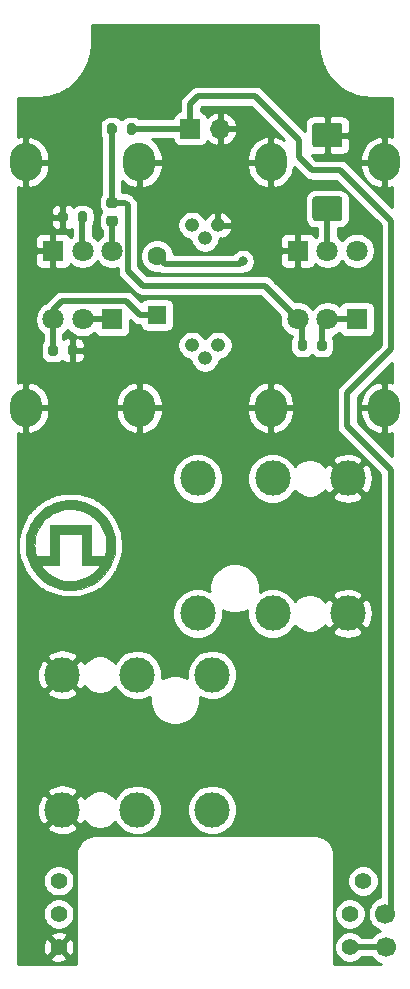
<source format=gbr>
%TF.GenerationSoftware,KiCad,Pcbnew,(5.1.10)-1*%
%TF.CreationDate,2021-10-11T13:20:53+02:00*%
%TF.ProjectId,Fuzz,46757a7a-2e6b-4696-9361-645f70636258,rev?*%
%TF.SameCoordinates,Original*%
%TF.FileFunction,Copper,L2,Bot*%
%TF.FilePolarity,Positive*%
%FSLAX46Y46*%
G04 Gerber Fmt 4.6, Leading zero omitted, Abs format (unit mm)*
G04 Created by KiCad (PCBNEW (5.1.10)-1) date 2021-10-11 13:20:53*
%MOMM*%
%LPD*%
G01*
G04 APERTURE LIST*
%TA.AperFunction,EtchedComponent*%
%ADD10C,0.010000*%
%TD*%
%TA.AperFunction,ComponentPad*%
%ADD11C,1.600000*%
%TD*%
%TA.AperFunction,ComponentPad*%
%ADD12R,1.600000X1.600000*%
%TD*%
%TA.AperFunction,ComponentPad*%
%ADD13O,2.720000X3.240000*%
%TD*%
%TA.AperFunction,ComponentPad*%
%ADD14C,1.800000*%
%TD*%
%TA.AperFunction,ComponentPad*%
%ADD15R,1.800000X1.800000*%
%TD*%
%TA.AperFunction,ComponentPad*%
%ADD16O,1.200000X1.200000*%
%TD*%
%TA.AperFunction,ComponentPad*%
%ADD17C,1.400000*%
%TD*%
%TA.AperFunction,ComponentPad*%
%ADD18O,1.700000X1.700000*%
%TD*%
%TA.AperFunction,ComponentPad*%
%ADD19R,1.700000X1.700000*%
%TD*%
%TA.AperFunction,ComponentPad*%
%ADD20C,3.000000*%
%TD*%
%TA.AperFunction,ComponentPad*%
%ADD21C,1.700000*%
%TD*%
%TA.AperFunction,ViaPad*%
%ADD22C,0.800000*%
%TD*%
%TA.AperFunction,Conductor*%
%ADD23C,0.500000*%
%TD*%
%TA.AperFunction,Conductor*%
%ADD24C,0.254000*%
%TD*%
%TA.AperFunction,Conductor*%
%ADD25C,0.100000*%
%TD*%
G04 APERTURE END LIST*
D10*
%TO.C,G\u002A\u002A\u002A*%
G36*
X59915401Y-97708582D02*
G01*
X60062388Y-97712431D01*
X60183313Y-97720015D01*
X60290529Y-97732291D01*
X60396388Y-97750214D01*
X60466600Y-97764549D01*
X60900622Y-97881906D01*
X61310875Y-98042357D01*
X61694880Y-98244035D01*
X62050159Y-98485076D01*
X62374233Y-98763613D01*
X62664624Y-99077781D01*
X62918852Y-99425714D01*
X63107780Y-99752665D01*
X63247638Y-100050888D01*
X63357028Y-100346503D01*
X63443955Y-100662070D01*
X63467096Y-100765152D01*
X63500389Y-100972135D01*
X63520968Y-101212475D01*
X63528835Y-101470422D01*
X63523990Y-101730228D01*
X63506435Y-101976143D01*
X63476171Y-102192417D01*
X63466976Y-102238352D01*
X63348686Y-102674820D01*
X63187825Y-103085906D01*
X62986549Y-103469446D01*
X62747013Y-103823279D01*
X62471376Y-104145240D01*
X62161792Y-104433168D01*
X61820418Y-104684899D01*
X61449411Y-104898270D01*
X61050926Y-105071119D01*
X60627120Y-105201283D01*
X60479300Y-105235084D01*
X60329141Y-105259791D01*
X60146087Y-105279497D01*
X59944594Y-105293590D01*
X59739119Y-105301458D01*
X59544118Y-105302489D01*
X59374050Y-105296070D01*
X59272800Y-105286171D01*
X58830000Y-105200749D01*
X58409192Y-105070646D01*
X58012694Y-104898015D01*
X57642825Y-104685013D01*
X57301904Y-104433793D01*
X56992249Y-104146509D01*
X56716180Y-103825318D01*
X56476015Y-103472372D01*
X56347907Y-103229694D01*
X57209888Y-103229694D01*
X57305599Y-103349973D01*
X57571360Y-103645749D01*
X57866820Y-103904354D01*
X58187613Y-104123169D01*
X58529374Y-104299573D01*
X58887737Y-104430946D01*
X59241949Y-104512042D01*
X59403532Y-104530087D01*
X59596648Y-104538657D01*
X59804647Y-104538117D01*
X60010882Y-104528829D01*
X60198703Y-104511156D01*
X60339600Y-104488091D01*
X60658072Y-104400955D01*
X60972359Y-104279783D01*
X61267365Y-104131213D01*
X61515691Y-103970973D01*
X61616861Y-103891511D01*
X61725629Y-103797238D01*
X61836163Y-103694281D01*
X61942634Y-103588767D01*
X62039212Y-103486824D01*
X62120066Y-103394577D01*
X62179366Y-103318156D01*
X62211281Y-103263685D01*
X62212259Y-103238945D01*
X62184245Y-103235254D01*
X62111813Y-103231638D01*
X62001343Y-103228248D01*
X61859216Y-103225238D01*
X61691815Y-103222758D01*
X61505519Y-103220961D01*
X61440322Y-103220541D01*
X60682500Y-103216252D01*
X60675928Y-101882752D01*
X60669357Y-100549252D01*
X59729115Y-100554973D01*
X58788872Y-100560694D01*
X58777500Y-103216252D01*
X57209888Y-103229694D01*
X56347907Y-103229694D01*
X56274072Y-103089827D01*
X56112671Y-102679837D01*
X55994129Y-102244557D01*
X55992797Y-102238352D01*
X55959570Y-102031415D01*
X55939031Y-101791166D01*
X55934192Y-101632263D01*
X56688290Y-101632263D01*
X56689270Y-101651547D01*
X56702434Y-101814659D01*
X56723637Y-101983984D01*
X56750489Y-102145074D01*
X56780598Y-102283479D01*
X56809873Y-102380349D01*
X56833142Y-102441552D01*
X58002346Y-102441552D01*
X58015500Y-99787252D01*
X61444500Y-99787252D01*
X61451042Y-101120752D01*
X61457585Y-102454252D01*
X62636135Y-102428852D01*
X62669579Y-102314552D01*
X62726422Y-102061991D01*
X62760678Y-101780196D01*
X62771996Y-101485609D01*
X62760025Y-101194668D01*
X62724415Y-100923816D01*
X62701533Y-100816743D01*
X62584203Y-100438381D01*
X62423360Y-100082811D01*
X62221595Y-99753355D01*
X61981495Y-99453338D01*
X61705652Y-99186083D01*
X61396653Y-98954915D01*
X61130290Y-98799727D01*
X60774877Y-98643298D01*
X60411616Y-98534892D01*
X60044394Y-98473224D01*
X59677098Y-98457011D01*
X59313613Y-98484966D01*
X58957826Y-98555807D01*
X58613624Y-98668249D01*
X58284893Y-98821006D01*
X57975518Y-99012796D01*
X57689388Y-99242333D01*
X57430387Y-99508333D01*
X57202402Y-99809511D01*
X57009320Y-100144584D01*
X56999295Y-100164987D01*
X56848020Y-100526164D01*
X56746410Y-100887987D01*
X56693492Y-101255129D01*
X56688290Y-101632263D01*
X55934192Y-101632263D01*
X55931178Y-101533338D01*
X55936010Y-101273661D01*
X55953523Y-101027869D01*
X55983716Y-100811692D01*
X55993023Y-100765152D01*
X56049721Y-100526155D01*
X56113344Y-100313487D01*
X56190968Y-100106846D01*
X56289669Y-99885928D01*
X56325026Y-99812652D01*
X56526508Y-99453921D01*
X56768100Y-99115598D01*
X57043219Y-98805497D01*
X57345279Y-98531435D01*
X57509406Y-98406759D01*
X57673897Y-98299593D01*
X57870019Y-98187405D01*
X58081241Y-98078566D01*
X58291034Y-97981450D01*
X58482867Y-97904432D01*
X58540264Y-97884573D01*
X58760176Y-97817669D01*
X58963204Y-97768847D01*
X59164619Y-97735835D01*
X59379688Y-97716360D01*
X59623682Y-97708150D01*
X59730000Y-97707511D01*
X59915401Y-97708582D01*
G37*
X59915401Y-97708582D02*
X60062388Y-97712431D01*
X60183313Y-97720015D01*
X60290529Y-97732291D01*
X60396388Y-97750214D01*
X60466600Y-97764549D01*
X60900622Y-97881906D01*
X61310875Y-98042357D01*
X61694880Y-98244035D01*
X62050159Y-98485076D01*
X62374233Y-98763613D01*
X62664624Y-99077781D01*
X62918852Y-99425714D01*
X63107780Y-99752665D01*
X63247638Y-100050888D01*
X63357028Y-100346503D01*
X63443955Y-100662070D01*
X63467096Y-100765152D01*
X63500389Y-100972135D01*
X63520968Y-101212475D01*
X63528835Y-101470422D01*
X63523990Y-101730228D01*
X63506435Y-101976143D01*
X63476171Y-102192417D01*
X63466976Y-102238352D01*
X63348686Y-102674820D01*
X63187825Y-103085906D01*
X62986549Y-103469446D01*
X62747013Y-103823279D01*
X62471376Y-104145240D01*
X62161792Y-104433168D01*
X61820418Y-104684899D01*
X61449411Y-104898270D01*
X61050926Y-105071119D01*
X60627120Y-105201283D01*
X60479300Y-105235084D01*
X60329141Y-105259791D01*
X60146087Y-105279497D01*
X59944594Y-105293590D01*
X59739119Y-105301458D01*
X59544118Y-105302489D01*
X59374050Y-105296070D01*
X59272800Y-105286171D01*
X58830000Y-105200749D01*
X58409192Y-105070646D01*
X58012694Y-104898015D01*
X57642825Y-104685013D01*
X57301904Y-104433793D01*
X56992249Y-104146509D01*
X56716180Y-103825318D01*
X56476015Y-103472372D01*
X56347907Y-103229694D01*
X57209888Y-103229694D01*
X57305599Y-103349973D01*
X57571360Y-103645749D01*
X57866820Y-103904354D01*
X58187613Y-104123169D01*
X58529374Y-104299573D01*
X58887737Y-104430946D01*
X59241949Y-104512042D01*
X59403532Y-104530087D01*
X59596648Y-104538657D01*
X59804647Y-104538117D01*
X60010882Y-104528829D01*
X60198703Y-104511156D01*
X60339600Y-104488091D01*
X60658072Y-104400955D01*
X60972359Y-104279783D01*
X61267365Y-104131213D01*
X61515691Y-103970973D01*
X61616861Y-103891511D01*
X61725629Y-103797238D01*
X61836163Y-103694281D01*
X61942634Y-103588767D01*
X62039212Y-103486824D01*
X62120066Y-103394577D01*
X62179366Y-103318156D01*
X62211281Y-103263685D01*
X62212259Y-103238945D01*
X62184245Y-103235254D01*
X62111813Y-103231638D01*
X62001343Y-103228248D01*
X61859216Y-103225238D01*
X61691815Y-103222758D01*
X61505519Y-103220961D01*
X61440322Y-103220541D01*
X60682500Y-103216252D01*
X60675928Y-101882752D01*
X60669357Y-100549252D01*
X59729115Y-100554973D01*
X58788872Y-100560694D01*
X58777500Y-103216252D01*
X57209888Y-103229694D01*
X56347907Y-103229694D01*
X56274072Y-103089827D01*
X56112671Y-102679837D01*
X55994129Y-102244557D01*
X55992797Y-102238352D01*
X55959570Y-102031415D01*
X55939031Y-101791166D01*
X55934192Y-101632263D01*
X56688290Y-101632263D01*
X56689270Y-101651547D01*
X56702434Y-101814659D01*
X56723637Y-101983984D01*
X56750489Y-102145074D01*
X56780598Y-102283479D01*
X56809873Y-102380349D01*
X56833142Y-102441552D01*
X58002346Y-102441552D01*
X58015500Y-99787252D01*
X61444500Y-99787252D01*
X61451042Y-101120752D01*
X61457585Y-102454252D01*
X62636135Y-102428852D01*
X62669579Y-102314552D01*
X62726422Y-102061991D01*
X62760678Y-101780196D01*
X62771996Y-101485609D01*
X62760025Y-101194668D01*
X62724415Y-100923816D01*
X62701533Y-100816743D01*
X62584203Y-100438381D01*
X62423360Y-100082811D01*
X62221595Y-99753355D01*
X61981495Y-99453338D01*
X61705652Y-99186083D01*
X61396653Y-98954915D01*
X61130290Y-98799727D01*
X60774877Y-98643298D01*
X60411616Y-98534892D01*
X60044394Y-98473224D01*
X59677098Y-98457011D01*
X59313613Y-98484966D01*
X58957826Y-98555807D01*
X58613624Y-98668249D01*
X58284893Y-98821006D01*
X57975518Y-99012796D01*
X57689388Y-99242333D01*
X57430387Y-99508333D01*
X57202402Y-99809511D01*
X57009320Y-100144584D01*
X56999295Y-100164987D01*
X56848020Y-100526164D01*
X56746410Y-100887987D01*
X56693492Y-101255129D01*
X56688290Y-101632263D01*
X55934192Y-101632263D01*
X55931178Y-101533338D01*
X55936010Y-101273661D01*
X55953523Y-101027869D01*
X55983716Y-100811692D01*
X55993023Y-100765152D01*
X56049721Y-100526155D01*
X56113344Y-100313487D01*
X56190968Y-100106846D01*
X56289669Y-99885928D01*
X56325026Y-99812652D01*
X56526508Y-99453921D01*
X56768100Y-99115598D01*
X57043219Y-98805497D01*
X57345279Y-98531435D01*
X57509406Y-98406759D01*
X57673897Y-98299593D01*
X57870019Y-98187405D01*
X58081241Y-98078566D01*
X58291034Y-97981450D01*
X58482867Y-97904432D01*
X58540264Y-97884573D01*
X58760176Y-97817669D01*
X58963204Y-97768847D01*
X59164619Y-97735835D01*
X59379688Y-97716360D01*
X59623682Y-97708150D01*
X59730000Y-97707511D01*
X59915401Y-97708582D01*
%TD*%
D11*
%TO.P,C1,2*%
%TO.N,Net-(C1-Pad2)*%
X67060000Y-77029999D03*
D12*
%TO.P,C1,1*%
%TO.N,Net-(C1-Pad1)*%
X67060000Y-82029999D03*
%TD*%
D13*
%TO.P,Fuzz1,MP*%
%TO.N,GND*%
X76685001Y-69080000D03*
X86285001Y-69080000D03*
D14*
%TO.P,Fuzz1,3*%
%TO.N,Net-(Fuzz1-Pad3)*%
X83985001Y-76580000D03*
%TO.P,Fuzz1,2*%
%TO.N,Net-(C2-Pad2)*%
X81485001Y-76580000D03*
D15*
%TO.P,Fuzz1,1*%
%TO.N,GND*%
X78985001Y-76580000D03*
%TD*%
D13*
%TO.P,Gain1,MP*%
%TO.N,GND*%
X65554999Y-89890000D03*
X55954999Y-89890000D03*
D14*
%TO.P,Gain1,3*%
%TO.N,Net-(C1-Pad1)*%
X58254999Y-82390000D03*
%TO.P,Gain1,2*%
%TO.N,EFX_IN*%
X60754999Y-82390000D03*
D15*
%TO.P,Gain1,1*%
X63254999Y-82390000D03*
%TD*%
D16*
%TO.P,Q2,3*%
%TO.N,Net-(Bias1-Pad1)*%
X70020000Y-84582000D03*
%TO.P,Q2,2*%
%TO.N,Net-(Q1-Pad3)*%
X71120000Y-85682000D03*
%TO.P,Q2,1*%
%TO.N,Net-(Fuzz1-Pad3)*%
X72220000Y-84582000D03*
%TD*%
%TO.P,Q1,3*%
%TO.N,Net-(Q1-Pad3)*%
X70020000Y-74422000D03*
%TO.P,Q1,2*%
%TO.N,Net-(C1-Pad2)*%
X71120000Y-75522000D03*
%TO.P,Q1,1*%
%TO.N,GND*%
X72220000Y-74422000D03*
%TD*%
D17*
%TO.P,J9,1*%
%TO.N,EFX_OUT*%
X58730000Y-132730000D03*
%TD*%
%TO.P,J8,1*%
%TO.N,LED+*%
X83390000Y-135540000D03*
%TD*%
%TO.P,J7,1*%
%TO.N,EFX_IN*%
X58730000Y-129920000D03*
%TD*%
%TO.P,J6,1*%
%TO.N,OUT*%
X83390000Y-132730000D03*
%TD*%
%TO.P,J5,1*%
%TO.N,GND*%
X58730000Y-135540000D03*
%TD*%
%TO.P,J4,1*%
%TO.N,IN*%
X84505000Y-129945000D03*
%TD*%
%TO.P,R5,1*%
%TO.N,Net-(Bias1-Pad3)*%
%TA.AperFunction,SMDPad,CuDef*%
G36*
G01*
X78976000Y-84857000D02*
X78976000Y-84307000D01*
G75*
G02*
X79176000Y-84107000I200000J0D01*
G01*
X79576000Y-84107000D01*
G75*
G02*
X79776000Y-84307000I0J-200000D01*
G01*
X79776000Y-84857000D01*
G75*
G02*
X79576000Y-85057000I-200000J0D01*
G01*
X79176000Y-85057000D01*
G75*
G02*
X78976000Y-84857000I0J200000D01*
G01*
G37*
%TD.AperFunction*%
%TO.P,R5,2*%
%TO.N,Net-(Bias1-Pad1)*%
%TA.AperFunction,SMDPad,CuDef*%
G36*
G01*
X80626000Y-84857000D02*
X80626000Y-84307000D01*
G75*
G02*
X80826000Y-84107000I200000J0D01*
G01*
X81226000Y-84107000D01*
G75*
G02*
X81426000Y-84307000I0J-200000D01*
G01*
X81426000Y-84857000D01*
G75*
G02*
X81226000Y-85057000I-200000J0D01*
G01*
X80826000Y-85057000D01*
G75*
G02*
X80626000Y-84857000I0J200000D01*
G01*
G37*
%TD.AperFunction*%
%TD*%
D18*
%TO.P,J3,2*%
%TO.N,GND*%
X72410000Y-66270000D03*
D19*
%TO.P,J3,1*%
%TO.N,Net-(D1-Pad1)*%
X69870000Y-66270000D03*
%TD*%
D20*
%TO.P,J2,RN*%
%TO.N,Net-(J2-PadRN)*%
X65380000Y-123920000D03*
%TO.P,J2,R*%
%TO.N,Net-(J2-PadR)*%
X65380000Y-112490000D03*
%TO.P,J2,TN*%
%TO.N,OUT*%
X71730000Y-123920000D03*
%TO.P,J2,G*%
%TO.N,GND*%
X59030000Y-123920000D03*
%TO.P,J2,S*%
X59030000Y-112490000D03*
%TO.P,J2,T*%
%TO.N,OUT*%
X71730000Y-112490000D03*
%TD*%
%TO.P,J1,RN*%
%TO.N,Net-(J1-PadRN)*%
X76840000Y-95860000D03*
%TO.P,J1,R*%
%TO.N,Net-(J1-PadR)*%
X76840000Y-107290000D03*
%TO.P,J1,TN*%
%TO.N,IN*%
X70490000Y-95860000D03*
%TO.P,J1,G*%
%TO.N,GND*%
X83190000Y-95860000D03*
%TO.P,J1,S*%
X83190000Y-107290000D03*
%TO.P,J1,T*%
%TO.N,IN*%
X70490000Y-107290000D03*
%TD*%
%TO.P,C2,1*%
%TO.N,GND*%
%TA.AperFunction,SMDPad,CuDef*%
G36*
G01*
X80460001Y-65762500D02*
X82510001Y-65762500D01*
G75*
G02*
X82760001Y-66012500I0J-250000D01*
G01*
X82760001Y-67587500D01*
G75*
G02*
X82510001Y-67837500I-250000J0D01*
G01*
X80460001Y-67837500D01*
G75*
G02*
X80210001Y-67587500I0J250000D01*
G01*
X80210001Y-66012500D01*
G75*
G02*
X80460001Y-65762500I250000J0D01*
G01*
G37*
%TD.AperFunction*%
%TO.P,C2,2*%
%TO.N,Net-(C2-Pad2)*%
%TA.AperFunction,SMDPad,CuDef*%
G36*
G01*
X80460001Y-71987500D02*
X82510001Y-71987500D01*
G75*
G02*
X82760001Y-72237500I0J-250000D01*
G01*
X82760001Y-73812500D01*
G75*
G02*
X82510001Y-74062500I-250000J0D01*
G01*
X80460001Y-74062500D01*
G75*
G02*
X80210001Y-73812500I0J250000D01*
G01*
X80210001Y-72237500D01*
G75*
G02*
X80460001Y-71987500I250000J0D01*
G01*
G37*
%TD.AperFunction*%
%TD*%
%TO.P,C3,1*%
%TO.N,Net-(C3-Pad1)*%
%TA.AperFunction,SMDPad,CuDef*%
G36*
G01*
X63500000Y-74520000D02*
X63000000Y-74520000D01*
G75*
G02*
X62775000Y-74295000I0J225000D01*
G01*
X62775000Y-73845000D01*
G75*
G02*
X63000000Y-73620000I225000J0D01*
G01*
X63500000Y-73620000D01*
G75*
G02*
X63725000Y-73845000I0J-225000D01*
G01*
X63725000Y-74295000D01*
G75*
G02*
X63500000Y-74520000I-225000J0D01*
G01*
G37*
%TD.AperFunction*%
%TO.P,C3,2*%
%TO.N,Net-(Bias1-Pad3)*%
%TA.AperFunction,SMDPad,CuDef*%
G36*
G01*
X63500000Y-72970000D02*
X63000000Y-72970000D01*
G75*
G02*
X62775000Y-72745000I0J225000D01*
G01*
X62775000Y-72295000D01*
G75*
G02*
X63000000Y-72070000I225000J0D01*
G01*
X63500000Y-72070000D01*
G75*
G02*
X63725000Y-72295000I0J-225000D01*
G01*
X63725000Y-72745000D01*
G75*
G02*
X63500000Y-72970000I-225000J0D01*
G01*
G37*
%TD.AperFunction*%
%TD*%
%TO.P,R1,1*%
%TO.N,Net-(C1-Pad1)*%
%TA.AperFunction,SMDPad,CuDef*%
G36*
G01*
X57854999Y-85295000D02*
X57854999Y-84745000D01*
G75*
G02*
X58054999Y-84545000I200000J0D01*
G01*
X58454999Y-84545000D01*
G75*
G02*
X58654999Y-84745000I0J-200000D01*
G01*
X58654999Y-85295000D01*
G75*
G02*
X58454999Y-85495000I-200000J0D01*
G01*
X58054999Y-85495000D01*
G75*
G02*
X57854999Y-85295000I0J200000D01*
G01*
G37*
%TD.AperFunction*%
%TO.P,R1,2*%
%TO.N,GND*%
%TA.AperFunction,SMDPad,CuDef*%
G36*
G01*
X59504999Y-85295000D02*
X59504999Y-84745000D01*
G75*
G02*
X59704999Y-84545000I200000J0D01*
G01*
X60104999Y-84545000D01*
G75*
G02*
X60304999Y-84745000I0J-200000D01*
G01*
X60304999Y-85295000D01*
G75*
G02*
X60104999Y-85495000I-200000J0D01*
G01*
X59704999Y-85495000D01*
G75*
G02*
X59504999Y-85295000I0J200000D01*
G01*
G37*
%TD.AperFunction*%
%TD*%
%TO.P,R4,2*%
%TO.N,Net-(D1-Pad1)*%
%TA.AperFunction,SMDPad,CuDef*%
G36*
G01*
X64490000Y-66555000D02*
X64490000Y-66005000D01*
G75*
G02*
X64690000Y-65805000I200000J0D01*
G01*
X65090000Y-65805000D01*
G75*
G02*
X65290000Y-66005000I0J-200000D01*
G01*
X65290000Y-66555000D01*
G75*
G02*
X65090000Y-66755000I-200000J0D01*
G01*
X64690000Y-66755000D01*
G75*
G02*
X64490000Y-66555000I0J200000D01*
G01*
G37*
%TD.AperFunction*%
%TO.P,R4,1*%
%TO.N,Net-(Bias1-Pad3)*%
%TA.AperFunction,SMDPad,CuDef*%
G36*
G01*
X62840000Y-66555000D02*
X62840000Y-66005000D01*
G75*
G02*
X63040000Y-65805000I200000J0D01*
G01*
X63440000Y-65805000D01*
G75*
G02*
X63640000Y-66005000I0J-200000D01*
G01*
X63640000Y-66555000D01*
G75*
G02*
X63440000Y-66755000I-200000J0D01*
G01*
X63040000Y-66755000D01*
G75*
G02*
X62840000Y-66555000I0J200000D01*
G01*
G37*
%TD.AperFunction*%
%TD*%
%TO.P,R6,2*%
%TO.N,GND*%
%TA.AperFunction,SMDPad,CuDef*%
G36*
G01*
X59490000Y-73455000D02*
X59490000Y-74005000D01*
G75*
G02*
X59290000Y-74205000I-200000J0D01*
G01*
X58890000Y-74205000D01*
G75*
G02*
X58690000Y-74005000I0J200000D01*
G01*
X58690000Y-73455000D01*
G75*
G02*
X58890000Y-73255000I200000J0D01*
G01*
X59290000Y-73255000D01*
G75*
G02*
X59490000Y-73455000I0J-200000D01*
G01*
G37*
%TD.AperFunction*%
%TO.P,R6,1*%
%TO.N,EFX_OUT*%
%TA.AperFunction,SMDPad,CuDef*%
G36*
G01*
X61140000Y-73455000D02*
X61140000Y-74005000D01*
G75*
G02*
X60940000Y-74205000I-200000J0D01*
G01*
X60540000Y-74205000D01*
G75*
G02*
X60340000Y-74005000I0J200000D01*
G01*
X60340000Y-73455000D01*
G75*
G02*
X60540000Y-73255000I200000J0D01*
G01*
X60940000Y-73255000D01*
G75*
G02*
X61140000Y-73455000I0J-200000D01*
G01*
G37*
%TD.AperFunction*%
%TD*%
D21*
%TO.P,J10,1*%
%TO.N,Net-(D1-Pad1)*%
X86375000Y-132730000D03*
%TD*%
%TO.P,J11,1*%
%TO.N,LED+*%
X86425000Y-135540000D03*
%TD*%
D13*
%TO.P,Bias1,MP*%
%TO.N,GND*%
X86285001Y-89890000D03*
X76685001Y-89890000D03*
D14*
%TO.P,Bias1,3*%
%TO.N,Net-(Bias1-Pad3)*%
X78985001Y-82390000D03*
%TO.P,Bias1,2*%
%TO.N,Net-(Bias1-Pad1)*%
X81485001Y-82390000D03*
D15*
%TO.P,Bias1,1*%
X83985001Y-82390000D03*
%TD*%
%TO.P,Vol1,1*%
%TO.N,GND*%
X58254999Y-76580000D03*
D14*
%TO.P,Vol1,2*%
%TO.N,EFX_OUT*%
X60754999Y-76580000D03*
%TO.P,Vol1,3*%
%TO.N,Net-(C3-Pad1)*%
X63254999Y-76580000D03*
D13*
%TO.P,Vol1,MP*%
%TO.N,GND*%
X65554999Y-69080000D03*
X55954999Y-69080000D03*
%TD*%
D22*
%TO.N,Net-(C1-Pad2)*%
X74320000Y-77470000D03*
%TD*%
D23*
%TO.N,Net-(Bias1-Pad1)*%
X81026000Y-82849001D02*
X81485001Y-82390000D01*
X81026000Y-84582000D02*
X81026000Y-82849001D01*
X83985001Y-82390000D02*
X81485001Y-82390000D01*
%TO.N,Net-(C2-Pad2)*%
X81485001Y-73025000D02*
X81485001Y-76580000D01*
%TO.N,Net-(C3-Pad1)*%
X63250000Y-76575001D02*
X63254999Y-76580000D01*
X63250000Y-74070000D02*
X63250000Y-76575001D01*
%TO.N,Net-(C1-Pad1)*%
X58254999Y-84836000D02*
X58254999Y-82390000D01*
X58254999Y-82390000D02*
X58254999Y-81595001D01*
X58254999Y-81595001D02*
X58992500Y-80857500D01*
X58992500Y-80857500D02*
X64447500Y-80857500D01*
X65619999Y-82029999D02*
X67060000Y-82029999D01*
X64447500Y-80857500D02*
X65619999Y-82029999D01*
%TO.N,Net-(C1-Pad2)*%
X67500001Y-77470000D02*
X67060000Y-77029999D01*
X74320000Y-77470000D02*
X74320000Y-77500000D01*
X74320000Y-77500000D02*
X74110000Y-77710000D01*
X67740001Y-77710000D02*
X67060000Y-77029999D01*
X74110000Y-77710000D02*
X67740001Y-77710000D01*
%TO.N,EFX_IN*%
X63254999Y-82390000D02*
X60754999Y-82390000D01*
%TO.N,EFX_OUT*%
X60740000Y-76565001D02*
X60754999Y-76580000D01*
X60740000Y-73730000D02*
X60740000Y-76565001D01*
%TO.N,Net-(Bias1-Pad3)*%
X79376000Y-82780999D02*
X78985001Y-82390000D01*
X79376000Y-84582000D02*
X79376000Y-82780999D01*
X63240000Y-72510000D02*
X63250000Y-72520000D01*
X63240000Y-66280000D02*
X63240000Y-72510000D01*
X78985001Y-82390000D02*
X76195001Y-79600000D01*
X64370000Y-72520000D02*
X63250000Y-72520000D01*
X64605000Y-72755000D02*
X64370000Y-72520000D01*
X64605000Y-78285000D02*
X64605000Y-72755000D01*
X65850000Y-79530000D02*
X64605000Y-78285000D01*
X76195001Y-79530000D02*
X65850000Y-79530000D01*
%TO.N,LED+*%
X83390000Y-135540000D02*
X86425000Y-135540000D01*
%TO.N,Net-(D1-Pad1)*%
X64900000Y-66270000D02*
X64890000Y-66280000D01*
X69870000Y-66270000D02*
X64900000Y-66270000D01*
X86880000Y-84900000D02*
X83160000Y-88620000D01*
X86880000Y-74060000D02*
X86880000Y-84900000D01*
X82580000Y-69760000D02*
X86880000Y-74060000D01*
X79080000Y-68650000D02*
X80190000Y-69760000D01*
X83160000Y-88620000D02*
X83160000Y-91430000D01*
X79080000Y-67197465D02*
X79080000Y-68650000D01*
X75382535Y-63500000D02*
X79080000Y-67197465D01*
X70525000Y-63500000D02*
X75382535Y-63500000D01*
X83160000Y-91430000D02*
X86850000Y-95120000D01*
X69870000Y-64155000D02*
X70525000Y-63500000D01*
X86850000Y-95120000D02*
X86850000Y-132255000D01*
X80190000Y-69760000D02*
X82580000Y-69760000D01*
X69870000Y-66270000D02*
X69870000Y-64155000D01*
%TD*%
D24*
%TO.N,GND*%
X80710000Y-59062418D02*
X80712988Y-59092752D01*
X80712813Y-59117743D01*
X80713713Y-59126914D01*
X80795315Y-59903302D01*
X80807338Y-59961871D01*
X80818551Y-60020657D01*
X80821215Y-60029479D01*
X81052063Y-60775229D01*
X81075238Y-60830359D01*
X81097652Y-60885838D01*
X81101979Y-60893974D01*
X81473282Y-61580684D01*
X81506727Y-61630268D01*
X81539487Y-61680331D01*
X81545311Y-61687472D01*
X82042924Y-62288983D01*
X82085376Y-62331140D01*
X82127223Y-62373873D01*
X82134318Y-62379741D01*
X82134324Y-62379747D01*
X82134331Y-62379751D01*
X82739294Y-62873148D01*
X82789087Y-62906230D01*
X82838476Y-62940048D01*
X82846583Y-62944430D01*
X83535867Y-63310930D01*
X83591182Y-63333729D01*
X83646154Y-63357290D01*
X83654957Y-63360015D01*
X84402302Y-63585652D01*
X84461011Y-63597277D01*
X84519494Y-63609708D01*
X84528657Y-63610671D01*
X84528659Y-63610671D01*
X85305596Y-63686850D01*
X85305598Y-63686850D01*
X85337581Y-63690000D01*
X86960001Y-63690000D01*
X86960001Y-66941410D01*
X86931123Y-66928260D01*
X86721891Y-66873425D01*
X86412001Y-66988147D01*
X86412001Y-68953000D01*
X86432001Y-68953000D01*
X86432001Y-69207000D01*
X86412001Y-69207000D01*
X86412001Y-71171853D01*
X86721891Y-71286575D01*
X86931123Y-71231740D01*
X86960001Y-71218590D01*
X86960001Y-72888422D01*
X83278579Y-69207000D01*
X84290001Y-69207000D01*
X84290001Y-69467000D01*
X84353111Y-69853765D01*
X84490462Y-70220786D01*
X84696776Y-70553959D01*
X84964125Y-70840480D01*
X85282234Y-71069339D01*
X85638879Y-71231740D01*
X85848111Y-71286575D01*
X86158001Y-71171853D01*
X86158001Y-69207000D01*
X84290001Y-69207000D01*
X83278579Y-69207000D01*
X83236534Y-69164956D01*
X83208817Y-69131183D01*
X83074059Y-69020589D01*
X82920313Y-68938411D01*
X82753490Y-68887805D01*
X82623477Y-68875000D01*
X82623469Y-68875000D01*
X82580000Y-68870719D01*
X82536531Y-68875000D01*
X80556579Y-68875000D01*
X80374579Y-68693000D01*
X84290001Y-68693000D01*
X84290001Y-68953000D01*
X86158001Y-68953000D01*
X86158001Y-66988147D01*
X85848111Y-66873425D01*
X85638879Y-66928260D01*
X85282234Y-67090661D01*
X84964125Y-67319520D01*
X84696776Y-67606041D01*
X84490462Y-67939214D01*
X84353111Y-68306235D01*
X84290001Y-68693000D01*
X80374579Y-68693000D01*
X80151377Y-68469798D01*
X80210001Y-68475572D01*
X81199251Y-68472500D01*
X81358001Y-68313750D01*
X81358001Y-66927000D01*
X81612001Y-66927000D01*
X81612001Y-68313750D01*
X81770751Y-68472500D01*
X82760001Y-68475572D01*
X82884483Y-68463312D01*
X83004181Y-68427002D01*
X83114495Y-68368037D01*
X83211186Y-68288685D01*
X83290538Y-68191994D01*
X83349503Y-68081680D01*
X83385813Y-67961982D01*
X83398073Y-67837500D01*
X83395001Y-67085750D01*
X83236251Y-66927000D01*
X81612001Y-66927000D01*
X81358001Y-66927000D01*
X81338001Y-66927000D01*
X81338001Y-66673000D01*
X81358001Y-66673000D01*
X81358001Y-65286250D01*
X81612001Y-65286250D01*
X81612001Y-66673000D01*
X83236251Y-66673000D01*
X83395001Y-66514250D01*
X83398073Y-65762500D01*
X83385813Y-65638018D01*
X83349503Y-65518320D01*
X83290538Y-65408006D01*
X83211186Y-65311315D01*
X83114495Y-65231963D01*
X83004181Y-65172998D01*
X82884483Y-65136688D01*
X82760001Y-65124428D01*
X81770751Y-65127500D01*
X81612001Y-65286250D01*
X81358001Y-65286250D01*
X81199251Y-65127500D01*
X80210001Y-65124428D01*
X80085519Y-65136688D01*
X79965821Y-65172998D01*
X79855507Y-65231963D01*
X79758816Y-65311315D01*
X79679464Y-65408006D01*
X79620499Y-65518320D01*
X79584189Y-65638018D01*
X79571929Y-65762500D01*
X79574700Y-66440586D01*
X76039069Y-62904956D01*
X76011352Y-62871183D01*
X75876594Y-62760589D01*
X75722848Y-62678411D01*
X75556025Y-62627805D01*
X75426012Y-62615000D01*
X75426004Y-62615000D01*
X75382535Y-62610719D01*
X75339066Y-62615000D01*
X70568469Y-62615000D01*
X70525000Y-62610719D01*
X70481531Y-62615000D01*
X70481523Y-62615000D01*
X70351510Y-62627805D01*
X70184687Y-62678411D01*
X70098976Y-62724224D01*
X70030941Y-62760589D01*
X69929953Y-62843468D01*
X69929951Y-62843470D01*
X69896183Y-62871183D01*
X69868470Y-62904951D01*
X69274951Y-63498471D01*
X69241184Y-63526183D01*
X69213471Y-63559951D01*
X69213468Y-63559954D01*
X69130590Y-63660941D01*
X69048412Y-63814687D01*
X68997805Y-63981510D01*
X68980719Y-64155000D01*
X68985001Y-64198479D01*
X68985001Y-64785375D01*
X68895518Y-64794188D01*
X68775820Y-64830498D01*
X68665506Y-64889463D01*
X68568815Y-64968815D01*
X68489463Y-65065506D01*
X68430498Y-65175820D01*
X68394188Y-65295518D01*
X68385375Y-65385000D01*
X65649226Y-65385000D01*
X65555608Y-65308169D01*
X65410716Y-65230722D01*
X65253500Y-65183031D01*
X65090000Y-65166928D01*
X64690000Y-65166928D01*
X64526500Y-65183031D01*
X64369284Y-65230722D01*
X64224392Y-65308169D01*
X64097394Y-65412394D01*
X64065000Y-65451866D01*
X64032606Y-65412394D01*
X63905608Y-65308169D01*
X63760716Y-65230722D01*
X63603500Y-65183031D01*
X63440000Y-65166928D01*
X63040000Y-65166928D01*
X62876500Y-65183031D01*
X62719284Y-65230722D01*
X62574392Y-65308169D01*
X62447394Y-65412394D01*
X62343169Y-65539392D01*
X62265722Y-65684284D01*
X62218031Y-65841500D01*
X62201928Y-66005000D01*
X62201928Y-66555000D01*
X62218031Y-66718500D01*
X62265722Y-66875716D01*
X62343169Y-67020608D01*
X62355000Y-67035024D01*
X62355001Y-71727017D01*
X62282382Y-71815503D01*
X62202625Y-71964717D01*
X62153512Y-72126623D01*
X62136928Y-72295000D01*
X62136928Y-72745000D01*
X62153512Y-72913377D01*
X62202625Y-73075283D01*
X62282382Y-73224497D01*
X62340242Y-73295000D01*
X62282382Y-73365503D01*
X62202625Y-73514717D01*
X62153512Y-73676623D01*
X62136928Y-73845000D01*
X62136928Y-74295000D01*
X62153512Y-74463377D01*
X62202625Y-74625283D01*
X62282382Y-74774497D01*
X62365000Y-74875168D01*
X62365001Y-75328550D01*
X62276494Y-75387688D01*
X62062687Y-75601495D01*
X62004999Y-75687831D01*
X61947311Y-75601495D01*
X61733504Y-75387688D01*
X61625000Y-75315188D01*
X61625000Y-74485024D01*
X61636831Y-74470608D01*
X61714278Y-74325716D01*
X61761969Y-74168500D01*
X61778072Y-74005000D01*
X61778072Y-73455000D01*
X61761969Y-73291500D01*
X61714278Y-73134284D01*
X61636831Y-72989392D01*
X61532606Y-72862394D01*
X61405608Y-72758169D01*
X61260716Y-72680722D01*
X61103500Y-72633031D01*
X60940000Y-72616928D01*
X60540000Y-72616928D01*
X60376500Y-72633031D01*
X60219284Y-72680722D01*
X60074392Y-72758169D01*
X59972410Y-72841863D01*
X59941185Y-72803815D01*
X59844494Y-72724463D01*
X59734180Y-72665498D01*
X59614482Y-72629188D01*
X59490000Y-72616928D01*
X59375750Y-72620000D01*
X59217000Y-72778750D01*
X59217000Y-73603000D01*
X59237000Y-73603000D01*
X59237000Y-73857000D01*
X59217000Y-73857000D01*
X59217000Y-74681250D01*
X59375750Y-74840000D01*
X59490000Y-74843072D01*
X59614482Y-74830812D01*
X59734180Y-74794502D01*
X59844494Y-74735537D01*
X59855000Y-74726915D01*
X59855001Y-75335232D01*
X59776494Y-75387688D01*
X59738879Y-75425303D01*
X59685536Y-75325506D01*
X59606184Y-75228815D01*
X59509493Y-75149463D01*
X59399179Y-75090498D01*
X59279481Y-75054188D01*
X59154999Y-75041928D01*
X58540749Y-75045000D01*
X58381999Y-75203750D01*
X58381999Y-76453000D01*
X58401999Y-76453000D01*
X58401999Y-76707000D01*
X58381999Y-76707000D01*
X58381999Y-77956250D01*
X58540749Y-78115000D01*
X59154999Y-78118072D01*
X59279481Y-78105812D01*
X59399179Y-78069502D01*
X59509493Y-78010537D01*
X59606184Y-77931185D01*
X59685536Y-77834494D01*
X59738879Y-77734697D01*
X59776494Y-77772312D01*
X60027904Y-77940299D01*
X60307256Y-78056011D01*
X60603815Y-78115000D01*
X60906183Y-78115000D01*
X61202742Y-78056011D01*
X61482094Y-77940299D01*
X61733504Y-77772312D01*
X61947311Y-77558505D01*
X62004999Y-77472169D01*
X62062687Y-77558505D01*
X62276494Y-77772312D01*
X62527904Y-77940299D01*
X62807256Y-78056011D01*
X63103815Y-78115000D01*
X63406183Y-78115000D01*
X63702742Y-78056011D01*
X63720000Y-78048862D01*
X63720000Y-78241531D01*
X63715719Y-78285000D01*
X63720000Y-78328469D01*
X63720000Y-78328476D01*
X63725989Y-78389282D01*
X63732805Y-78458490D01*
X63746914Y-78505000D01*
X63783411Y-78625312D01*
X63865589Y-78779058D01*
X63976183Y-78913817D01*
X64009956Y-78941534D01*
X65193470Y-80125049D01*
X65221183Y-80158817D01*
X65254951Y-80186530D01*
X65254953Y-80186532D01*
X65306314Y-80228683D01*
X65355941Y-80269411D01*
X65509687Y-80351589D01*
X65676510Y-80402195D01*
X65806523Y-80415000D01*
X65806531Y-80415000D01*
X65850000Y-80419281D01*
X65893469Y-80415000D01*
X75758423Y-80415000D01*
X77471941Y-82128518D01*
X77450001Y-82238816D01*
X77450001Y-82541184D01*
X77508990Y-82837743D01*
X77624702Y-83117095D01*
X77792689Y-83368505D01*
X78006496Y-83582312D01*
X78257906Y-83750299D01*
X78478925Y-83841849D01*
X78401722Y-83986284D01*
X78354031Y-84143500D01*
X78337928Y-84307000D01*
X78337928Y-84857000D01*
X78354031Y-85020500D01*
X78401722Y-85177716D01*
X78479169Y-85322608D01*
X78583394Y-85449606D01*
X78710392Y-85553831D01*
X78855284Y-85631278D01*
X79012500Y-85678969D01*
X79176000Y-85695072D01*
X79576000Y-85695072D01*
X79739500Y-85678969D01*
X79896716Y-85631278D01*
X80041608Y-85553831D01*
X80168606Y-85449606D01*
X80201000Y-85410134D01*
X80233394Y-85449606D01*
X80360392Y-85553831D01*
X80505284Y-85631278D01*
X80662500Y-85678969D01*
X80826000Y-85695072D01*
X81226000Y-85695072D01*
X81389500Y-85678969D01*
X81546716Y-85631278D01*
X81691608Y-85553831D01*
X81818606Y-85449606D01*
X81922831Y-85322608D01*
X82000278Y-85177716D01*
X82047969Y-85020500D01*
X82064072Y-84857000D01*
X82064072Y-84307000D01*
X82047969Y-84143500D01*
X82000278Y-83986284D01*
X81935402Y-83864910D01*
X82212096Y-83750299D01*
X82463506Y-83582312D01*
X82501121Y-83544697D01*
X82554464Y-83644494D01*
X82633816Y-83741185D01*
X82730507Y-83820537D01*
X82840821Y-83879502D01*
X82960519Y-83915812D01*
X83085001Y-83928072D01*
X84885001Y-83928072D01*
X85009483Y-83915812D01*
X85129181Y-83879502D01*
X85239495Y-83820537D01*
X85336186Y-83741185D01*
X85415538Y-83644494D01*
X85474503Y-83534180D01*
X85510813Y-83414482D01*
X85523073Y-83290000D01*
X85523073Y-81490000D01*
X85510813Y-81365518D01*
X85474503Y-81245820D01*
X85415538Y-81135506D01*
X85336186Y-81038815D01*
X85239495Y-80959463D01*
X85129181Y-80900498D01*
X85009483Y-80864188D01*
X84885001Y-80851928D01*
X83085001Y-80851928D01*
X82960519Y-80864188D01*
X82840821Y-80900498D01*
X82730507Y-80959463D01*
X82633816Y-81038815D01*
X82554464Y-81135506D01*
X82501121Y-81235303D01*
X82463506Y-81197688D01*
X82212096Y-81029701D01*
X81932744Y-80913989D01*
X81636185Y-80855000D01*
X81333817Y-80855000D01*
X81037258Y-80913989D01*
X80757906Y-81029701D01*
X80506496Y-81197688D01*
X80292689Y-81411495D01*
X80235001Y-81497831D01*
X80177313Y-81411495D01*
X79963506Y-81197688D01*
X79712096Y-81029701D01*
X79432744Y-80913989D01*
X79136185Y-80855000D01*
X78833817Y-80855000D01*
X78723519Y-80876940D01*
X76993997Y-79147418D01*
X76934412Y-79035941D01*
X76823818Y-78901183D01*
X76689060Y-78790589D01*
X76535314Y-78708411D01*
X76368491Y-78657805D01*
X76238478Y-78645000D01*
X66216579Y-78645000D01*
X65490000Y-77918422D01*
X65490000Y-76888664D01*
X65625000Y-76888664D01*
X65625000Y-77171334D01*
X65680147Y-77448573D01*
X65788320Y-77709726D01*
X65945363Y-77944758D01*
X66145241Y-78144636D01*
X66380273Y-78301679D01*
X66641426Y-78409852D01*
X66918665Y-78464999D01*
X67201335Y-78464999D01*
X67255098Y-78454305D01*
X67399687Y-78531589D01*
X67566511Y-78582195D01*
X67696524Y-78595000D01*
X67696532Y-78595000D01*
X67740001Y-78599281D01*
X67783470Y-78595000D01*
X74066531Y-78595000D01*
X74110000Y-78599281D01*
X74153469Y-78595000D01*
X74153477Y-78595000D01*
X74283490Y-78582195D01*
X74450313Y-78531589D01*
X74546360Y-78480251D01*
X74621898Y-78465226D01*
X74810256Y-78387205D01*
X74979774Y-78273937D01*
X75123937Y-78129774D01*
X75237205Y-77960256D01*
X75315226Y-77771898D01*
X75355000Y-77571939D01*
X75355000Y-77480000D01*
X77446929Y-77480000D01*
X77459189Y-77604482D01*
X77495499Y-77724180D01*
X77554464Y-77834494D01*
X77633816Y-77931185D01*
X77730507Y-78010537D01*
X77840821Y-78069502D01*
X77960519Y-78105812D01*
X78085001Y-78118072D01*
X78699251Y-78115000D01*
X78858001Y-77956250D01*
X78858001Y-76707000D01*
X77608751Y-76707000D01*
X77450001Y-76865750D01*
X77446929Y-77480000D01*
X75355000Y-77480000D01*
X75355000Y-77368061D01*
X75315226Y-77168102D01*
X75237205Y-76979744D01*
X75123937Y-76810226D01*
X74979774Y-76666063D01*
X74810256Y-76552795D01*
X74621898Y-76474774D01*
X74421939Y-76435000D01*
X74218061Y-76435000D01*
X74018102Y-76474774D01*
X73829744Y-76552795D01*
X73660226Y-76666063D01*
X73516063Y-76810226D01*
X73506191Y-76825000D01*
X68482336Y-76825000D01*
X68439853Y-76611425D01*
X68331680Y-76350272D01*
X68174637Y-76115240D01*
X67974759Y-75915362D01*
X67739727Y-75758319D01*
X67478574Y-75650146D01*
X67201335Y-75594999D01*
X66918665Y-75594999D01*
X66641426Y-75650146D01*
X66380273Y-75758319D01*
X66145241Y-75915362D01*
X65945363Y-76115240D01*
X65788320Y-76350272D01*
X65680147Y-76611425D01*
X65625000Y-76888664D01*
X65490000Y-76888664D01*
X65490000Y-74300363D01*
X68785000Y-74300363D01*
X68785000Y-74543637D01*
X68832460Y-74782236D01*
X68925557Y-75006992D01*
X69060713Y-75209267D01*
X69232733Y-75381287D01*
X69435008Y-75516443D01*
X69659764Y-75609540D01*
X69887217Y-75654783D01*
X69932460Y-75882236D01*
X70025557Y-76106992D01*
X70160713Y-76309267D01*
X70332733Y-76481287D01*
X70535008Y-76616443D01*
X70759764Y-76709540D01*
X70998363Y-76757000D01*
X71241637Y-76757000D01*
X71480236Y-76709540D01*
X71704992Y-76616443D01*
X71907267Y-76481287D01*
X72079287Y-76309267D01*
X72214443Y-76106992D01*
X72307540Y-75882236D01*
X72347766Y-75680000D01*
X77446929Y-75680000D01*
X77450001Y-76294250D01*
X77608751Y-76453000D01*
X78858001Y-76453000D01*
X78858001Y-75203750D01*
X79112001Y-75203750D01*
X79112001Y-76453000D01*
X79132001Y-76453000D01*
X79132001Y-76707000D01*
X79112001Y-76707000D01*
X79112001Y-77956250D01*
X79270751Y-78115000D01*
X79885001Y-78118072D01*
X80009483Y-78105812D01*
X80129181Y-78069502D01*
X80239495Y-78010537D01*
X80336186Y-77931185D01*
X80415538Y-77834494D01*
X80468881Y-77734697D01*
X80506496Y-77772312D01*
X80757906Y-77940299D01*
X81037258Y-78056011D01*
X81333817Y-78115000D01*
X81636185Y-78115000D01*
X81932744Y-78056011D01*
X82212096Y-77940299D01*
X82463506Y-77772312D01*
X82677313Y-77558505D01*
X82735001Y-77472169D01*
X82792689Y-77558505D01*
X83006496Y-77772312D01*
X83257906Y-77940299D01*
X83537258Y-78056011D01*
X83833817Y-78115000D01*
X84136185Y-78115000D01*
X84432744Y-78056011D01*
X84712096Y-77940299D01*
X84963506Y-77772312D01*
X85177313Y-77558505D01*
X85345300Y-77307095D01*
X85461012Y-77027743D01*
X85520001Y-76731184D01*
X85520001Y-76428816D01*
X85461012Y-76132257D01*
X85345300Y-75852905D01*
X85177313Y-75601495D01*
X84963506Y-75387688D01*
X84712096Y-75219701D01*
X84432744Y-75103989D01*
X84136185Y-75045000D01*
X83833817Y-75045000D01*
X83537258Y-75103989D01*
X83257906Y-75219701D01*
X83006496Y-75387688D01*
X82792689Y-75601495D01*
X82735001Y-75687831D01*
X82677313Y-75601495D01*
X82463506Y-75387688D01*
X82370001Y-75325210D01*
X82370001Y-74700572D01*
X82510001Y-74700572D01*
X82683255Y-74683508D01*
X82849851Y-74632972D01*
X83003387Y-74550905D01*
X83137963Y-74440462D01*
X83248406Y-74305886D01*
X83330473Y-74152350D01*
X83381009Y-73985754D01*
X83398073Y-73812500D01*
X83398073Y-72237500D01*
X83381009Y-72064246D01*
X83330473Y-71897650D01*
X83248406Y-71744114D01*
X83137963Y-71609538D01*
X83003387Y-71499095D01*
X82849851Y-71417028D01*
X82683255Y-71366492D01*
X82510001Y-71349428D01*
X80460001Y-71349428D01*
X80286747Y-71366492D01*
X80120151Y-71417028D01*
X79966615Y-71499095D01*
X79832039Y-71609538D01*
X79721596Y-71744114D01*
X79639529Y-71897650D01*
X79588993Y-72064246D01*
X79571929Y-72237500D01*
X79571929Y-73812500D01*
X79588993Y-73985754D01*
X79639529Y-74152350D01*
X79721596Y-74305886D01*
X79832039Y-74440462D01*
X79966615Y-74550905D01*
X80120151Y-74632972D01*
X80286747Y-74683508D01*
X80460001Y-74700572D01*
X80600001Y-74700572D01*
X80600002Y-75325209D01*
X80506496Y-75387688D01*
X80468881Y-75425303D01*
X80415538Y-75325506D01*
X80336186Y-75228815D01*
X80239495Y-75149463D01*
X80129181Y-75090498D01*
X80009483Y-75054188D01*
X79885001Y-75041928D01*
X79270751Y-75045000D01*
X79112001Y-75203750D01*
X78858001Y-75203750D01*
X78699251Y-75045000D01*
X78085001Y-75041928D01*
X77960519Y-75054188D01*
X77840821Y-75090498D01*
X77730507Y-75149463D01*
X77633816Y-75228815D01*
X77554464Y-75325506D01*
X77495499Y-75435820D01*
X77459189Y-75555518D01*
X77446929Y-75680000D01*
X72347766Y-75680000D01*
X72355000Y-75643637D01*
X72355000Y-75496903D01*
X72537610Y-75615467D01*
X72764341Y-75530572D01*
X72970153Y-75403075D01*
X73147137Y-75237876D01*
X73288492Y-75041324D01*
X73388785Y-74820971D01*
X73413462Y-74739609D01*
X73288731Y-74549000D01*
X72347000Y-74549000D01*
X72347000Y-74569000D01*
X72093000Y-74569000D01*
X72093000Y-74549000D01*
X72073000Y-74549000D01*
X72073000Y-74295000D01*
X72093000Y-74295000D01*
X72093000Y-73352291D01*
X72347000Y-73352291D01*
X72347000Y-74295000D01*
X73288731Y-74295000D01*
X73413462Y-74104391D01*
X73388785Y-74023029D01*
X73288492Y-73802676D01*
X73147137Y-73606124D01*
X72970153Y-73440925D01*
X72764341Y-73313428D01*
X72537610Y-73228533D01*
X72347000Y-73352291D01*
X72093000Y-73352291D01*
X71902390Y-73228533D01*
X71675659Y-73313428D01*
X71469847Y-73440925D01*
X71292863Y-73606124D01*
X71151508Y-73802676D01*
X71124658Y-73861669D01*
X71114443Y-73837008D01*
X70979287Y-73634733D01*
X70807267Y-73462713D01*
X70604992Y-73327557D01*
X70380236Y-73234460D01*
X70141637Y-73187000D01*
X69898363Y-73187000D01*
X69659764Y-73234460D01*
X69435008Y-73327557D01*
X69232733Y-73462713D01*
X69060713Y-73634733D01*
X68925557Y-73837008D01*
X68832460Y-74061764D01*
X68785000Y-74300363D01*
X65490000Y-74300363D01*
X65490000Y-72798465D01*
X65494281Y-72754999D01*
X65490000Y-72711533D01*
X65490000Y-72711523D01*
X65477195Y-72581510D01*
X65426589Y-72414687D01*
X65344411Y-72260941D01*
X65233817Y-72126183D01*
X65200044Y-72098466D01*
X65026532Y-71924954D01*
X64998817Y-71891183D01*
X64864059Y-71780589D01*
X64710313Y-71698411D01*
X64543490Y-71647805D01*
X64413477Y-71635000D01*
X64413469Y-71635000D01*
X64370000Y-71630719D01*
X64326531Y-71635000D01*
X64125000Y-71635000D01*
X64125000Y-70723532D01*
X64234123Y-70840480D01*
X64552232Y-71069339D01*
X64908877Y-71231740D01*
X65118109Y-71286575D01*
X65427999Y-71171853D01*
X65427999Y-69207000D01*
X65681999Y-69207000D01*
X65681999Y-71171853D01*
X65991889Y-71286575D01*
X66201121Y-71231740D01*
X66557766Y-71069339D01*
X66875875Y-70840480D01*
X67143224Y-70553959D01*
X67349538Y-70220786D01*
X67486889Y-69853765D01*
X67549999Y-69467000D01*
X67549999Y-69207000D01*
X74690001Y-69207000D01*
X74690001Y-69467000D01*
X74753111Y-69853765D01*
X74890462Y-70220786D01*
X75096776Y-70553959D01*
X75364125Y-70840480D01*
X75682234Y-71069339D01*
X76038879Y-71231740D01*
X76248111Y-71286575D01*
X76558001Y-71171853D01*
X76558001Y-69207000D01*
X74690001Y-69207000D01*
X67549999Y-69207000D01*
X65681999Y-69207000D01*
X65427999Y-69207000D01*
X65407999Y-69207000D01*
X65407999Y-68953000D01*
X65427999Y-68953000D01*
X65427999Y-68933000D01*
X65681999Y-68933000D01*
X65681999Y-68953000D01*
X67549999Y-68953000D01*
X67549999Y-68693000D01*
X74690001Y-68693000D01*
X74690001Y-68953000D01*
X76558001Y-68953000D01*
X76558001Y-66988147D01*
X76248111Y-66873425D01*
X76038879Y-66928260D01*
X75682234Y-67090661D01*
X75364125Y-67319520D01*
X75096776Y-67606041D01*
X74890462Y-67939214D01*
X74753111Y-68306235D01*
X74690001Y-68693000D01*
X67549999Y-68693000D01*
X67486889Y-68306235D01*
X67349538Y-67939214D01*
X67143224Y-67606041D01*
X66875875Y-67319520D01*
X66647196Y-67155000D01*
X68385375Y-67155000D01*
X68394188Y-67244482D01*
X68430498Y-67364180D01*
X68489463Y-67474494D01*
X68568815Y-67571185D01*
X68665506Y-67650537D01*
X68775820Y-67709502D01*
X68895518Y-67745812D01*
X69020000Y-67758072D01*
X70720000Y-67758072D01*
X70844482Y-67745812D01*
X70964180Y-67709502D01*
X71074494Y-67650537D01*
X71171185Y-67571185D01*
X71250537Y-67474494D01*
X71309502Y-67364180D01*
X71333966Y-67283534D01*
X71409731Y-67367588D01*
X71643080Y-67541641D01*
X71905901Y-67666825D01*
X72053110Y-67711476D01*
X72283000Y-67590155D01*
X72283000Y-66397000D01*
X72537000Y-66397000D01*
X72537000Y-67590155D01*
X72766890Y-67711476D01*
X72914099Y-67666825D01*
X73176920Y-67541641D01*
X73410269Y-67367588D01*
X73605178Y-67151355D01*
X73754157Y-66901252D01*
X73851481Y-66626891D01*
X73730814Y-66397000D01*
X72537000Y-66397000D01*
X72283000Y-66397000D01*
X72263000Y-66397000D01*
X72263000Y-66143000D01*
X72283000Y-66143000D01*
X72283000Y-64949845D01*
X72537000Y-64949845D01*
X72537000Y-66143000D01*
X73730814Y-66143000D01*
X73851481Y-65913109D01*
X73754157Y-65638748D01*
X73605178Y-65388645D01*
X73410269Y-65172412D01*
X73176920Y-64998359D01*
X72914099Y-64873175D01*
X72766890Y-64828524D01*
X72537000Y-64949845D01*
X72283000Y-64949845D01*
X72053110Y-64828524D01*
X71905901Y-64873175D01*
X71643080Y-64998359D01*
X71409731Y-65172412D01*
X71333966Y-65256466D01*
X71309502Y-65175820D01*
X71250537Y-65065506D01*
X71171185Y-64968815D01*
X71074494Y-64889463D01*
X70964180Y-64830498D01*
X70844482Y-64794188D01*
X70755000Y-64785375D01*
X70755000Y-64521578D01*
X70891579Y-64385000D01*
X75015957Y-64385000D01*
X77808415Y-67177459D01*
X77687768Y-67090661D01*
X77331123Y-66928260D01*
X77121891Y-66873425D01*
X76812001Y-66988147D01*
X76812001Y-68953000D01*
X76832001Y-68953000D01*
X76832001Y-69207000D01*
X76812001Y-69207000D01*
X76812001Y-71171853D01*
X77121891Y-71286575D01*
X77331123Y-71231740D01*
X77687768Y-71069339D01*
X78005877Y-70840480D01*
X78273226Y-70553959D01*
X78479540Y-70220786D01*
X78616891Y-69853765D01*
X78675150Y-69496728D01*
X79533470Y-70355049D01*
X79561183Y-70388817D01*
X79594951Y-70416530D01*
X79594953Y-70416532D01*
X79666452Y-70475210D01*
X79695941Y-70499411D01*
X79849687Y-70581589D01*
X80016510Y-70632195D01*
X80146523Y-70645000D01*
X80146533Y-70645000D01*
X80189999Y-70649281D01*
X80233466Y-70645000D01*
X82213422Y-70645000D01*
X85995000Y-74426579D01*
X85995001Y-84533420D01*
X82564956Y-87963466D01*
X82531183Y-87991183D01*
X82420589Y-88125942D01*
X82338411Y-88279688D01*
X82287805Y-88446511D01*
X82275000Y-88576524D01*
X82275000Y-88576531D01*
X82270719Y-88620000D01*
X82275000Y-88663469D01*
X82275001Y-91386521D01*
X82270719Y-91430000D01*
X82287805Y-91603490D01*
X82338412Y-91770313D01*
X82420590Y-91924059D01*
X82503468Y-92025046D01*
X82503471Y-92025049D01*
X82531184Y-92058817D01*
X82564951Y-92086530D01*
X85965000Y-95486579D01*
X85965001Y-131297461D01*
X85941842Y-131302068D01*
X85671589Y-131414010D01*
X85428368Y-131576525D01*
X85221525Y-131783368D01*
X85059010Y-132026589D01*
X84947068Y-132296842D01*
X84890000Y-132583740D01*
X84890000Y-132876260D01*
X84947068Y-133163158D01*
X85059010Y-133433411D01*
X85221525Y-133676632D01*
X85428368Y-133883475D01*
X85671589Y-134045990D01*
X85911479Y-134145355D01*
X85721589Y-134224010D01*
X85478368Y-134386525D01*
X85271525Y-134593368D01*
X85230344Y-134655000D01*
X84392975Y-134655000D01*
X84241013Y-134503038D01*
X84022359Y-134356939D01*
X83779405Y-134256304D01*
X83521486Y-134205000D01*
X83258514Y-134205000D01*
X83000595Y-134256304D01*
X82757641Y-134356939D01*
X82538987Y-134503038D01*
X82353038Y-134688987D01*
X82206939Y-134907641D01*
X82106304Y-135150595D01*
X82055000Y-135408514D01*
X82055000Y-135671486D01*
X82106304Y-135929405D01*
X82206939Y-136172359D01*
X82353038Y-136391013D01*
X82538987Y-136576962D01*
X82757641Y-136723061D01*
X83000595Y-136823696D01*
X83258514Y-136875000D01*
X83521486Y-136875000D01*
X83779405Y-136823696D01*
X84022359Y-136723061D01*
X84241013Y-136576962D01*
X84392975Y-136425000D01*
X85230344Y-136425000D01*
X85271525Y-136486632D01*
X85478368Y-136693475D01*
X85721589Y-136855990D01*
X85991842Y-136967932D01*
X86002238Y-136970000D01*
X82050000Y-136970000D01*
X82050000Y-132598514D01*
X82055000Y-132598514D01*
X82055000Y-132861486D01*
X82106304Y-133119405D01*
X82206939Y-133362359D01*
X82353038Y-133581013D01*
X82538987Y-133766962D01*
X82757641Y-133913061D01*
X83000595Y-134013696D01*
X83258514Y-134065000D01*
X83521486Y-134065000D01*
X83779405Y-134013696D01*
X84022359Y-133913061D01*
X84241013Y-133766962D01*
X84426962Y-133581013D01*
X84573061Y-133362359D01*
X84673696Y-133119405D01*
X84725000Y-132861486D01*
X84725000Y-132598514D01*
X84673696Y-132340595D01*
X84573061Y-132097641D01*
X84426962Y-131878987D01*
X84241013Y-131693038D01*
X84022359Y-131546939D01*
X83779405Y-131446304D01*
X83521486Y-131395000D01*
X83258514Y-131395000D01*
X83000595Y-131446304D01*
X82757641Y-131546939D01*
X82538987Y-131693038D01*
X82353038Y-131878987D01*
X82206939Y-132097641D01*
X82106304Y-132340595D01*
X82055000Y-132598514D01*
X82050000Y-132598514D01*
X82050000Y-129813514D01*
X83170000Y-129813514D01*
X83170000Y-130076486D01*
X83221304Y-130334405D01*
X83321939Y-130577359D01*
X83468038Y-130796013D01*
X83653987Y-130981962D01*
X83872641Y-131128061D01*
X84115595Y-131228696D01*
X84373514Y-131280000D01*
X84636486Y-131280000D01*
X84894405Y-131228696D01*
X85137359Y-131128061D01*
X85356013Y-130981962D01*
X85541962Y-130796013D01*
X85688061Y-130577359D01*
X85788696Y-130334405D01*
X85840000Y-130076486D01*
X85840000Y-129813514D01*
X85788696Y-129555595D01*
X85688061Y-129312641D01*
X85541962Y-129093987D01*
X85356013Y-128908038D01*
X85137359Y-128761939D01*
X84894405Y-128661304D01*
X84636486Y-128610000D01*
X84373514Y-128610000D01*
X84115595Y-128661304D01*
X83872641Y-128761939D01*
X83653987Y-128908038D01*
X83468038Y-129093987D01*
X83321939Y-129312641D01*
X83221304Y-129555595D01*
X83170000Y-129813514D01*
X82050000Y-129813514D01*
X82050000Y-127697581D01*
X82047217Y-127669326D01*
X82047260Y-127663199D01*
X82046360Y-127654028D01*
X82025959Y-127459931D01*
X82013934Y-127401348D01*
X82002723Y-127342577D01*
X82000059Y-127333755D01*
X81942347Y-127147317D01*
X81919162Y-127092162D01*
X81896758Y-127036709D01*
X81892432Y-127028573D01*
X81799607Y-126856896D01*
X81766139Y-126807278D01*
X81733400Y-126757247D01*
X81727576Y-126750106D01*
X81603172Y-126599728D01*
X81560737Y-126557589D01*
X81518874Y-126514839D01*
X81511773Y-126508966D01*
X81360531Y-126385616D01*
X81310738Y-126352534D01*
X81261349Y-126318716D01*
X81253243Y-126314333D01*
X81080921Y-126222708D01*
X81025606Y-126199909D01*
X80970634Y-126176348D01*
X80961831Y-126173623D01*
X80774995Y-126117214D01*
X80716307Y-126105594D01*
X80657804Y-126093158D01*
X80648639Y-126092195D01*
X80454405Y-126073150D01*
X80454402Y-126073150D01*
X80422419Y-126070000D01*
X61817581Y-126070000D01*
X61789326Y-126072783D01*
X61783199Y-126072740D01*
X61774028Y-126073640D01*
X61579931Y-126094041D01*
X61521348Y-126106066D01*
X61462577Y-126117277D01*
X61453755Y-126119941D01*
X61267317Y-126177653D01*
X61212162Y-126200838D01*
X61156709Y-126223242D01*
X61148573Y-126227568D01*
X60976896Y-126320393D01*
X60927278Y-126353861D01*
X60877247Y-126386600D01*
X60870106Y-126392424D01*
X60719728Y-126516828D01*
X60677589Y-126559263D01*
X60634839Y-126601126D01*
X60628966Y-126608227D01*
X60505616Y-126759469D01*
X60472534Y-126809262D01*
X60438716Y-126858651D01*
X60434333Y-126866757D01*
X60342708Y-127039079D01*
X60319909Y-127094394D01*
X60296348Y-127149366D01*
X60293623Y-127158169D01*
X60237214Y-127345005D01*
X60225594Y-127403693D01*
X60213158Y-127462196D01*
X60212195Y-127471361D01*
X60193150Y-127665595D01*
X60193150Y-127665608D01*
X60190001Y-127697581D01*
X60190000Y-136970000D01*
X55280000Y-136970000D01*
X55280000Y-136461269D01*
X57988336Y-136461269D01*
X58047797Y-136695037D01*
X58286242Y-136805934D01*
X58541740Y-136868183D01*
X58804473Y-136879390D01*
X59064344Y-136839125D01*
X59311366Y-136748935D01*
X59412203Y-136695037D01*
X59471664Y-136461269D01*
X58730000Y-135719605D01*
X57988336Y-136461269D01*
X55280000Y-136461269D01*
X55280000Y-135614473D01*
X57390610Y-135614473D01*
X57430875Y-135874344D01*
X57521065Y-136121366D01*
X57574963Y-136222203D01*
X57808731Y-136281664D01*
X58550395Y-135540000D01*
X58909605Y-135540000D01*
X59651269Y-136281664D01*
X59885037Y-136222203D01*
X59995934Y-135983758D01*
X60058183Y-135728260D01*
X60069390Y-135465527D01*
X60029125Y-135205656D01*
X59938935Y-134958634D01*
X59885037Y-134857797D01*
X59651269Y-134798336D01*
X58909605Y-135540000D01*
X58550395Y-135540000D01*
X57808731Y-134798336D01*
X57574963Y-134857797D01*
X57464066Y-135096242D01*
X57401817Y-135351740D01*
X57390610Y-135614473D01*
X55280000Y-135614473D01*
X55280000Y-134618731D01*
X57988336Y-134618731D01*
X58730000Y-135360395D01*
X59471664Y-134618731D01*
X59412203Y-134384963D01*
X59173758Y-134274066D01*
X58918260Y-134211817D01*
X58655527Y-134200610D01*
X58395656Y-134240875D01*
X58148634Y-134331065D01*
X58047797Y-134384963D01*
X57988336Y-134618731D01*
X55280000Y-134618731D01*
X55280000Y-132598514D01*
X57395000Y-132598514D01*
X57395000Y-132861486D01*
X57446304Y-133119405D01*
X57546939Y-133362359D01*
X57693038Y-133581013D01*
X57878987Y-133766962D01*
X58097641Y-133913061D01*
X58340595Y-134013696D01*
X58598514Y-134065000D01*
X58861486Y-134065000D01*
X59119405Y-134013696D01*
X59362359Y-133913061D01*
X59581013Y-133766962D01*
X59766962Y-133581013D01*
X59913061Y-133362359D01*
X60013696Y-133119405D01*
X60065000Y-132861486D01*
X60065000Y-132598514D01*
X60013696Y-132340595D01*
X59913061Y-132097641D01*
X59766962Y-131878987D01*
X59581013Y-131693038D01*
X59362359Y-131546939D01*
X59119405Y-131446304D01*
X58861486Y-131395000D01*
X58598514Y-131395000D01*
X58340595Y-131446304D01*
X58097641Y-131546939D01*
X57878987Y-131693038D01*
X57693038Y-131878987D01*
X57546939Y-132097641D01*
X57446304Y-132340595D01*
X57395000Y-132598514D01*
X55280000Y-132598514D01*
X55280000Y-129788514D01*
X57395000Y-129788514D01*
X57395000Y-130051486D01*
X57446304Y-130309405D01*
X57546939Y-130552359D01*
X57693038Y-130771013D01*
X57878987Y-130956962D01*
X58097641Y-131103061D01*
X58340595Y-131203696D01*
X58598514Y-131255000D01*
X58861486Y-131255000D01*
X59119405Y-131203696D01*
X59362359Y-131103061D01*
X59581013Y-130956962D01*
X59766962Y-130771013D01*
X59913061Y-130552359D01*
X60013696Y-130309405D01*
X60065000Y-130051486D01*
X60065000Y-129788514D01*
X60013696Y-129530595D01*
X59913061Y-129287641D01*
X59766962Y-129068987D01*
X59581013Y-128883038D01*
X59362359Y-128736939D01*
X59119405Y-128636304D01*
X58861486Y-128585000D01*
X58598514Y-128585000D01*
X58340595Y-128636304D01*
X58097641Y-128736939D01*
X57878987Y-128883038D01*
X57693038Y-129068987D01*
X57546939Y-129287641D01*
X57446304Y-129530595D01*
X57395000Y-129788514D01*
X55280000Y-129788514D01*
X55280000Y-125411653D01*
X57717952Y-125411653D01*
X57873962Y-125727214D01*
X58248745Y-125918020D01*
X58653551Y-126032044D01*
X59072824Y-126064902D01*
X59490451Y-126015334D01*
X59890383Y-125885243D01*
X60186038Y-125727214D01*
X60342048Y-125411653D01*
X59030000Y-124099605D01*
X57717952Y-125411653D01*
X55280000Y-125411653D01*
X55280000Y-123962824D01*
X56885098Y-123962824D01*
X56934666Y-124380451D01*
X57064757Y-124780383D01*
X57222786Y-125076038D01*
X57538347Y-125232048D01*
X58850395Y-123920000D01*
X59209605Y-123920000D01*
X60521653Y-125232048D01*
X60837214Y-125076038D01*
X60923196Y-124907151D01*
X60960013Y-124962252D01*
X61187748Y-125189987D01*
X61455537Y-125368918D01*
X61753088Y-125492168D01*
X62068967Y-125555000D01*
X62391033Y-125555000D01*
X62706912Y-125492168D01*
X63004463Y-125368918D01*
X63272252Y-125189987D01*
X63499987Y-124962252D01*
X63504328Y-124955756D01*
X63721637Y-125280983D01*
X64019017Y-125578363D01*
X64368698Y-125812012D01*
X64757244Y-125972953D01*
X65169721Y-126055000D01*
X65590279Y-126055000D01*
X66002756Y-125972953D01*
X66391302Y-125812012D01*
X66740983Y-125578363D01*
X67038363Y-125280983D01*
X67272012Y-124931302D01*
X67432953Y-124542756D01*
X67515000Y-124130279D01*
X67515000Y-123709721D01*
X69595000Y-123709721D01*
X69595000Y-124130279D01*
X69677047Y-124542756D01*
X69837988Y-124931302D01*
X70071637Y-125280983D01*
X70369017Y-125578363D01*
X70718698Y-125812012D01*
X71107244Y-125972953D01*
X71519721Y-126055000D01*
X71940279Y-126055000D01*
X72352756Y-125972953D01*
X72741302Y-125812012D01*
X73090983Y-125578363D01*
X73388363Y-125280983D01*
X73622012Y-124931302D01*
X73782953Y-124542756D01*
X73865000Y-124130279D01*
X73865000Y-123709721D01*
X73782953Y-123297244D01*
X73622012Y-122908698D01*
X73388363Y-122559017D01*
X73090983Y-122261637D01*
X72741302Y-122027988D01*
X72352756Y-121867047D01*
X71940279Y-121785000D01*
X71519721Y-121785000D01*
X71107244Y-121867047D01*
X70718698Y-122027988D01*
X70369017Y-122261637D01*
X70071637Y-122559017D01*
X69837988Y-122908698D01*
X69677047Y-123297244D01*
X69595000Y-123709721D01*
X67515000Y-123709721D01*
X67432953Y-123297244D01*
X67272012Y-122908698D01*
X67038363Y-122559017D01*
X66740983Y-122261637D01*
X66391302Y-122027988D01*
X66002756Y-121867047D01*
X65590279Y-121785000D01*
X65169721Y-121785000D01*
X64757244Y-121867047D01*
X64368698Y-122027988D01*
X64019017Y-122261637D01*
X63721637Y-122559017D01*
X63504328Y-122884244D01*
X63499987Y-122877748D01*
X63272252Y-122650013D01*
X63004463Y-122471082D01*
X62706912Y-122347832D01*
X62391033Y-122285000D01*
X62068967Y-122285000D01*
X61753088Y-122347832D01*
X61455537Y-122471082D01*
X61187748Y-122650013D01*
X60960013Y-122877748D01*
X60925579Y-122929283D01*
X60837214Y-122763962D01*
X60521653Y-122607952D01*
X59209605Y-123920000D01*
X58850395Y-123920000D01*
X57538347Y-122607952D01*
X57222786Y-122763962D01*
X57031980Y-123138745D01*
X56917956Y-123543551D01*
X56885098Y-123962824D01*
X55280000Y-123962824D01*
X55280000Y-122428347D01*
X57717952Y-122428347D01*
X59030000Y-123740395D01*
X60342048Y-122428347D01*
X60186038Y-122112786D01*
X59811255Y-121921980D01*
X59406449Y-121807956D01*
X58987176Y-121775098D01*
X58569549Y-121824666D01*
X58169617Y-121954757D01*
X57873962Y-122112786D01*
X57717952Y-122428347D01*
X55280000Y-122428347D01*
X55280000Y-113981653D01*
X57717952Y-113981653D01*
X57873962Y-114297214D01*
X58248745Y-114488020D01*
X58653551Y-114602044D01*
X59072824Y-114634902D01*
X59490451Y-114585334D01*
X59890383Y-114455243D01*
X60186038Y-114297214D01*
X60342048Y-113981653D01*
X59030000Y-112669605D01*
X57717952Y-113981653D01*
X55280000Y-113981653D01*
X55280000Y-112532824D01*
X56885098Y-112532824D01*
X56934666Y-112950451D01*
X57064757Y-113350383D01*
X57222786Y-113646038D01*
X57538347Y-113802048D01*
X58850395Y-112490000D01*
X59209605Y-112490000D01*
X60521653Y-113802048D01*
X60837214Y-113646038D01*
X60923196Y-113477151D01*
X60960013Y-113532252D01*
X61187748Y-113759987D01*
X61455537Y-113938918D01*
X61753088Y-114062168D01*
X62068967Y-114125000D01*
X62391033Y-114125000D01*
X62706912Y-114062168D01*
X63004463Y-113938918D01*
X63272252Y-113759987D01*
X63499987Y-113532252D01*
X63504328Y-113525756D01*
X63721637Y-113850983D01*
X64019017Y-114148363D01*
X64368698Y-114382012D01*
X64757244Y-114542953D01*
X65169721Y-114625000D01*
X65590279Y-114625000D01*
X66002756Y-114542953D01*
X66391302Y-114382012D01*
X66459587Y-114336385D01*
X66445000Y-114409721D01*
X66445000Y-114830279D01*
X66527047Y-115242756D01*
X66687988Y-115631302D01*
X66921637Y-115980983D01*
X67219017Y-116278363D01*
X67568698Y-116512012D01*
X67957244Y-116672953D01*
X68369721Y-116755000D01*
X68790279Y-116755000D01*
X69202756Y-116672953D01*
X69591302Y-116512012D01*
X69940983Y-116278363D01*
X70238363Y-115980983D01*
X70472012Y-115631302D01*
X70632953Y-115242756D01*
X70715000Y-114830279D01*
X70715000Y-114409721D01*
X70708077Y-114374915D01*
X70718698Y-114382012D01*
X71107244Y-114542953D01*
X71519721Y-114625000D01*
X71940279Y-114625000D01*
X72352756Y-114542953D01*
X72741302Y-114382012D01*
X73090983Y-114148363D01*
X73388363Y-113850983D01*
X73622012Y-113501302D01*
X73782953Y-113112756D01*
X73865000Y-112700279D01*
X73865000Y-112279721D01*
X73782953Y-111867244D01*
X73622012Y-111478698D01*
X73388363Y-111129017D01*
X73090983Y-110831637D01*
X72741302Y-110597988D01*
X72352756Y-110437047D01*
X71940279Y-110355000D01*
X71519721Y-110355000D01*
X71107244Y-110437047D01*
X70718698Y-110597988D01*
X70369017Y-110831637D01*
X70071637Y-111129017D01*
X69837988Y-111478698D01*
X69677047Y-111867244D01*
X69595000Y-112279721D01*
X69595000Y-112700279D01*
X69601923Y-112735085D01*
X69591302Y-112727988D01*
X69202756Y-112567047D01*
X68790279Y-112485000D01*
X68369721Y-112485000D01*
X67957244Y-112567047D01*
X67568698Y-112727988D01*
X67500413Y-112773615D01*
X67515000Y-112700279D01*
X67515000Y-112279721D01*
X67432953Y-111867244D01*
X67272012Y-111478698D01*
X67038363Y-111129017D01*
X66740983Y-110831637D01*
X66391302Y-110597988D01*
X66002756Y-110437047D01*
X65590279Y-110355000D01*
X65169721Y-110355000D01*
X64757244Y-110437047D01*
X64368698Y-110597988D01*
X64019017Y-110831637D01*
X63721637Y-111129017D01*
X63504328Y-111454244D01*
X63499987Y-111447748D01*
X63272252Y-111220013D01*
X63004463Y-111041082D01*
X62706912Y-110917832D01*
X62391033Y-110855000D01*
X62068967Y-110855000D01*
X61753088Y-110917832D01*
X61455537Y-111041082D01*
X61187748Y-111220013D01*
X60960013Y-111447748D01*
X60925579Y-111499283D01*
X60837214Y-111333962D01*
X60521653Y-111177952D01*
X59209605Y-112490000D01*
X58850395Y-112490000D01*
X57538347Y-111177952D01*
X57222786Y-111333962D01*
X57031980Y-111708745D01*
X56917956Y-112113551D01*
X56885098Y-112532824D01*
X55280000Y-112532824D01*
X55280000Y-110998347D01*
X57717952Y-110998347D01*
X59030000Y-112310395D01*
X60342048Y-110998347D01*
X60186038Y-110682786D01*
X59811255Y-110491980D01*
X59406449Y-110377956D01*
X58987176Y-110345098D01*
X58569549Y-110394666D01*
X58169617Y-110524757D01*
X57873962Y-110682786D01*
X57717952Y-110998347D01*
X55280000Y-110998347D01*
X55280000Y-107079721D01*
X68355000Y-107079721D01*
X68355000Y-107500279D01*
X68437047Y-107912756D01*
X68597988Y-108301302D01*
X68831637Y-108650983D01*
X69129017Y-108948363D01*
X69478698Y-109182012D01*
X69867244Y-109342953D01*
X70279721Y-109425000D01*
X70700279Y-109425000D01*
X71112756Y-109342953D01*
X71501302Y-109182012D01*
X71850983Y-108948363D01*
X72148363Y-108650983D01*
X72382012Y-108301302D01*
X72542953Y-107912756D01*
X72625000Y-107500279D01*
X72625000Y-107079721D01*
X72618077Y-107044915D01*
X72628698Y-107052012D01*
X73017244Y-107212953D01*
X73429721Y-107295000D01*
X73850279Y-107295000D01*
X74262756Y-107212953D01*
X74651302Y-107052012D01*
X74719587Y-107006385D01*
X74705000Y-107079721D01*
X74705000Y-107500279D01*
X74787047Y-107912756D01*
X74947988Y-108301302D01*
X75181637Y-108650983D01*
X75479017Y-108948363D01*
X75828698Y-109182012D01*
X76217244Y-109342953D01*
X76629721Y-109425000D01*
X77050279Y-109425000D01*
X77462756Y-109342953D01*
X77851302Y-109182012D01*
X78200983Y-108948363D01*
X78498363Y-108650983D01*
X78715672Y-108325756D01*
X78720013Y-108332252D01*
X78947748Y-108559987D01*
X79215537Y-108738918D01*
X79513088Y-108862168D01*
X79828967Y-108925000D01*
X80151033Y-108925000D01*
X80466912Y-108862168D01*
X80661291Y-108781653D01*
X81877952Y-108781653D01*
X82033962Y-109097214D01*
X82408745Y-109288020D01*
X82813551Y-109402044D01*
X83232824Y-109434902D01*
X83650451Y-109385334D01*
X84050383Y-109255243D01*
X84346038Y-109097214D01*
X84502048Y-108781653D01*
X83190000Y-107469605D01*
X81877952Y-108781653D01*
X80661291Y-108781653D01*
X80764463Y-108738918D01*
X81032252Y-108559987D01*
X81259987Y-108332252D01*
X81294421Y-108280717D01*
X81382786Y-108446038D01*
X81698347Y-108602048D01*
X83010395Y-107290000D01*
X83369605Y-107290000D01*
X84681653Y-108602048D01*
X84997214Y-108446038D01*
X85188020Y-108071255D01*
X85302044Y-107666449D01*
X85334902Y-107247176D01*
X85285334Y-106829549D01*
X85155243Y-106429617D01*
X84997214Y-106133962D01*
X84681653Y-105977952D01*
X83369605Y-107290000D01*
X83010395Y-107290000D01*
X81698347Y-105977952D01*
X81382786Y-106133962D01*
X81296804Y-106302849D01*
X81259987Y-106247748D01*
X81032252Y-106020013D01*
X80764463Y-105841082D01*
X80661292Y-105798347D01*
X81877952Y-105798347D01*
X83190000Y-107110395D01*
X84502048Y-105798347D01*
X84346038Y-105482786D01*
X83971255Y-105291980D01*
X83566449Y-105177956D01*
X83147176Y-105145098D01*
X82729549Y-105194666D01*
X82329617Y-105324757D01*
X82033962Y-105482786D01*
X81877952Y-105798347D01*
X80661292Y-105798347D01*
X80466912Y-105717832D01*
X80151033Y-105655000D01*
X79828967Y-105655000D01*
X79513088Y-105717832D01*
X79215537Y-105841082D01*
X78947748Y-106020013D01*
X78720013Y-106247748D01*
X78715672Y-106254244D01*
X78498363Y-105929017D01*
X78200983Y-105631637D01*
X77851302Y-105397988D01*
X77462756Y-105237047D01*
X77050279Y-105155000D01*
X76629721Y-105155000D01*
X76217244Y-105237047D01*
X75828698Y-105397988D01*
X75760413Y-105443615D01*
X75775000Y-105370279D01*
X75775000Y-104949721D01*
X75692953Y-104537244D01*
X75532012Y-104148698D01*
X75298363Y-103799017D01*
X75000983Y-103501637D01*
X74651302Y-103267988D01*
X74262756Y-103107047D01*
X73850279Y-103025000D01*
X73429721Y-103025000D01*
X73017244Y-103107047D01*
X72628698Y-103267988D01*
X72279017Y-103501637D01*
X71981637Y-103799017D01*
X71747988Y-104148698D01*
X71587047Y-104537244D01*
X71505000Y-104949721D01*
X71505000Y-105370279D01*
X71511923Y-105405085D01*
X71501302Y-105397988D01*
X71112756Y-105237047D01*
X70700279Y-105155000D01*
X70279721Y-105155000D01*
X69867244Y-105237047D01*
X69478698Y-105397988D01*
X69129017Y-105631637D01*
X68831637Y-105929017D01*
X68597988Y-106278698D01*
X68437047Y-106667244D01*
X68355000Y-107079721D01*
X55280000Y-107079721D01*
X55280000Y-101543894D01*
X55291265Y-101543894D01*
X55291475Y-101552828D01*
X55294489Y-101651744D01*
X55299328Y-101810647D01*
X55301005Y-101823655D01*
X55300658Y-101836772D01*
X55301357Y-101845681D01*
X55321896Y-102085930D01*
X55325395Y-102104834D01*
X55326308Y-102124045D01*
X55327664Y-102132877D01*
X55360891Y-102339815D01*
X55364013Y-102351697D01*
X55365237Y-102363928D01*
X55367052Y-102372678D01*
X55368384Y-102378883D01*
X55372335Y-102391252D01*
X55374330Y-102404088D01*
X55376619Y-102412727D01*
X55495161Y-102848007D01*
X55506001Y-102876493D01*
X55513939Y-102905937D01*
X55517155Y-102914274D01*
X55678556Y-103324265D01*
X55692659Y-103351838D01*
X55703976Y-103380673D01*
X55708093Y-103388604D01*
X55781928Y-103528471D01*
X55781931Y-103528475D01*
X55910036Y-103771148D01*
X55927292Y-103797290D01*
X55941919Y-103824993D01*
X55946895Y-103832416D01*
X56187060Y-104185363D01*
X56207276Y-104209598D01*
X56225048Y-104235671D01*
X56230826Y-104242488D01*
X56506894Y-104563679D01*
X56529782Y-104585567D01*
X56550457Y-104609565D01*
X56556966Y-104615688D01*
X56866621Y-104902972D01*
X56891835Y-104922148D01*
X56915085Y-104943667D01*
X56922242Y-104949018D01*
X57263163Y-105200238D01*
X57290285Y-105216397D01*
X57315722Y-105235108D01*
X57323435Y-105239621D01*
X57693304Y-105452623D01*
X57721869Y-105465543D01*
X57749042Y-105481186D01*
X57757210Y-105484810D01*
X58153708Y-105657441D01*
X58183212Y-105666986D01*
X58211631Y-105679391D01*
X58220149Y-105682089D01*
X58640957Y-105812192D01*
X58670859Y-105818319D01*
X58700008Y-105827409D01*
X58708771Y-105829162D01*
X59151570Y-105914584D01*
X59176820Y-105916935D01*
X59201638Y-105922203D01*
X59210525Y-105923134D01*
X59311776Y-105933033D01*
X59326457Y-105933029D01*
X59340984Y-105935216D01*
X59349911Y-105935615D01*
X59519979Y-105942034D01*
X59529292Y-105941474D01*
X59538566Y-105942465D01*
X59547502Y-105942480D01*
X59742503Y-105941449D01*
X59748581Y-105940821D01*
X59754676Y-105941269D01*
X59763608Y-105940989D01*
X59969083Y-105933121D01*
X59974679Y-105932355D01*
X59980330Y-105932592D01*
X59989248Y-105932030D01*
X60190741Y-105917937D01*
X60198164Y-105916681D01*
X60205697Y-105916715D01*
X60214588Y-105915821D01*
X60397642Y-105896114D01*
X60410796Y-105893379D01*
X60424221Y-105892689D01*
X60433049Y-105891300D01*
X60583208Y-105866593D01*
X60598015Y-105862641D01*
X60613237Y-105860912D01*
X60621962Y-105858981D01*
X60769782Y-105825180D01*
X60787795Y-105819160D01*
X60806461Y-105815642D01*
X60815021Y-105813078D01*
X61238827Y-105682914D01*
X61267584Y-105670900D01*
X61297386Y-105661761D01*
X61305608Y-105658262D01*
X61704093Y-105485413D01*
X61731720Y-105470068D01*
X61760702Y-105457464D01*
X61768480Y-105453063D01*
X62139487Y-105239692D01*
X62165424Y-105221188D01*
X62193025Y-105205250D01*
X62200253Y-105199996D01*
X62541628Y-104948265D01*
X62565379Y-104926875D01*
X62591067Y-104907851D01*
X62597652Y-104901811D01*
X62907236Y-104613883D01*
X62928367Y-104589978D01*
X62951687Y-104568207D01*
X62957546Y-104561460D01*
X63233183Y-104239499D01*
X63251347Y-104213527D01*
X63271930Y-104189425D01*
X63276990Y-104182060D01*
X63516526Y-103828228D01*
X63531480Y-103800682D01*
X63549046Y-103774728D01*
X63553254Y-103766844D01*
X63754530Y-103383305D01*
X63766131Y-103354719D01*
X63780506Y-103327422D01*
X63783820Y-103319123D01*
X63944681Y-102908037D01*
X63952895Y-102878951D01*
X63964005Y-102850840D01*
X63966402Y-102842231D01*
X64084692Y-102405764D01*
X64087523Y-102388960D01*
X64092712Y-102372721D01*
X64094527Y-102363971D01*
X64103722Y-102318037D01*
X64105147Y-102303808D01*
X64108696Y-102289952D01*
X64109995Y-102281110D01*
X64140259Y-102064837D01*
X64140971Y-102047596D01*
X64144112Y-102030623D01*
X64144810Y-102021714D01*
X64162365Y-101775799D01*
X64162037Y-101763400D01*
X64163650Y-101751094D01*
X64163879Y-101742161D01*
X64168724Y-101482355D01*
X64167832Y-101471100D01*
X64168748Y-101459846D01*
X64168538Y-101450912D01*
X64160671Y-101192965D01*
X64158989Y-101179924D01*
X64159335Y-101166783D01*
X64158635Y-101157875D01*
X64138056Y-100917535D01*
X64134546Y-100898584D01*
X64133625Y-100879330D01*
X64132267Y-100870498D01*
X64098974Y-100663515D01*
X64095107Y-100648814D01*
X64093451Y-100633700D01*
X64091554Y-100624967D01*
X64068413Y-100521885D01*
X64064995Y-100511523D01*
X64063287Y-100500736D01*
X64060973Y-100492105D01*
X63974046Y-100176537D01*
X63965815Y-100155095D01*
X63960294Y-100132797D01*
X63957251Y-100124395D01*
X63847861Y-99828780D01*
X63838038Y-99808557D01*
X63830820Y-99787262D01*
X63827082Y-99779145D01*
X63687224Y-99480922D01*
X63675519Y-99461228D01*
X63666334Y-99440226D01*
X63661917Y-99432458D01*
X63472989Y-99105507D01*
X63455623Y-99081270D01*
X63440826Y-99055385D01*
X63435604Y-99048133D01*
X63181376Y-98700200D01*
X63159815Y-98676048D01*
X63140627Y-98649971D01*
X63134607Y-98643367D01*
X62844216Y-98329199D01*
X62820108Y-98307756D01*
X62798131Y-98284123D01*
X62791395Y-98278251D01*
X62467321Y-97999714D01*
X62441145Y-97981332D01*
X62416838Y-97960531D01*
X62409478Y-97955463D01*
X62054199Y-97714422D01*
X62026477Y-97699336D01*
X62000343Y-97681636D01*
X61992461Y-97677426D01*
X61608456Y-97475748D01*
X61579728Y-97464078D01*
X61552285Y-97449633D01*
X61543986Y-97446321D01*
X61133733Y-97285870D01*
X61104524Y-97277626D01*
X61076285Y-97266485D01*
X61067675Y-97264093D01*
X60633653Y-97146736D01*
X60618244Y-97144149D01*
X60603369Y-97139333D01*
X60594626Y-97137485D01*
X60524414Y-97123150D01*
X60518120Y-97122495D01*
X60512027Y-97120747D01*
X60503226Y-97119195D01*
X60397367Y-97101271D01*
X60384639Y-97100379D01*
X60372202Y-97097523D01*
X60363331Y-97096445D01*
X60256116Y-97084169D01*
X60244113Y-97083974D01*
X60232288Y-97081891D01*
X60223373Y-97081270D01*
X60102448Y-97073686D01*
X60095231Y-97073939D01*
X60088072Y-97072946D01*
X60079141Y-97072650D01*
X59932154Y-97068801D01*
X59930091Y-97068949D01*
X59928033Y-97068706D01*
X59919098Y-97068593D01*
X59733697Y-97067522D01*
X59733614Y-97067530D01*
X59726154Y-97067523D01*
X59619835Y-97068162D01*
X59615475Y-97068616D01*
X59611092Y-97068273D01*
X59602159Y-97068512D01*
X59358165Y-97076722D01*
X59344579Y-97078517D01*
X59330876Y-97078224D01*
X59321971Y-97078968D01*
X59106902Y-97098443D01*
X59088571Y-97101931D01*
X59069932Y-97102878D01*
X59061104Y-97104262D01*
X58859689Y-97137274D01*
X58841235Y-97142187D01*
X58822272Y-97144556D01*
X58813570Y-97146585D01*
X58610541Y-97195407D01*
X58596783Y-97200177D01*
X58582465Y-97202836D01*
X58573898Y-97205378D01*
X58353986Y-97272282D01*
X58346926Y-97275209D01*
X58339464Y-97276889D01*
X58330999Y-97279752D01*
X58273603Y-97299611D01*
X58263477Y-97304265D01*
X58252732Y-97307240D01*
X58244417Y-97310512D01*
X58052584Y-97387529D01*
X58041819Y-97393127D01*
X58030314Y-97396963D01*
X58022179Y-97400660D01*
X57812386Y-97497776D01*
X57804556Y-97502377D01*
X57796062Y-97505614D01*
X57788090Y-97509652D01*
X57576868Y-97618492D01*
X57568822Y-97623690D01*
X57560025Y-97627491D01*
X57552237Y-97631874D01*
X57356116Y-97744062D01*
X57344642Y-97752207D01*
X57332060Y-97758531D01*
X57324539Y-97763357D01*
X57160048Y-97870523D01*
X57145467Y-97882198D01*
X57129425Y-97891769D01*
X57122272Y-97897125D01*
X56958145Y-98021801D01*
X56940932Y-98037753D01*
X56921891Y-98051494D01*
X56915231Y-98057453D01*
X56613171Y-98331515D01*
X56592889Y-98353898D01*
X56570451Y-98374115D01*
X56564474Y-98380758D01*
X56289355Y-98690859D01*
X56272117Y-98714604D01*
X56252505Y-98736438D01*
X56247261Y-98743674D01*
X56005670Y-99081997D01*
X55990582Y-99108204D01*
X55972928Y-99132753D01*
X55968498Y-99140513D01*
X55767016Y-99499244D01*
X55760794Y-99513405D01*
X55752558Y-99526504D01*
X55748619Y-99534525D01*
X55713262Y-99607801D01*
X55711554Y-99612453D01*
X55709038Y-99616729D01*
X55705336Y-99624862D01*
X55606635Y-99845780D01*
X55601870Y-99860043D01*
X55595045Y-99873444D01*
X55591845Y-99881787D01*
X55514221Y-100088428D01*
X55509686Y-100105368D01*
X55502815Y-100121510D01*
X55500195Y-100130054D01*
X55436572Y-100342722D01*
X55433878Y-100356511D01*
X55429127Y-100369746D01*
X55427004Y-100378426D01*
X55370306Y-100617423D01*
X55369371Y-100624295D01*
X55367262Y-100630901D01*
X55365449Y-100639651D01*
X55356142Y-100686191D01*
X55354717Y-100700443D01*
X55351166Y-100714323D01*
X55349868Y-100723164D01*
X55319675Y-100939341D01*
X55318969Y-100956543D01*
X55315838Y-100973475D01*
X55315141Y-100982384D01*
X55297628Y-101228175D01*
X55297957Y-101240548D01*
X55296349Y-101252821D01*
X55296121Y-101261754D01*
X55291289Y-101521431D01*
X55292180Y-101532662D01*
X55291265Y-101543894D01*
X55280000Y-101543894D01*
X55280000Y-95649721D01*
X68355000Y-95649721D01*
X68355000Y-96070279D01*
X68437047Y-96482756D01*
X68597988Y-96871302D01*
X68831637Y-97220983D01*
X69129017Y-97518363D01*
X69478698Y-97752012D01*
X69867244Y-97912953D01*
X70279721Y-97995000D01*
X70700279Y-97995000D01*
X71112756Y-97912953D01*
X71501302Y-97752012D01*
X71850983Y-97518363D01*
X72148363Y-97220983D01*
X72382012Y-96871302D01*
X72542953Y-96482756D01*
X72625000Y-96070279D01*
X72625000Y-95649721D01*
X74705000Y-95649721D01*
X74705000Y-96070279D01*
X74787047Y-96482756D01*
X74947988Y-96871302D01*
X75181637Y-97220983D01*
X75479017Y-97518363D01*
X75828698Y-97752012D01*
X76217244Y-97912953D01*
X76629721Y-97995000D01*
X77050279Y-97995000D01*
X77462756Y-97912953D01*
X77851302Y-97752012D01*
X78200983Y-97518363D01*
X78498363Y-97220983D01*
X78715672Y-96895756D01*
X78720013Y-96902252D01*
X78947748Y-97129987D01*
X79215537Y-97308918D01*
X79513088Y-97432168D01*
X79828967Y-97495000D01*
X80151033Y-97495000D01*
X80466912Y-97432168D01*
X80661291Y-97351653D01*
X81877952Y-97351653D01*
X82033962Y-97667214D01*
X82408745Y-97858020D01*
X82813551Y-97972044D01*
X83232824Y-98004902D01*
X83650451Y-97955334D01*
X84050383Y-97825243D01*
X84346038Y-97667214D01*
X84502048Y-97351653D01*
X83190000Y-96039605D01*
X81877952Y-97351653D01*
X80661291Y-97351653D01*
X80764463Y-97308918D01*
X81032252Y-97129987D01*
X81259987Y-96902252D01*
X81294421Y-96850717D01*
X81382786Y-97016038D01*
X81698347Y-97172048D01*
X83010395Y-95860000D01*
X83369605Y-95860000D01*
X84681653Y-97172048D01*
X84997214Y-97016038D01*
X85188020Y-96641255D01*
X85302044Y-96236449D01*
X85334902Y-95817176D01*
X85285334Y-95399549D01*
X85155243Y-94999617D01*
X84997214Y-94703962D01*
X84681653Y-94547952D01*
X83369605Y-95860000D01*
X83010395Y-95860000D01*
X81698347Y-94547952D01*
X81382786Y-94703962D01*
X81296804Y-94872849D01*
X81259987Y-94817748D01*
X81032252Y-94590013D01*
X80764463Y-94411082D01*
X80661292Y-94368347D01*
X81877952Y-94368347D01*
X83190000Y-95680395D01*
X84502048Y-94368347D01*
X84346038Y-94052786D01*
X83971255Y-93861980D01*
X83566449Y-93747956D01*
X83147176Y-93715098D01*
X82729549Y-93764666D01*
X82329617Y-93894757D01*
X82033962Y-94052786D01*
X81877952Y-94368347D01*
X80661292Y-94368347D01*
X80466912Y-94287832D01*
X80151033Y-94225000D01*
X79828967Y-94225000D01*
X79513088Y-94287832D01*
X79215537Y-94411082D01*
X78947748Y-94590013D01*
X78720013Y-94817748D01*
X78715672Y-94824244D01*
X78498363Y-94499017D01*
X78200983Y-94201637D01*
X77851302Y-93967988D01*
X77462756Y-93807047D01*
X77050279Y-93725000D01*
X76629721Y-93725000D01*
X76217244Y-93807047D01*
X75828698Y-93967988D01*
X75479017Y-94201637D01*
X75181637Y-94499017D01*
X74947988Y-94848698D01*
X74787047Y-95237244D01*
X74705000Y-95649721D01*
X72625000Y-95649721D01*
X72542953Y-95237244D01*
X72382012Y-94848698D01*
X72148363Y-94499017D01*
X71850983Y-94201637D01*
X71501302Y-93967988D01*
X71112756Y-93807047D01*
X70700279Y-93725000D01*
X70279721Y-93725000D01*
X69867244Y-93807047D01*
X69478698Y-93967988D01*
X69129017Y-94201637D01*
X68831637Y-94499017D01*
X68597988Y-94848698D01*
X68437047Y-95237244D01*
X68355000Y-95649721D01*
X55280000Y-95649721D01*
X55280000Y-92028591D01*
X55308877Y-92041740D01*
X55518109Y-92096575D01*
X55827999Y-91981853D01*
X55827999Y-90017000D01*
X56081999Y-90017000D01*
X56081999Y-91981853D01*
X56391889Y-92096575D01*
X56601121Y-92041740D01*
X56957766Y-91879339D01*
X57275875Y-91650480D01*
X57543224Y-91363959D01*
X57749538Y-91030786D01*
X57886889Y-90663765D01*
X57949999Y-90277000D01*
X57949999Y-90017000D01*
X63559999Y-90017000D01*
X63559999Y-90277000D01*
X63623109Y-90663765D01*
X63760460Y-91030786D01*
X63966774Y-91363959D01*
X64234123Y-91650480D01*
X64552232Y-91879339D01*
X64908877Y-92041740D01*
X65118109Y-92096575D01*
X65427999Y-91981853D01*
X65427999Y-90017000D01*
X65681999Y-90017000D01*
X65681999Y-91981853D01*
X65991889Y-92096575D01*
X66201121Y-92041740D01*
X66557766Y-91879339D01*
X66875875Y-91650480D01*
X67143224Y-91363959D01*
X67349538Y-91030786D01*
X67486889Y-90663765D01*
X67549999Y-90277000D01*
X67549999Y-90017000D01*
X74690001Y-90017000D01*
X74690001Y-90277000D01*
X74753111Y-90663765D01*
X74890462Y-91030786D01*
X75096776Y-91363959D01*
X75364125Y-91650480D01*
X75682234Y-91879339D01*
X76038879Y-92041740D01*
X76248111Y-92096575D01*
X76558001Y-91981853D01*
X76558001Y-90017000D01*
X76812001Y-90017000D01*
X76812001Y-91981853D01*
X77121891Y-92096575D01*
X77331123Y-92041740D01*
X77687768Y-91879339D01*
X78005877Y-91650480D01*
X78273226Y-91363959D01*
X78479540Y-91030786D01*
X78616891Y-90663765D01*
X78680001Y-90277000D01*
X78680001Y-90017000D01*
X76812001Y-90017000D01*
X76558001Y-90017000D01*
X74690001Y-90017000D01*
X67549999Y-90017000D01*
X65681999Y-90017000D01*
X65427999Y-90017000D01*
X63559999Y-90017000D01*
X57949999Y-90017000D01*
X56081999Y-90017000D01*
X55827999Y-90017000D01*
X55807999Y-90017000D01*
X55807999Y-89763000D01*
X55827999Y-89763000D01*
X55827999Y-87798147D01*
X56081999Y-87798147D01*
X56081999Y-89763000D01*
X57949999Y-89763000D01*
X57949999Y-89503000D01*
X63559999Y-89503000D01*
X63559999Y-89763000D01*
X65427999Y-89763000D01*
X65427999Y-87798147D01*
X65681999Y-87798147D01*
X65681999Y-89763000D01*
X67549999Y-89763000D01*
X67549999Y-89503000D01*
X74690001Y-89503000D01*
X74690001Y-89763000D01*
X76558001Y-89763000D01*
X76558001Y-87798147D01*
X76812001Y-87798147D01*
X76812001Y-89763000D01*
X78680001Y-89763000D01*
X78680001Y-89503000D01*
X78616891Y-89116235D01*
X78479540Y-88749214D01*
X78273226Y-88416041D01*
X78005877Y-88129520D01*
X77687768Y-87900661D01*
X77331123Y-87738260D01*
X77121891Y-87683425D01*
X76812001Y-87798147D01*
X76558001Y-87798147D01*
X76248111Y-87683425D01*
X76038879Y-87738260D01*
X75682234Y-87900661D01*
X75364125Y-88129520D01*
X75096776Y-88416041D01*
X74890462Y-88749214D01*
X74753111Y-89116235D01*
X74690001Y-89503000D01*
X67549999Y-89503000D01*
X67486889Y-89116235D01*
X67349538Y-88749214D01*
X67143224Y-88416041D01*
X66875875Y-88129520D01*
X66557766Y-87900661D01*
X66201121Y-87738260D01*
X65991889Y-87683425D01*
X65681999Y-87798147D01*
X65427999Y-87798147D01*
X65118109Y-87683425D01*
X64908877Y-87738260D01*
X64552232Y-87900661D01*
X64234123Y-88129520D01*
X63966774Y-88416041D01*
X63760460Y-88749214D01*
X63623109Y-89116235D01*
X63559999Y-89503000D01*
X57949999Y-89503000D01*
X57886889Y-89116235D01*
X57749538Y-88749214D01*
X57543224Y-88416041D01*
X57275875Y-88129520D01*
X56957766Y-87900661D01*
X56601121Y-87738260D01*
X56391889Y-87683425D01*
X56081999Y-87798147D01*
X55827999Y-87798147D01*
X55518109Y-87683425D01*
X55308877Y-87738260D01*
X55280000Y-87751409D01*
X55280000Y-82238816D01*
X56719999Y-82238816D01*
X56719999Y-82541184D01*
X56778988Y-82837743D01*
X56894700Y-83117095D01*
X57062687Y-83368505D01*
X57276494Y-83582312D01*
X57369999Y-83644790D01*
X57369999Y-84264976D01*
X57358168Y-84279392D01*
X57280721Y-84424284D01*
X57233030Y-84581500D01*
X57216927Y-84745000D01*
X57216927Y-85295000D01*
X57233030Y-85458500D01*
X57280721Y-85615716D01*
X57358168Y-85760608D01*
X57462393Y-85887606D01*
X57589391Y-85991831D01*
X57734283Y-86069278D01*
X57891499Y-86116969D01*
X58054999Y-86133072D01*
X58454999Y-86133072D01*
X58618499Y-86116969D01*
X58775715Y-86069278D01*
X58920607Y-85991831D01*
X59022589Y-85908137D01*
X59053814Y-85946185D01*
X59150505Y-86025537D01*
X59260819Y-86084502D01*
X59380517Y-86120812D01*
X59504999Y-86133072D01*
X59619249Y-86130000D01*
X59777999Y-85971250D01*
X59777999Y-85147000D01*
X60031999Y-85147000D01*
X60031999Y-85971250D01*
X60190749Y-86130000D01*
X60304999Y-86133072D01*
X60429481Y-86120812D01*
X60549179Y-86084502D01*
X60659493Y-86025537D01*
X60756184Y-85946185D01*
X60835536Y-85849494D01*
X60894501Y-85739180D01*
X60930811Y-85619482D01*
X60943071Y-85495000D01*
X60939999Y-85305750D01*
X60781249Y-85147000D01*
X60031999Y-85147000D01*
X59777999Y-85147000D01*
X59757999Y-85147000D01*
X59757999Y-84893000D01*
X59777999Y-84893000D01*
X59777999Y-84068750D01*
X60031999Y-84068750D01*
X60031999Y-84893000D01*
X60781249Y-84893000D01*
X60939999Y-84734250D01*
X60943071Y-84545000D01*
X60934736Y-84460363D01*
X68785000Y-84460363D01*
X68785000Y-84703637D01*
X68832460Y-84942236D01*
X68925557Y-85166992D01*
X69060713Y-85369267D01*
X69232733Y-85541287D01*
X69435008Y-85676443D01*
X69659764Y-85769540D01*
X69887217Y-85814783D01*
X69932460Y-86042236D01*
X70025557Y-86266992D01*
X70160713Y-86469267D01*
X70332733Y-86641287D01*
X70535008Y-86776443D01*
X70759764Y-86869540D01*
X70998363Y-86917000D01*
X71241637Y-86917000D01*
X71480236Y-86869540D01*
X71704992Y-86776443D01*
X71907267Y-86641287D01*
X72079287Y-86469267D01*
X72214443Y-86266992D01*
X72307540Y-86042236D01*
X72352783Y-85814783D01*
X72580236Y-85769540D01*
X72804992Y-85676443D01*
X73007267Y-85541287D01*
X73179287Y-85369267D01*
X73314443Y-85166992D01*
X73407540Y-84942236D01*
X73455000Y-84703637D01*
X73455000Y-84460363D01*
X73407540Y-84221764D01*
X73314443Y-83997008D01*
X73179287Y-83794733D01*
X73007267Y-83622713D01*
X72804992Y-83487557D01*
X72580236Y-83394460D01*
X72341637Y-83347000D01*
X72098363Y-83347000D01*
X71859764Y-83394460D01*
X71635008Y-83487557D01*
X71432733Y-83622713D01*
X71260713Y-83794733D01*
X71125557Y-83997008D01*
X71120000Y-84010424D01*
X71114443Y-83997008D01*
X70979287Y-83794733D01*
X70807267Y-83622713D01*
X70604992Y-83487557D01*
X70380236Y-83394460D01*
X70141637Y-83347000D01*
X69898363Y-83347000D01*
X69659764Y-83394460D01*
X69435008Y-83487557D01*
X69232733Y-83622713D01*
X69060713Y-83794733D01*
X68925557Y-83997008D01*
X68832460Y-84221764D01*
X68785000Y-84460363D01*
X60934736Y-84460363D01*
X60930811Y-84420518D01*
X60894501Y-84300820D01*
X60835536Y-84190506D01*
X60756184Y-84093815D01*
X60659493Y-84014463D01*
X60549179Y-83955498D01*
X60429481Y-83919188D01*
X60304999Y-83906928D01*
X60190749Y-83910000D01*
X60031999Y-84068750D01*
X59777999Y-84068750D01*
X59619249Y-83910000D01*
X59504999Y-83906928D01*
X59380517Y-83919188D01*
X59260819Y-83955498D01*
X59150505Y-84014463D01*
X59139999Y-84023085D01*
X59139999Y-83644790D01*
X59233504Y-83582312D01*
X59447311Y-83368505D01*
X59504999Y-83282169D01*
X59562687Y-83368505D01*
X59776494Y-83582312D01*
X60027904Y-83750299D01*
X60307256Y-83866011D01*
X60603815Y-83925000D01*
X60906183Y-83925000D01*
X61202742Y-83866011D01*
X61482094Y-83750299D01*
X61733504Y-83582312D01*
X61771119Y-83544697D01*
X61824462Y-83644494D01*
X61903814Y-83741185D01*
X62000505Y-83820537D01*
X62110819Y-83879502D01*
X62230517Y-83915812D01*
X62354999Y-83928072D01*
X64154999Y-83928072D01*
X64279481Y-83915812D01*
X64399179Y-83879502D01*
X64509493Y-83820537D01*
X64606184Y-83741185D01*
X64685536Y-83644494D01*
X64744501Y-83534180D01*
X64780811Y-83414482D01*
X64793071Y-83290000D01*
X64793071Y-82454650D01*
X64963469Y-82625048D01*
X64991182Y-82658816D01*
X65024950Y-82686529D01*
X65024952Y-82686531D01*
X65078302Y-82730314D01*
X65125940Y-82769410D01*
X65279686Y-82851588D01*
X65386724Y-82884058D01*
X65446508Y-82902194D01*
X65461305Y-82903651D01*
X65576522Y-82914999D01*
X65576530Y-82914999D01*
X65619999Y-82919280D01*
X65630618Y-82918234D01*
X65634188Y-82954481D01*
X65670498Y-83074179D01*
X65729463Y-83184493D01*
X65808815Y-83281184D01*
X65905506Y-83360536D01*
X66015820Y-83419501D01*
X66135518Y-83455811D01*
X66260000Y-83468071D01*
X67860000Y-83468071D01*
X67984482Y-83455811D01*
X68104180Y-83419501D01*
X68214494Y-83360536D01*
X68311185Y-83281184D01*
X68390537Y-83184493D01*
X68449502Y-83074179D01*
X68485812Y-82954481D01*
X68498072Y-82829999D01*
X68498072Y-81229999D01*
X68485812Y-81105517D01*
X68449502Y-80985819D01*
X68390537Y-80875505D01*
X68311185Y-80778814D01*
X68214494Y-80699462D01*
X68104180Y-80640497D01*
X67984482Y-80604187D01*
X67860000Y-80591927D01*
X66260000Y-80591927D01*
X66135518Y-80604187D01*
X66015820Y-80640497D01*
X65905506Y-80699462D01*
X65808815Y-80778814D01*
X65729463Y-80875505D01*
X65725151Y-80883572D01*
X65104034Y-80262456D01*
X65076317Y-80228683D01*
X64941559Y-80118089D01*
X64787813Y-80035911D01*
X64620990Y-79985305D01*
X64490977Y-79972500D01*
X64490969Y-79972500D01*
X64447500Y-79968219D01*
X64404031Y-79972500D01*
X59035969Y-79972500D01*
X58992500Y-79968219D01*
X58949031Y-79972500D01*
X58949023Y-79972500D01*
X58833806Y-79983848D01*
X58819009Y-79985305D01*
X58768403Y-80000657D01*
X58652187Y-80035911D01*
X58498441Y-80118089D01*
X58397453Y-80200968D01*
X58397451Y-80200970D01*
X58363683Y-80228683D01*
X58335970Y-80262451D01*
X57659950Y-80938472D01*
X57626183Y-80966184D01*
X57598470Y-80999952D01*
X57598467Y-80999955D01*
X57597823Y-81000739D01*
X57527904Y-81029701D01*
X57276494Y-81197688D01*
X57062687Y-81411495D01*
X56894700Y-81662905D01*
X56778988Y-81942257D01*
X56719999Y-82238816D01*
X55280000Y-82238816D01*
X55280000Y-77480000D01*
X56716927Y-77480000D01*
X56729187Y-77604482D01*
X56765497Y-77724180D01*
X56824462Y-77834494D01*
X56903814Y-77931185D01*
X57000505Y-78010537D01*
X57110819Y-78069502D01*
X57230517Y-78105812D01*
X57354999Y-78118072D01*
X57969249Y-78115000D01*
X58127999Y-77956250D01*
X58127999Y-76707000D01*
X56878749Y-76707000D01*
X56719999Y-76865750D01*
X56716927Y-77480000D01*
X55280000Y-77480000D01*
X55280000Y-75680000D01*
X56716927Y-75680000D01*
X56719999Y-76294250D01*
X56878749Y-76453000D01*
X58127999Y-76453000D01*
X58127999Y-75203750D01*
X57969249Y-75045000D01*
X57354999Y-75041928D01*
X57230517Y-75054188D01*
X57110819Y-75090498D01*
X57000505Y-75149463D01*
X56903814Y-75228815D01*
X56824462Y-75325506D01*
X56765497Y-75435820D01*
X56729187Y-75555518D01*
X56716927Y-75680000D01*
X55280000Y-75680000D01*
X55280000Y-74205000D01*
X58051928Y-74205000D01*
X58064188Y-74329482D01*
X58100498Y-74449180D01*
X58159463Y-74559494D01*
X58238815Y-74656185D01*
X58335506Y-74735537D01*
X58445820Y-74794502D01*
X58565518Y-74830812D01*
X58690000Y-74843072D01*
X58804250Y-74840000D01*
X58963000Y-74681250D01*
X58963000Y-73857000D01*
X58213750Y-73857000D01*
X58055000Y-74015750D01*
X58051928Y-74205000D01*
X55280000Y-74205000D01*
X55280000Y-73255000D01*
X58051928Y-73255000D01*
X58055000Y-73444250D01*
X58213750Y-73603000D01*
X58963000Y-73603000D01*
X58963000Y-72778750D01*
X58804250Y-72620000D01*
X58690000Y-72616928D01*
X58565518Y-72629188D01*
X58445820Y-72665498D01*
X58335506Y-72724463D01*
X58238815Y-72803815D01*
X58159463Y-72900506D01*
X58100498Y-73010820D01*
X58064188Y-73130518D01*
X58051928Y-73255000D01*
X55280000Y-73255000D01*
X55280000Y-71218591D01*
X55308877Y-71231740D01*
X55518109Y-71286575D01*
X55827999Y-71171853D01*
X55827999Y-69207000D01*
X56081999Y-69207000D01*
X56081999Y-71171853D01*
X56391889Y-71286575D01*
X56601121Y-71231740D01*
X56957766Y-71069339D01*
X57275875Y-70840480D01*
X57543224Y-70553959D01*
X57749538Y-70220786D01*
X57886889Y-69853765D01*
X57949999Y-69467000D01*
X57949999Y-69207000D01*
X56081999Y-69207000D01*
X55827999Y-69207000D01*
X55807999Y-69207000D01*
X55807999Y-68953000D01*
X55827999Y-68953000D01*
X55827999Y-66988147D01*
X56081999Y-66988147D01*
X56081999Y-68953000D01*
X57949999Y-68953000D01*
X57949999Y-68693000D01*
X57886889Y-68306235D01*
X57749538Y-67939214D01*
X57543224Y-67606041D01*
X57275875Y-67319520D01*
X56957766Y-67090661D01*
X56601121Y-66928260D01*
X56391889Y-66873425D01*
X56081999Y-66988147D01*
X55827999Y-66988147D01*
X55518109Y-66873425D01*
X55308877Y-66928260D01*
X55280000Y-66941409D01*
X55280000Y-63690000D01*
X56902419Y-63690000D01*
X56932753Y-63687012D01*
X56957743Y-63687187D01*
X56966914Y-63686287D01*
X57743302Y-63604685D01*
X57801871Y-63592662D01*
X57860657Y-63581449D01*
X57869479Y-63578785D01*
X58615229Y-63347937D01*
X58670359Y-63324762D01*
X58725838Y-63302348D01*
X58733974Y-63298021D01*
X59420684Y-62926718D01*
X59470268Y-62893273D01*
X59520331Y-62860513D01*
X59527472Y-62854689D01*
X60128983Y-62357076D01*
X60171140Y-62314624D01*
X60213873Y-62272777D01*
X60219741Y-62265682D01*
X60219747Y-62265676D01*
X60219751Y-62265669D01*
X60713148Y-61660706D01*
X60746230Y-61610913D01*
X60780048Y-61561524D01*
X60784430Y-61553417D01*
X61150930Y-60864133D01*
X61173729Y-60808818D01*
X61197290Y-60753846D01*
X61200015Y-60745043D01*
X61425652Y-59997698D01*
X61437277Y-59938989D01*
X61449708Y-59880506D01*
X61450671Y-59871341D01*
X61526850Y-59094404D01*
X61526850Y-59094402D01*
X61530000Y-59062419D01*
X61530000Y-57440000D01*
X80710001Y-57440000D01*
X80710000Y-59062418D01*
%TA.AperFunction,Conductor*%
D25*
G36*
X80710000Y-59062418D02*
G01*
X80712988Y-59092752D01*
X80712813Y-59117743D01*
X80713713Y-59126914D01*
X80795315Y-59903302D01*
X80807338Y-59961871D01*
X80818551Y-60020657D01*
X80821215Y-60029479D01*
X81052063Y-60775229D01*
X81075238Y-60830359D01*
X81097652Y-60885838D01*
X81101979Y-60893974D01*
X81473282Y-61580684D01*
X81506727Y-61630268D01*
X81539487Y-61680331D01*
X81545311Y-61687472D01*
X82042924Y-62288983D01*
X82085376Y-62331140D01*
X82127223Y-62373873D01*
X82134318Y-62379741D01*
X82134324Y-62379747D01*
X82134331Y-62379751D01*
X82739294Y-62873148D01*
X82789087Y-62906230D01*
X82838476Y-62940048D01*
X82846583Y-62944430D01*
X83535867Y-63310930D01*
X83591182Y-63333729D01*
X83646154Y-63357290D01*
X83654957Y-63360015D01*
X84402302Y-63585652D01*
X84461011Y-63597277D01*
X84519494Y-63609708D01*
X84528657Y-63610671D01*
X84528659Y-63610671D01*
X85305596Y-63686850D01*
X85305598Y-63686850D01*
X85337581Y-63690000D01*
X86960001Y-63690000D01*
X86960001Y-66941410D01*
X86931123Y-66928260D01*
X86721891Y-66873425D01*
X86412001Y-66988147D01*
X86412001Y-68953000D01*
X86432001Y-68953000D01*
X86432001Y-69207000D01*
X86412001Y-69207000D01*
X86412001Y-71171853D01*
X86721891Y-71286575D01*
X86931123Y-71231740D01*
X86960001Y-71218590D01*
X86960001Y-72888422D01*
X83278579Y-69207000D01*
X84290001Y-69207000D01*
X84290001Y-69467000D01*
X84353111Y-69853765D01*
X84490462Y-70220786D01*
X84696776Y-70553959D01*
X84964125Y-70840480D01*
X85282234Y-71069339D01*
X85638879Y-71231740D01*
X85848111Y-71286575D01*
X86158001Y-71171853D01*
X86158001Y-69207000D01*
X84290001Y-69207000D01*
X83278579Y-69207000D01*
X83236534Y-69164956D01*
X83208817Y-69131183D01*
X83074059Y-69020589D01*
X82920313Y-68938411D01*
X82753490Y-68887805D01*
X82623477Y-68875000D01*
X82623469Y-68875000D01*
X82580000Y-68870719D01*
X82536531Y-68875000D01*
X80556579Y-68875000D01*
X80374579Y-68693000D01*
X84290001Y-68693000D01*
X84290001Y-68953000D01*
X86158001Y-68953000D01*
X86158001Y-66988147D01*
X85848111Y-66873425D01*
X85638879Y-66928260D01*
X85282234Y-67090661D01*
X84964125Y-67319520D01*
X84696776Y-67606041D01*
X84490462Y-67939214D01*
X84353111Y-68306235D01*
X84290001Y-68693000D01*
X80374579Y-68693000D01*
X80151377Y-68469798D01*
X80210001Y-68475572D01*
X81199251Y-68472500D01*
X81358001Y-68313750D01*
X81358001Y-66927000D01*
X81612001Y-66927000D01*
X81612001Y-68313750D01*
X81770751Y-68472500D01*
X82760001Y-68475572D01*
X82884483Y-68463312D01*
X83004181Y-68427002D01*
X83114495Y-68368037D01*
X83211186Y-68288685D01*
X83290538Y-68191994D01*
X83349503Y-68081680D01*
X83385813Y-67961982D01*
X83398073Y-67837500D01*
X83395001Y-67085750D01*
X83236251Y-66927000D01*
X81612001Y-66927000D01*
X81358001Y-66927000D01*
X81338001Y-66927000D01*
X81338001Y-66673000D01*
X81358001Y-66673000D01*
X81358001Y-65286250D01*
X81612001Y-65286250D01*
X81612001Y-66673000D01*
X83236251Y-66673000D01*
X83395001Y-66514250D01*
X83398073Y-65762500D01*
X83385813Y-65638018D01*
X83349503Y-65518320D01*
X83290538Y-65408006D01*
X83211186Y-65311315D01*
X83114495Y-65231963D01*
X83004181Y-65172998D01*
X82884483Y-65136688D01*
X82760001Y-65124428D01*
X81770751Y-65127500D01*
X81612001Y-65286250D01*
X81358001Y-65286250D01*
X81199251Y-65127500D01*
X80210001Y-65124428D01*
X80085519Y-65136688D01*
X79965821Y-65172998D01*
X79855507Y-65231963D01*
X79758816Y-65311315D01*
X79679464Y-65408006D01*
X79620499Y-65518320D01*
X79584189Y-65638018D01*
X79571929Y-65762500D01*
X79574700Y-66440586D01*
X76039069Y-62904956D01*
X76011352Y-62871183D01*
X75876594Y-62760589D01*
X75722848Y-62678411D01*
X75556025Y-62627805D01*
X75426012Y-62615000D01*
X75426004Y-62615000D01*
X75382535Y-62610719D01*
X75339066Y-62615000D01*
X70568469Y-62615000D01*
X70525000Y-62610719D01*
X70481531Y-62615000D01*
X70481523Y-62615000D01*
X70351510Y-62627805D01*
X70184687Y-62678411D01*
X70098976Y-62724224D01*
X70030941Y-62760589D01*
X69929953Y-62843468D01*
X69929951Y-62843470D01*
X69896183Y-62871183D01*
X69868470Y-62904951D01*
X69274951Y-63498471D01*
X69241184Y-63526183D01*
X69213471Y-63559951D01*
X69213468Y-63559954D01*
X69130590Y-63660941D01*
X69048412Y-63814687D01*
X68997805Y-63981510D01*
X68980719Y-64155000D01*
X68985001Y-64198479D01*
X68985001Y-64785375D01*
X68895518Y-64794188D01*
X68775820Y-64830498D01*
X68665506Y-64889463D01*
X68568815Y-64968815D01*
X68489463Y-65065506D01*
X68430498Y-65175820D01*
X68394188Y-65295518D01*
X68385375Y-65385000D01*
X65649226Y-65385000D01*
X65555608Y-65308169D01*
X65410716Y-65230722D01*
X65253500Y-65183031D01*
X65090000Y-65166928D01*
X64690000Y-65166928D01*
X64526500Y-65183031D01*
X64369284Y-65230722D01*
X64224392Y-65308169D01*
X64097394Y-65412394D01*
X64065000Y-65451866D01*
X64032606Y-65412394D01*
X63905608Y-65308169D01*
X63760716Y-65230722D01*
X63603500Y-65183031D01*
X63440000Y-65166928D01*
X63040000Y-65166928D01*
X62876500Y-65183031D01*
X62719284Y-65230722D01*
X62574392Y-65308169D01*
X62447394Y-65412394D01*
X62343169Y-65539392D01*
X62265722Y-65684284D01*
X62218031Y-65841500D01*
X62201928Y-66005000D01*
X62201928Y-66555000D01*
X62218031Y-66718500D01*
X62265722Y-66875716D01*
X62343169Y-67020608D01*
X62355000Y-67035024D01*
X62355001Y-71727017D01*
X62282382Y-71815503D01*
X62202625Y-71964717D01*
X62153512Y-72126623D01*
X62136928Y-72295000D01*
X62136928Y-72745000D01*
X62153512Y-72913377D01*
X62202625Y-73075283D01*
X62282382Y-73224497D01*
X62340242Y-73295000D01*
X62282382Y-73365503D01*
X62202625Y-73514717D01*
X62153512Y-73676623D01*
X62136928Y-73845000D01*
X62136928Y-74295000D01*
X62153512Y-74463377D01*
X62202625Y-74625283D01*
X62282382Y-74774497D01*
X62365000Y-74875168D01*
X62365001Y-75328550D01*
X62276494Y-75387688D01*
X62062687Y-75601495D01*
X62004999Y-75687831D01*
X61947311Y-75601495D01*
X61733504Y-75387688D01*
X61625000Y-75315188D01*
X61625000Y-74485024D01*
X61636831Y-74470608D01*
X61714278Y-74325716D01*
X61761969Y-74168500D01*
X61778072Y-74005000D01*
X61778072Y-73455000D01*
X61761969Y-73291500D01*
X61714278Y-73134284D01*
X61636831Y-72989392D01*
X61532606Y-72862394D01*
X61405608Y-72758169D01*
X61260716Y-72680722D01*
X61103500Y-72633031D01*
X60940000Y-72616928D01*
X60540000Y-72616928D01*
X60376500Y-72633031D01*
X60219284Y-72680722D01*
X60074392Y-72758169D01*
X59972410Y-72841863D01*
X59941185Y-72803815D01*
X59844494Y-72724463D01*
X59734180Y-72665498D01*
X59614482Y-72629188D01*
X59490000Y-72616928D01*
X59375750Y-72620000D01*
X59217000Y-72778750D01*
X59217000Y-73603000D01*
X59237000Y-73603000D01*
X59237000Y-73857000D01*
X59217000Y-73857000D01*
X59217000Y-74681250D01*
X59375750Y-74840000D01*
X59490000Y-74843072D01*
X59614482Y-74830812D01*
X59734180Y-74794502D01*
X59844494Y-74735537D01*
X59855000Y-74726915D01*
X59855001Y-75335232D01*
X59776494Y-75387688D01*
X59738879Y-75425303D01*
X59685536Y-75325506D01*
X59606184Y-75228815D01*
X59509493Y-75149463D01*
X59399179Y-75090498D01*
X59279481Y-75054188D01*
X59154999Y-75041928D01*
X58540749Y-75045000D01*
X58381999Y-75203750D01*
X58381999Y-76453000D01*
X58401999Y-76453000D01*
X58401999Y-76707000D01*
X58381999Y-76707000D01*
X58381999Y-77956250D01*
X58540749Y-78115000D01*
X59154999Y-78118072D01*
X59279481Y-78105812D01*
X59399179Y-78069502D01*
X59509493Y-78010537D01*
X59606184Y-77931185D01*
X59685536Y-77834494D01*
X59738879Y-77734697D01*
X59776494Y-77772312D01*
X60027904Y-77940299D01*
X60307256Y-78056011D01*
X60603815Y-78115000D01*
X60906183Y-78115000D01*
X61202742Y-78056011D01*
X61482094Y-77940299D01*
X61733504Y-77772312D01*
X61947311Y-77558505D01*
X62004999Y-77472169D01*
X62062687Y-77558505D01*
X62276494Y-77772312D01*
X62527904Y-77940299D01*
X62807256Y-78056011D01*
X63103815Y-78115000D01*
X63406183Y-78115000D01*
X63702742Y-78056011D01*
X63720000Y-78048862D01*
X63720000Y-78241531D01*
X63715719Y-78285000D01*
X63720000Y-78328469D01*
X63720000Y-78328476D01*
X63725989Y-78389282D01*
X63732805Y-78458490D01*
X63746914Y-78505000D01*
X63783411Y-78625312D01*
X63865589Y-78779058D01*
X63976183Y-78913817D01*
X64009956Y-78941534D01*
X65193470Y-80125049D01*
X65221183Y-80158817D01*
X65254951Y-80186530D01*
X65254953Y-80186532D01*
X65306314Y-80228683D01*
X65355941Y-80269411D01*
X65509687Y-80351589D01*
X65676510Y-80402195D01*
X65806523Y-80415000D01*
X65806531Y-80415000D01*
X65850000Y-80419281D01*
X65893469Y-80415000D01*
X75758423Y-80415000D01*
X77471941Y-82128518D01*
X77450001Y-82238816D01*
X77450001Y-82541184D01*
X77508990Y-82837743D01*
X77624702Y-83117095D01*
X77792689Y-83368505D01*
X78006496Y-83582312D01*
X78257906Y-83750299D01*
X78478925Y-83841849D01*
X78401722Y-83986284D01*
X78354031Y-84143500D01*
X78337928Y-84307000D01*
X78337928Y-84857000D01*
X78354031Y-85020500D01*
X78401722Y-85177716D01*
X78479169Y-85322608D01*
X78583394Y-85449606D01*
X78710392Y-85553831D01*
X78855284Y-85631278D01*
X79012500Y-85678969D01*
X79176000Y-85695072D01*
X79576000Y-85695072D01*
X79739500Y-85678969D01*
X79896716Y-85631278D01*
X80041608Y-85553831D01*
X80168606Y-85449606D01*
X80201000Y-85410134D01*
X80233394Y-85449606D01*
X80360392Y-85553831D01*
X80505284Y-85631278D01*
X80662500Y-85678969D01*
X80826000Y-85695072D01*
X81226000Y-85695072D01*
X81389500Y-85678969D01*
X81546716Y-85631278D01*
X81691608Y-85553831D01*
X81818606Y-85449606D01*
X81922831Y-85322608D01*
X82000278Y-85177716D01*
X82047969Y-85020500D01*
X82064072Y-84857000D01*
X82064072Y-84307000D01*
X82047969Y-84143500D01*
X82000278Y-83986284D01*
X81935402Y-83864910D01*
X82212096Y-83750299D01*
X82463506Y-83582312D01*
X82501121Y-83544697D01*
X82554464Y-83644494D01*
X82633816Y-83741185D01*
X82730507Y-83820537D01*
X82840821Y-83879502D01*
X82960519Y-83915812D01*
X83085001Y-83928072D01*
X84885001Y-83928072D01*
X85009483Y-83915812D01*
X85129181Y-83879502D01*
X85239495Y-83820537D01*
X85336186Y-83741185D01*
X85415538Y-83644494D01*
X85474503Y-83534180D01*
X85510813Y-83414482D01*
X85523073Y-83290000D01*
X85523073Y-81490000D01*
X85510813Y-81365518D01*
X85474503Y-81245820D01*
X85415538Y-81135506D01*
X85336186Y-81038815D01*
X85239495Y-80959463D01*
X85129181Y-80900498D01*
X85009483Y-80864188D01*
X84885001Y-80851928D01*
X83085001Y-80851928D01*
X82960519Y-80864188D01*
X82840821Y-80900498D01*
X82730507Y-80959463D01*
X82633816Y-81038815D01*
X82554464Y-81135506D01*
X82501121Y-81235303D01*
X82463506Y-81197688D01*
X82212096Y-81029701D01*
X81932744Y-80913989D01*
X81636185Y-80855000D01*
X81333817Y-80855000D01*
X81037258Y-80913989D01*
X80757906Y-81029701D01*
X80506496Y-81197688D01*
X80292689Y-81411495D01*
X80235001Y-81497831D01*
X80177313Y-81411495D01*
X79963506Y-81197688D01*
X79712096Y-81029701D01*
X79432744Y-80913989D01*
X79136185Y-80855000D01*
X78833817Y-80855000D01*
X78723519Y-80876940D01*
X76993997Y-79147418D01*
X76934412Y-79035941D01*
X76823818Y-78901183D01*
X76689060Y-78790589D01*
X76535314Y-78708411D01*
X76368491Y-78657805D01*
X76238478Y-78645000D01*
X66216579Y-78645000D01*
X65490000Y-77918422D01*
X65490000Y-76888664D01*
X65625000Y-76888664D01*
X65625000Y-77171334D01*
X65680147Y-77448573D01*
X65788320Y-77709726D01*
X65945363Y-77944758D01*
X66145241Y-78144636D01*
X66380273Y-78301679D01*
X66641426Y-78409852D01*
X66918665Y-78464999D01*
X67201335Y-78464999D01*
X67255098Y-78454305D01*
X67399687Y-78531589D01*
X67566511Y-78582195D01*
X67696524Y-78595000D01*
X67696532Y-78595000D01*
X67740001Y-78599281D01*
X67783470Y-78595000D01*
X74066531Y-78595000D01*
X74110000Y-78599281D01*
X74153469Y-78595000D01*
X74153477Y-78595000D01*
X74283490Y-78582195D01*
X74450313Y-78531589D01*
X74546360Y-78480251D01*
X74621898Y-78465226D01*
X74810256Y-78387205D01*
X74979774Y-78273937D01*
X75123937Y-78129774D01*
X75237205Y-77960256D01*
X75315226Y-77771898D01*
X75355000Y-77571939D01*
X75355000Y-77480000D01*
X77446929Y-77480000D01*
X77459189Y-77604482D01*
X77495499Y-77724180D01*
X77554464Y-77834494D01*
X77633816Y-77931185D01*
X77730507Y-78010537D01*
X77840821Y-78069502D01*
X77960519Y-78105812D01*
X78085001Y-78118072D01*
X78699251Y-78115000D01*
X78858001Y-77956250D01*
X78858001Y-76707000D01*
X77608751Y-76707000D01*
X77450001Y-76865750D01*
X77446929Y-77480000D01*
X75355000Y-77480000D01*
X75355000Y-77368061D01*
X75315226Y-77168102D01*
X75237205Y-76979744D01*
X75123937Y-76810226D01*
X74979774Y-76666063D01*
X74810256Y-76552795D01*
X74621898Y-76474774D01*
X74421939Y-76435000D01*
X74218061Y-76435000D01*
X74018102Y-76474774D01*
X73829744Y-76552795D01*
X73660226Y-76666063D01*
X73516063Y-76810226D01*
X73506191Y-76825000D01*
X68482336Y-76825000D01*
X68439853Y-76611425D01*
X68331680Y-76350272D01*
X68174637Y-76115240D01*
X67974759Y-75915362D01*
X67739727Y-75758319D01*
X67478574Y-75650146D01*
X67201335Y-75594999D01*
X66918665Y-75594999D01*
X66641426Y-75650146D01*
X66380273Y-75758319D01*
X66145241Y-75915362D01*
X65945363Y-76115240D01*
X65788320Y-76350272D01*
X65680147Y-76611425D01*
X65625000Y-76888664D01*
X65490000Y-76888664D01*
X65490000Y-74300363D01*
X68785000Y-74300363D01*
X68785000Y-74543637D01*
X68832460Y-74782236D01*
X68925557Y-75006992D01*
X69060713Y-75209267D01*
X69232733Y-75381287D01*
X69435008Y-75516443D01*
X69659764Y-75609540D01*
X69887217Y-75654783D01*
X69932460Y-75882236D01*
X70025557Y-76106992D01*
X70160713Y-76309267D01*
X70332733Y-76481287D01*
X70535008Y-76616443D01*
X70759764Y-76709540D01*
X70998363Y-76757000D01*
X71241637Y-76757000D01*
X71480236Y-76709540D01*
X71704992Y-76616443D01*
X71907267Y-76481287D01*
X72079287Y-76309267D01*
X72214443Y-76106992D01*
X72307540Y-75882236D01*
X72347766Y-75680000D01*
X77446929Y-75680000D01*
X77450001Y-76294250D01*
X77608751Y-76453000D01*
X78858001Y-76453000D01*
X78858001Y-75203750D01*
X79112001Y-75203750D01*
X79112001Y-76453000D01*
X79132001Y-76453000D01*
X79132001Y-76707000D01*
X79112001Y-76707000D01*
X79112001Y-77956250D01*
X79270751Y-78115000D01*
X79885001Y-78118072D01*
X80009483Y-78105812D01*
X80129181Y-78069502D01*
X80239495Y-78010537D01*
X80336186Y-77931185D01*
X80415538Y-77834494D01*
X80468881Y-77734697D01*
X80506496Y-77772312D01*
X80757906Y-77940299D01*
X81037258Y-78056011D01*
X81333817Y-78115000D01*
X81636185Y-78115000D01*
X81932744Y-78056011D01*
X82212096Y-77940299D01*
X82463506Y-77772312D01*
X82677313Y-77558505D01*
X82735001Y-77472169D01*
X82792689Y-77558505D01*
X83006496Y-77772312D01*
X83257906Y-77940299D01*
X83537258Y-78056011D01*
X83833817Y-78115000D01*
X84136185Y-78115000D01*
X84432744Y-78056011D01*
X84712096Y-77940299D01*
X84963506Y-77772312D01*
X85177313Y-77558505D01*
X85345300Y-77307095D01*
X85461012Y-77027743D01*
X85520001Y-76731184D01*
X85520001Y-76428816D01*
X85461012Y-76132257D01*
X85345300Y-75852905D01*
X85177313Y-75601495D01*
X84963506Y-75387688D01*
X84712096Y-75219701D01*
X84432744Y-75103989D01*
X84136185Y-75045000D01*
X83833817Y-75045000D01*
X83537258Y-75103989D01*
X83257906Y-75219701D01*
X83006496Y-75387688D01*
X82792689Y-75601495D01*
X82735001Y-75687831D01*
X82677313Y-75601495D01*
X82463506Y-75387688D01*
X82370001Y-75325210D01*
X82370001Y-74700572D01*
X82510001Y-74700572D01*
X82683255Y-74683508D01*
X82849851Y-74632972D01*
X83003387Y-74550905D01*
X83137963Y-74440462D01*
X83248406Y-74305886D01*
X83330473Y-74152350D01*
X83381009Y-73985754D01*
X83398073Y-73812500D01*
X83398073Y-72237500D01*
X83381009Y-72064246D01*
X83330473Y-71897650D01*
X83248406Y-71744114D01*
X83137963Y-71609538D01*
X83003387Y-71499095D01*
X82849851Y-71417028D01*
X82683255Y-71366492D01*
X82510001Y-71349428D01*
X80460001Y-71349428D01*
X80286747Y-71366492D01*
X80120151Y-71417028D01*
X79966615Y-71499095D01*
X79832039Y-71609538D01*
X79721596Y-71744114D01*
X79639529Y-71897650D01*
X79588993Y-72064246D01*
X79571929Y-72237500D01*
X79571929Y-73812500D01*
X79588993Y-73985754D01*
X79639529Y-74152350D01*
X79721596Y-74305886D01*
X79832039Y-74440462D01*
X79966615Y-74550905D01*
X80120151Y-74632972D01*
X80286747Y-74683508D01*
X80460001Y-74700572D01*
X80600001Y-74700572D01*
X80600002Y-75325209D01*
X80506496Y-75387688D01*
X80468881Y-75425303D01*
X80415538Y-75325506D01*
X80336186Y-75228815D01*
X80239495Y-75149463D01*
X80129181Y-75090498D01*
X80009483Y-75054188D01*
X79885001Y-75041928D01*
X79270751Y-75045000D01*
X79112001Y-75203750D01*
X78858001Y-75203750D01*
X78699251Y-75045000D01*
X78085001Y-75041928D01*
X77960519Y-75054188D01*
X77840821Y-75090498D01*
X77730507Y-75149463D01*
X77633816Y-75228815D01*
X77554464Y-75325506D01*
X77495499Y-75435820D01*
X77459189Y-75555518D01*
X77446929Y-75680000D01*
X72347766Y-75680000D01*
X72355000Y-75643637D01*
X72355000Y-75496903D01*
X72537610Y-75615467D01*
X72764341Y-75530572D01*
X72970153Y-75403075D01*
X73147137Y-75237876D01*
X73288492Y-75041324D01*
X73388785Y-74820971D01*
X73413462Y-74739609D01*
X73288731Y-74549000D01*
X72347000Y-74549000D01*
X72347000Y-74569000D01*
X72093000Y-74569000D01*
X72093000Y-74549000D01*
X72073000Y-74549000D01*
X72073000Y-74295000D01*
X72093000Y-74295000D01*
X72093000Y-73352291D01*
X72347000Y-73352291D01*
X72347000Y-74295000D01*
X73288731Y-74295000D01*
X73413462Y-74104391D01*
X73388785Y-74023029D01*
X73288492Y-73802676D01*
X73147137Y-73606124D01*
X72970153Y-73440925D01*
X72764341Y-73313428D01*
X72537610Y-73228533D01*
X72347000Y-73352291D01*
X72093000Y-73352291D01*
X71902390Y-73228533D01*
X71675659Y-73313428D01*
X71469847Y-73440925D01*
X71292863Y-73606124D01*
X71151508Y-73802676D01*
X71124658Y-73861669D01*
X71114443Y-73837008D01*
X70979287Y-73634733D01*
X70807267Y-73462713D01*
X70604992Y-73327557D01*
X70380236Y-73234460D01*
X70141637Y-73187000D01*
X69898363Y-73187000D01*
X69659764Y-73234460D01*
X69435008Y-73327557D01*
X69232733Y-73462713D01*
X69060713Y-73634733D01*
X68925557Y-73837008D01*
X68832460Y-74061764D01*
X68785000Y-74300363D01*
X65490000Y-74300363D01*
X65490000Y-72798465D01*
X65494281Y-72754999D01*
X65490000Y-72711533D01*
X65490000Y-72711523D01*
X65477195Y-72581510D01*
X65426589Y-72414687D01*
X65344411Y-72260941D01*
X65233817Y-72126183D01*
X65200044Y-72098466D01*
X65026532Y-71924954D01*
X64998817Y-71891183D01*
X64864059Y-71780589D01*
X64710313Y-71698411D01*
X64543490Y-71647805D01*
X64413477Y-71635000D01*
X64413469Y-71635000D01*
X64370000Y-71630719D01*
X64326531Y-71635000D01*
X64125000Y-71635000D01*
X64125000Y-70723532D01*
X64234123Y-70840480D01*
X64552232Y-71069339D01*
X64908877Y-71231740D01*
X65118109Y-71286575D01*
X65427999Y-71171853D01*
X65427999Y-69207000D01*
X65681999Y-69207000D01*
X65681999Y-71171853D01*
X65991889Y-71286575D01*
X66201121Y-71231740D01*
X66557766Y-71069339D01*
X66875875Y-70840480D01*
X67143224Y-70553959D01*
X67349538Y-70220786D01*
X67486889Y-69853765D01*
X67549999Y-69467000D01*
X67549999Y-69207000D01*
X74690001Y-69207000D01*
X74690001Y-69467000D01*
X74753111Y-69853765D01*
X74890462Y-70220786D01*
X75096776Y-70553959D01*
X75364125Y-70840480D01*
X75682234Y-71069339D01*
X76038879Y-71231740D01*
X76248111Y-71286575D01*
X76558001Y-71171853D01*
X76558001Y-69207000D01*
X74690001Y-69207000D01*
X67549999Y-69207000D01*
X65681999Y-69207000D01*
X65427999Y-69207000D01*
X65407999Y-69207000D01*
X65407999Y-68953000D01*
X65427999Y-68953000D01*
X65427999Y-68933000D01*
X65681999Y-68933000D01*
X65681999Y-68953000D01*
X67549999Y-68953000D01*
X67549999Y-68693000D01*
X74690001Y-68693000D01*
X74690001Y-68953000D01*
X76558001Y-68953000D01*
X76558001Y-66988147D01*
X76248111Y-66873425D01*
X76038879Y-66928260D01*
X75682234Y-67090661D01*
X75364125Y-67319520D01*
X75096776Y-67606041D01*
X74890462Y-67939214D01*
X74753111Y-68306235D01*
X74690001Y-68693000D01*
X67549999Y-68693000D01*
X67486889Y-68306235D01*
X67349538Y-67939214D01*
X67143224Y-67606041D01*
X66875875Y-67319520D01*
X66647196Y-67155000D01*
X68385375Y-67155000D01*
X68394188Y-67244482D01*
X68430498Y-67364180D01*
X68489463Y-67474494D01*
X68568815Y-67571185D01*
X68665506Y-67650537D01*
X68775820Y-67709502D01*
X68895518Y-67745812D01*
X69020000Y-67758072D01*
X70720000Y-67758072D01*
X70844482Y-67745812D01*
X70964180Y-67709502D01*
X71074494Y-67650537D01*
X71171185Y-67571185D01*
X71250537Y-67474494D01*
X71309502Y-67364180D01*
X71333966Y-67283534D01*
X71409731Y-67367588D01*
X71643080Y-67541641D01*
X71905901Y-67666825D01*
X72053110Y-67711476D01*
X72283000Y-67590155D01*
X72283000Y-66397000D01*
X72537000Y-66397000D01*
X72537000Y-67590155D01*
X72766890Y-67711476D01*
X72914099Y-67666825D01*
X73176920Y-67541641D01*
X73410269Y-67367588D01*
X73605178Y-67151355D01*
X73754157Y-66901252D01*
X73851481Y-66626891D01*
X73730814Y-66397000D01*
X72537000Y-66397000D01*
X72283000Y-66397000D01*
X72263000Y-66397000D01*
X72263000Y-66143000D01*
X72283000Y-66143000D01*
X72283000Y-64949845D01*
X72537000Y-64949845D01*
X72537000Y-66143000D01*
X73730814Y-66143000D01*
X73851481Y-65913109D01*
X73754157Y-65638748D01*
X73605178Y-65388645D01*
X73410269Y-65172412D01*
X73176920Y-64998359D01*
X72914099Y-64873175D01*
X72766890Y-64828524D01*
X72537000Y-64949845D01*
X72283000Y-64949845D01*
X72053110Y-64828524D01*
X71905901Y-64873175D01*
X71643080Y-64998359D01*
X71409731Y-65172412D01*
X71333966Y-65256466D01*
X71309502Y-65175820D01*
X71250537Y-65065506D01*
X71171185Y-64968815D01*
X71074494Y-64889463D01*
X70964180Y-64830498D01*
X70844482Y-64794188D01*
X70755000Y-64785375D01*
X70755000Y-64521578D01*
X70891579Y-64385000D01*
X75015957Y-64385000D01*
X77808415Y-67177459D01*
X77687768Y-67090661D01*
X77331123Y-66928260D01*
X77121891Y-66873425D01*
X76812001Y-66988147D01*
X76812001Y-68953000D01*
X76832001Y-68953000D01*
X76832001Y-69207000D01*
X76812001Y-69207000D01*
X76812001Y-71171853D01*
X77121891Y-71286575D01*
X77331123Y-71231740D01*
X77687768Y-71069339D01*
X78005877Y-70840480D01*
X78273226Y-70553959D01*
X78479540Y-70220786D01*
X78616891Y-69853765D01*
X78675150Y-69496728D01*
X79533470Y-70355049D01*
X79561183Y-70388817D01*
X79594951Y-70416530D01*
X79594953Y-70416532D01*
X79666452Y-70475210D01*
X79695941Y-70499411D01*
X79849687Y-70581589D01*
X80016510Y-70632195D01*
X80146523Y-70645000D01*
X80146533Y-70645000D01*
X80189999Y-70649281D01*
X80233466Y-70645000D01*
X82213422Y-70645000D01*
X85995000Y-74426579D01*
X85995001Y-84533420D01*
X82564956Y-87963466D01*
X82531183Y-87991183D01*
X82420589Y-88125942D01*
X82338411Y-88279688D01*
X82287805Y-88446511D01*
X82275000Y-88576524D01*
X82275000Y-88576531D01*
X82270719Y-88620000D01*
X82275000Y-88663469D01*
X82275001Y-91386521D01*
X82270719Y-91430000D01*
X82287805Y-91603490D01*
X82338412Y-91770313D01*
X82420590Y-91924059D01*
X82503468Y-92025046D01*
X82503471Y-92025049D01*
X82531184Y-92058817D01*
X82564951Y-92086530D01*
X85965000Y-95486579D01*
X85965001Y-131297461D01*
X85941842Y-131302068D01*
X85671589Y-131414010D01*
X85428368Y-131576525D01*
X85221525Y-131783368D01*
X85059010Y-132026589D01*
X84947068Y-132296842D01*
X84890000Y-132583740D01*
X84890000Y-132876260D01*
X84947068Y-133163158D01*
X85059010Y-133433411D01*
X85221525Y-133676632D01*
X85428368Y-133883475D01*
X85671589Y-134045990D01*
X85911479Y-134145355D01*
X85721589Y-134224010D01*
X85478368Y-134386525D01*
X85271525Y-134593368D01*
X85230344Y-134655000D01*
X84392975Y-134655000D01*
X84241013Y-134503038D01*
X84022359Y-134356939D01*
X83779405Y-134256304D01*
X83521486Y-134205000D01*
X83258514Y-134205000D01*
X83000595Y-134256304D01*
X82757641Y-134356939D01*
X82538987Y-134503038D01*
X82353038Y-134688987D01*
X82206939Y-134907641D01*
X82106304Y-135150595D01*
X82055000Y-135408514D01*
X82055000Y-135671486D01*
X82106304Y-135929405D01*
X82206939Y-136172359D01*
X82353038Y-136391013D01*
X82538987Y-136576962D01*
X82757641Y-136723061D01*
X83000595Y-136823696D01*
X83258514Y-136875000D01*
X83521486Y-136875000D01*
X83779405Y-136823696D01*
X84022359Y-136723061D01*
X84241013Y-136576962D01*
X84392975Y-136425000D01*
X85230344Y-136425000D01*
X85271525Y-136486632D01*
X85478368Y-136693475D01*
X85721589Y-136855990D01*
X85991842Y-136967932D01*
X86002238Y-136970000D01*
X82050000Y-136970000D01*
X82050000Y-132598514D01*
X82055000Y-132598514D01*
X82055000Y-132861486D01*
X82106304Y-133119405D01*
X82206939Y-133362359D01*
X82353038Y-133581013D01*
X82538987Y-133766962D01*
X82757641Y-133913061D01*
X83000595Y-134013696D01*
X83258514Y-134065000D01*
X83521486Y-134065000D01*
X83779405Y-134013696D01*
X84022359Y-133913061D01*
X84241013Y-133766962D01*
X84426962Y-133581013D01*
X84573061Y-133362359D01*
X84673696Y-133119405D01*
X84725000Y-132861486D01*
X84725000Y-132598514D01*
X84673696Y-132340595D01*
X84573061Y-132097641D01*
X84426962Y-131878987D01*
X84241013Y-131693038D01*
X84022359Y-131546939D01*
X83779405Y-131446304D01*
X83521486Y-131395000D01*
X83258514Y-131395000D01*
X83000595Y-131446304D01*
X82757641Y-131546939D01*
X82538987Y-131693038D01*
X82353038Y-131878987D01*
X82206939Y-132097641D01*
X82106304Y-132340595D01*
X82055000Y-132598514D01*
X82050000Y-132598514D01*
X82050000Y-129813514D01*
X83170000Y-129813514D01*
X83170000Y-130076486D01*
X83221304Y-130334405D01*
X83321939Y-130577359D01*
X83468038Y-130796013D01*
X83653987Y-130981962D01*
X83872641Y-131128061D01*
X84115595Y-131228696D01*
X84373514Y-131280000D01*
X84636486Y-131280000D01*
X84894405Y-131228696D01*
X85137359Y-131128061D01*
X85356013Y-130981962D01*
X85541962Y-130796013D01*
X85688061Y-130577359D01*
X85788696Y-130334405D01*
X85840000Y-130076486D01*
X85840000Y-129813514D01*
X85788696Y-129555595D01*
X85688061Y-129312641D01*
X85541962Y-129093987D01*
X85356013Y-128908038D01*
X85137359Y-128761939D01*
X84894405Y-128661304D01*
X84636486Y-128610000D01*
X84373514Y-128610000D01*
X84115595Y-128661304D01*
X83872641Y-128761939D01*
X83653987Y-128908038D01*
X83468038Y-129093987D01*
X83321939Y-129312641D01*
X83221304Y-129555595D01*
X83170000Y-129813514D01*
X82050000Y-129813514D01*
X82050000Y-127697581D01*
X82047217Y-127669326D01*
X82047260Y-127663199D01*
X82046360Y-127654028D01*
X82025959Y-127459931D01*
X82013934Y-127401348D01*
X82002723Y-127342577D01*
X82000059Y-127333755D01*
X81942347Y-127147317D01*
X81919162Y-127092162D01*
X81896758Y-127036709D01*
X81892432Y-127028573D01*
X81799607Y-126856896D01*
X81766139Y-126807278D01*
X81733400Y-126757247D01*
X81727576Y-126750106D01*
X81603172Y-126599728D01*
X81560737Y-126557589D01*
X81518874Y-126514839D01*
X81511773Y-126508966D01*
X81360531Y-126385616D01*
X81310738Y-126352534D01*
X81261349Y-126318716D01*
X81253243Y-126314333D01*
X81080921Y-126222708D01*
X81025606Y-126199909D01*
X80970634Y-126176348D01*
X80961831Y-126173623D01*
X80774995Y-126117214D01*
X80716307Y-126105594D01*
X80657804Y-126093158D01*
X80648639Y-126092195D01*
X80454405Y-126073150D01*
X80454402Y-126073150D01*
X80422419Y-126070000D01*
X61817581Y-126070000D01*
X61789326Y-126072783D01*
X61783199Y-126072740D01*
X61774028Y-126073640D01*
X61579931Y-126094041D01*
X61521348Y-126106066D01*
X61462577Y-126117277D01*
X61453755Y-126119941D01*
X61267317Y-126177653D01*
X61212162Y-126200838D01*
X61156709Y-126223242D01*
X61148573Y-126227568D01*
X60976896Y-126320393D01*
X60927278Y-126353861D01*
X60877247Y-126386600D01*
X60870106Y-126392424D01*
X60719728Y-126516828D01*
X60677589Y-126559263D01*
X60634839Y-126601126D01*
X60628966Y-126608227D01*
X60505616Y-126759469D01*
X60472534Y-126809262D01*
X60438716Y-126858651D01*
X60434333Y-126866757D01*
X60342708Y-127039079D01*
X60319909Y-127094394D01*
X60296348Y-127149366D01*
X60293623Y-127158169D01*
X60237214Y-127345005D01*
X60225594Y-127403693D01*
X60213158Y-127462196D01*
X60212195Y-127471361D01*
X60193150Y-127665595D01*
X60193150Y-127665608D01*
X60190001Y-127697581D01*
X60190000Y-136970000D01*
X55280000Y-136970000D01*
X55280000Y-136461269D01*
X57988336Y-136461269D01*
X58047797Y-136695037D01*
X58286242Y-136805934D01*
X58541740Y-136868183D01*
X58804473Y-136879390D01*
X59064344Y-136839125D01*
X59311366Y-136748935D01*
X59412203Y-136695037D01*
X59471664Y-136461269D01*
X58730000Y-135719605D01*
X57988336Y-136461269D01*
X55280000Y-136461269D01*
X55280000Y-135614473D01*
X57390610Y-135614473D01*
X57430875Y-135874344D01*
X57521065Y-136121366D01*
X57574963Y-136222203D01*
X57808731Y-136281664D01*
X58550395Y-135540000D01*
X58909605Y-135540000D01*
X59651269Y-136281664D01*
X59885037Y-136222203D01*
X59995934Y-135983758D01*
X60058183Y-135728260D01*
X60069390Y-135465527D01*
X60029125Y-135205656D01*
X59938935Y-134958634D01*
X59885037Y-134857797D01*
X59651269Y-134798336D01*
X58909605Y-135540000D01*
X58550395Y-135540000D01*
X57808731Y-134798336D01*
X57574963Y-134857797D01*
X57464066Y-135096242D01*
X57401817Y-135351740D01*
X57390610Y-135614473D01*
X55280000Y-135614473D01*
X55280000Y-134618731D01*
X57988336Y-134618731D01*
X58730000Y-135360395D01*
X59471664Y-134618731D01*
X59412203Y-134384963D01*
X59173758Y-134274066D01*
X58918260Y-134211817D01*
X58655527Y-134200610D01*
X58395656Y-134240875D01*
X58148634Y-134331065D01*
X58047797Y-134384963D01*
X57988336Y-134618731D01*
X55280000Y-134618731D01*
X55280000Y-132598514D01*
X57395000Y-132598514D01*
X57395000Y-132861486D01*
X57446304Y-133119405D01*
X57546939Y-133362359D01*
X57693038Y-133581013D01*
X57878987Y-133766962D01*
X58097641Y-133913061D01*
X58340595Y-134013696D01*
X58598514Y-134065000D01*
X58861486Y-134065000D01*
X59119405Y-134013696D01*
X59362359Y-133913061D01*
X59581013Y-133766962D01*
X59766962Y-133581013D01*
X59913061Y-133362359D01*
X60013696Y-133119405D01*
X60065000Y-132861486D01*
X60065000Y-132598514D01*
X60013696Y-132340595D01*
X59913061Y-132097641D01*
X59766962Y-131878987D01*
X59581013Y-131693038D01*
X59362359Y-131546939D01*
X59119405Y-131446304D01*
X58861486Y-131395000D01*
X58598514Y-131395000D01*
X58340595Y-131446304D01*
X58097641Y-131546939D01*
X57878987Y-131693038D01*
X57693038Y-131878987D01*
X57546939Y-132097641D01*
X57446304Y-132340595D01*
X57395000Y-132598514D01*
X55280000Y-132598514D01*
X55280000Y-129788514D01*
X57395000Y-129788514D01*
X57395000Y-130051486D01*
X57446304Y-130309405D01*
X57546939Y-130552359D01*
X57693038Y-130771013D01*
X57878987Y-130956962D01*
X58097641Y-131103061D01*
X58340595Y-131203696D01*
X58598514Y-131255000D01*
X58861486Y-131255000D01*
X59119405Y-131203696D01*
X59362359Y-131103061D01*
X59581013Y-130956962D01*
X59766962Y-130771013D01*
X59913061Y-130552359D01*
X60013696Y-130309405D01*
X60065000Y-130051486D01*
X60065000Y-129788514D01*
X60013696Y-129530595D01*
X59913061Y-129287641D01*
X59766962Y-129068987D01*
X59581013Y-128883038D01*
X59362359Y-128736939D01*
X59119405Y-128636304D01*
X58861486Y-128585000D01*
X58598514Y-128585000D01*
X58340595Y-128636304D01*
X58097641Y-128736939D01*
X57878987Y-128883038D01*
X57693038Y-129068987D01*
X57546939Y-129287641D01*
X57446304Y-129530595D01*
X57395000Y-129788514D01*
X55280000Y-129788514D01*
X55280000Y-125411653D01*
X57717952Y-125411653D01*
X57873962Y-125727214D01*
X58248745Y-125918020D01*
X58653551Y-126032044D01*
X59072824Y-126064902D01*
X59490451Y-126015334D01*
X59890383Y-125885243D01*
X60186038Y-125727214D01*
X60342048Y-125411653D01*
X59030000Y-124099605D01*
X57717952Y-125411653D01*
X55280000Y-125411653D01*
X55280000Y-123962824D01*
X56885098Y-123962824D01*
X56934666Y-124380451D01*
X57064757Y-124780383D01*
X57222786Y-125076038D01*
X57538347Y-125232048D01*
X58850395Y-123920000D01*
X59209605Y-123920000D01*
X60521653Y-125232048D01*
X60837214Y-125076038D01*
X60923196Y-124907151D01*
X60960013Y-124962252D01*
X61187748Y-125189987D01*
X61455537Y-125368918D01*
X61753088Y-125492168D01*
X62068967Y-125555000D01*
X62391033Y-125555000D01*
X62706912Y-125492168D01*
X63004463Y-125368918D01*
X63272252Y-125189987D01*
X63499987Y-124962252D01*
X63504328Y-124955756D01*
X63721637Y-125280983D01*
X64019017Y-125578363D01*
X64368698Y-125812012D01*
X64757244Y-125972953D01*
X65169721Y-126055000D01*
X65590279Y-126055000D01*
X66002756Y-125972953D01*
X66391302Y-125812012D01*
X66740983Y-125578363D01*
X67038363Y-125280983D01*
X67272012Y-124931302D01*
X67432953Y-124542756D01*
X67515000Y-124130279D01*
X67515000Y-123709721D01*
X69595000Y-123709721D01*
X69595000Y-124130279D01*
X69677047Y-124542756D01*
X69837988Y-124931302D01*
X70071637Y-125280983D01*
X70369017Y-125578363D01*
X70718698Y-125812012D01*
X71107244Y-125972953D01*
X71519721Y-126055000D01*
X71940279Y-126055000D01*
X72352756Y-125972953D01*
X72741302Y-125812012D01*
X73090983Y-125578363D01*
X73388363Y-125280983D01*
X73622012Y-124931302D01*
X73782953Y-124542756D01*
X73865000Y-124130279D01*
X73865000Y-123709721D01*
X73782953Y-123297244D01*
X73622012Y-122908698D01*
X73388363Y-122559017D01*
X73090983Y-122261637D01*
X72741302Y-122027988D01*
X72352756Y-121867047D01*
X71940279Y-121785000D01*
X71519721Y-121785000D01*
X71107244Y-121867047D01*
X70718698Y-122027988D01*
X70369017Y-122261637D01*
X70071637Y-122559017D01*
X69837988Y-122908698D01*
X69677047Y-123297244D01*
X69595000Y-123709721D01*
X67515000Y-123709721D01*
X67432953Y-123297244D01*
X67272012Y-122908698D01*
X67038363Y-122559017D01*
X66740983Y-122261637D01*
X66391302Y-122027988D01*
X66002756Y-121867047D01*
X65590279Y-121785000D01*
X65169721Y-121785000D01*
X64757244Y-121867047D01*
X64368698Y-122027988D01*
X64019017Y-122261637D01*
X63721637Y-122559017D01*
X63504328Y-122884244D01*
X63499987Y-122877748D01*
X63272252Y-122650013D01*
X63004463Y-122471082D01*
X62706912Y-122347832D01*
X62391033Y-122285000D01*
X62068967Y-122285000D01*
X61753088Y-122347832D01*
X61455537Y-122471082D01*
X61187748Y-122650013D01*
X60960013Y-122877748D01*
X60925579Y-122929283D01*
X60837214Y-122763962D01*
X60521653Y-122607952D01*
X59209605Y-123920000D01*
X58850395Y-123920000D01*
X57538347Y-122607952D01*
X57222786Y-122763962D01*
X57031980Y-123138745D01*
X56917956Y-123543551D01*
X56885098Y-123962824D01*
X55280000Y-123962824D01*
X55280000Y-122428347D01*
X57717952Y-122428347D01*
X59030000Y-123740395D01*
X60342048Y-122428347D01*
X60186038Y-122112786D01*
X59811255Y-121921980D01*
X59406449Y-121807956D01*
X58987176Y-121775098D01*
X58569549Y-121824666D01*
X58169617Y-121954757D01*
X57873962Y-122112786D01*
X57717952Y-122428347D01*
X55280000Y-122428347D01*
X55280000Y-113981653D01*
X57717952Y-113981653D01*
X57873962Y-114297214D01*
X58248745Y-114488020D01*
X58653551Y-114602044D01*
X59072824Y-114634902D01*
X59490451Y-114585334D01*
X59890383Y-114455243D01*
X60186038Y-114297214D01*
X60342048Y-113981653D01*
X59030000Y-112669605D01*
X57717952Y-113981653D01*
X55280000Y-113981653D01*
X55280000Y-112532824D01*
X56885098Y-112532824D01*
X56934666Y-112950451D01*
X57064757Y-113350383D01*
X57222786Y-113646038D01*
X57538347Y-113802048D01*
X58850395Y-112490000D01*
X59209605Y-112490000D01*
X60521653Y-113802048D01*
X60837214Y-113646038D01*
X60923196Y-113477151D01*
X60960013Y-113532252D01*
X61187748Y-113759987D01*
X61455537Y-113938918D01*
X61753088Y-114062168D01*
X62068967Y-114125000D01*
X62391033Y-114125000D01*
X62706912Y-114062168D01*
X63004463Y-113938918D01*
X63272252Y-113759987D01*
X63499987Y-113532252D01*
X63504328Y-113525756D01*
X63721637Y-113850983D01*
X64019017Y-114148363D01*
X64368698Y-114382012D01*
X64757244Y-114542953D01*
X65169721Y-114625000D01*
X65590279Y-114625000D01*
X66002756Y-114542953D01*
X66391302Y-114382012D01*
X66459587Y-114336385D01*
X66445000Y-114409721D01*
X66445000Y-114830279D01*
X66527047Y-115242756D01*
X66687988Y-115631302D01*
X66921637Y-115980983D01*
X67219017Y-116278363D01*
X67568698Y-116512012D01*
X67957244Y-116672953D01*
X68369721Y-116755000D01*
X68790279Y-116755000D01*
X69202756Y-116672953D01*
X69591302Y-116512012D01*
X69940983Y-116278363D01*
X70238363Y-115980983D01*
X70472012Y-115631302D01*
X70632953Y-115242756D01*
X70715000Y-114830279D01*
X70715000Y-114409721D01*
X70708077Y-114374915D01*
X70718698Y-114382012D01*
X71107244Y-114542953D01*
X71519721Y-114625000D01*
X71940279Y-114625000D01*
X72352756Y-114542953D01*
X72741302Y-114382012D01*
X73090983Y-114148363D01*
X73388363Y-113850983D01*
X73622012Y-113501302D01*
X73782953Y-113112756D01*
X73865000Y-112700279D01*
X73865000Y-112279721D01*
X73782953Y-111867244D01*
X73622012Y-111478698D01*
X73388363Y-111129017D01*
X73090983Y-110831637D01*
X72741302Y-110597988D01*
X72352756Y-110437047D01*
X71940279Y-110355000D01*
X71519721Y-110355000D01*
X71107244Y-110437047D01*
X70718698Y-110597988D01*
X70369017Y-110831637D01*
X70071637Y-111129017D01*
X69837988Y-111478698D01*
X69677047Y-111867244D01*
X69595000Y-112279721D01*
X69595000Y-112700279D01*
X69601923Y-112735085D01*
X69591302Y-112727988D01*
X69202756Y-112567047D01*
X68790279Y-112485000D01*
X68369721Y-112485000D01*
X67957244Y-112567047D01*
X67568698Y-112727988D01*
X67500413Y-112773615D01*
X67515000Y-112700279D01*
X67515000Y-112279721D01*
X67432953Y-111867244D01*
X67272012Y-111478698D01*
X67038363Y-111129017D01*
X66740983Y-110831637D01*
X66391302Y-110597988D01*
X66002756Y-110437047D01*
X65590279Y-110355000D01*
X65169721Y-110355000D01*
X64757244Y-110437047D01*
X64368698Y-110597988D01*
X64019017Y-110831637D01*
X63721637Y-111129017D01*
X63504328Y-111454244D01*
X63499987Y-111447748D01*
X63272252Y-111220013D01*
X63004463Y-111041082D01*
X62706912Y-110917832D01*
X62391033Y-110855000D01*
X62068967Y-110855000D01*
X61753088Y-110917832D01*
X61455537Y-111041082D01*
X61187748Y-111220013D01*
X60960013Y-111447748D01*
X60925579Y-111499283D01*
X60837214Y-111333962D01*
X60521653Y-111177952D01*
X59209605Y-112490000D01*
X58850395Y-112490000D01*
X57538347Y-111177952D01*
X57222786Y-111333962D01*
X57031980Y-111708745D01*
X56917956Y-112113551D01*
X56885098Y-112532824D01*
X55280000Y-112532824D01*
X55280000Y-110998347D01*
X57717952Y-110998347D01*
X59030000Y-112310395D01*
X60342048Y-110998347D01*
X60186038Y-110682786D01*
X59811255Y-110491980D01*
X59406449Y-110377956D01*
X58987176Y-110345098D01*
X58569549Y-110394666D01*
X58169617Y-110524757D01*
X57873962Y-110682786D01*
X57717952Y-110998347D01*
X55280000Y-110998347D01*
X55280000Y-107079721D01*
X68355000Y-107079721D01*
X68355000Y-107500279D01*
X68437047Y-107912756D01*
X68597988Y-108301302D01*
X68831637Y-108650983D01*
X69129017Y-108948363D01*
X69478698Y-109182012D01*
X69867244Y-109342953D01*
X70279721Y-109425000D01*
X70700279Y-109425000D01*
X71112756Y-109342953D01*
X71501302Y-109182012D01*
X71850983Y-108948363D01*
X72148363Y-108650983D01*
X72382012Y-108301302D01*
X72542953Y-107912756D01*
X72625000Y-107500279D01*
X72625000Y-107079721D01*
X72618077Y-107044915D01*
X72628698Y-107052012D01*
X73017244Y-107212953D01*
X73429721Y-107295000D01*
X73850279Y-107295000D01*
X74262756Y-107212953D01*
X74651302Y-107052012D01*
X74719587Y-107006385D01*
X74705000Y-107079721D01*
X74705000Y-107500279D01*
X74787047Y-107912756D01*
X74947988Y-108301302D01*
X75181637Y-108650983D01*
X75479017Y-108948363D01*
X75828698Y-109182012D01*
X76217244Y-109342953D01*
X76629721Y-109425000D01*
X77050279Y-109425000D01*
X77462756Y-109342953D01*
X77851302Y-109182012D01*
X78200983Y-108948363D01*
X78498363Y-108650983D01*
X78715672Y-108325756D01*
X78720013Y-108332252D01*
X78947748Y-108559987D01*
X79215537Y-108738918D01*
X79513088Y-108862168D01*
X79828967Y-108925000D01*
X80151033Y-108925000D01*
X80466912Y-108862168D01*
X80661291Y-108781653D01*
X81877952Y-108781653D01*
X82033962Y-109097214D01*
X82408745Y-109288020D01*
X82813551Y-109402044D01*
X83232824Y-109434902D01*
X83650451Y-109385334D01*
X84050383Y-109255243D01*
X84346038Y-109097214D01*
X84502048Y-108781653D01*
X83190000Y-107469605D01*
X81877952Y-108781653D01*
X80661291Y-108781653D01*
X80764463Y-108738918D01*
X81032252Y-108559987D01*
X81259987Y-108332252D01*
X81294421Y-108280717D01*
X81382786Y-108446038D01*
X81698347Y-108602048D01*
X83010395Y-107290000D01*
X83369605Y-107290000D01*
X84681653Y-108602048D01*
X84997214Y-108446038D01*
X85188020Y-108071255D01*
X85302044Y-107666449D01*
X85334902Y-107247176D01*
X85285334Y-106829549D01*
X85155243Y-106429617D01*
X84997214Y-106133962D01*
X84681653Y-105977952D01*
X83369605Y-107290000D01*
X83010395Y-107290000D01*
X81698347Y-105977952D01*
X81382786Y-106133962D01*
X81296804Y-106302849D01*
X81259987Y-106247748D01*
X81032252Y-106020013D01*
X80764463Y-105841082D01*
X80661292Y-105798347D01*
X81877952Y-105798347D01*
X83190000Y-107110395D01*
X84502048Y-105798347D01*
X84346038Y-105482786D01*
X83971255Y-105291980D01*
X83566449Y-105177956D01*
X83147176Y-105145098D01*
X82729549Y-105194666D01*
X82329617Y-105324757D01*
X82033962Y-105482786D01*
X81877952Y-105798347D01*
X80661292Y-105798347D01*
X80466912Y-105717832D01*
X80151033Y-105655000D01*
X79828967Y-105655000D01*
X79513088Y-105717832D01*
X79215537Y-105841082D01*
X78947748Y-106020013D01*
X78720013Y-106247748D01*
X78715672Y-106254244D01*
X78498363Y-105929017D01*
X78200983Y-105631637D01*
X77851302Y-105397988D01*
X77462756Y-105237047D01*
X77050279Y-105155000D01*
X76629721Y-105155000D01*
X76217244Y-105237047D01*
X75828698Y-105397988D01*
X75760413Y-105443615D01*
X75775000Y-105370279D01*
X75775000Y-104949721D01*
X75692953Y-104537244D01*
X75532012Y-104148698D01*
X75298363Y-103799017D01*
X75000983Y-103501637D01*
X74651302Y-103267988D01*
X74262756Y-103107047D01*
X73850279Y-103025000D01*
X73429721Y-103025000D01*
X73017244Y-103107047D01*
X72628698Y-103267988D01*
X72279017Y-103501637D01*
X71981637Y-103799017D01*
X71747988Y-104148698D01*
X71587047Y-104537244D01*
X71505000Y-104949721D01*
X71505000Y-105370279D01*
X71511923Y-105405085D01*
X71501302Y-105397988D01*
X71112756Y-105237047D01*
X70700279Y-105155000D01*
X70279721Y-105155000D01*
X69867244Y-105237047D01*
X69478698Y-105397988D01*
X69129017Y-105631637D01*
X68831637Y-105929017D01*
X68597988Y-106278698D01*
X68437047Y-106667244D01*
X68355000Y-107079721D01*
X55280000Y-107079721D01*
X55280000Y-101543894D01*
X55291265Y-101543894D01*
X55291475Y-101552828D01*
X55294489Y-101651744D01*
X55299328Y-101810647D01*
X55301005Y-101823655D01*
X55300658Y-101836772D01*
X55301357Y-101845681D01*
X55321896Y-102085930D01*
X55325395Y-102104834D01*
X55326308Y-102124045D01*
X55327664Y-102132877D01*
X55360891Y-102339815D01*
X55364013Y-102351697D01*
X55365237Y-102363928D01*
X55367052Y-102372678D01*
X55368384Y-102378883D01*
X55372335Y-102391252D01*
X55374330Y-102404088D01*
X55376619Y-102412727D01*
X55495161Y-102848007D01*
X55506001Y-102876493D01*
X55513939Y-102905937D01*
X55517155Y-102914274D01*
X55678556Y-103324265D01*
X55692659Y-103351838D01*
X55703976Y-103380673D01*
X55708093Y-103388604D01*
X55781928Y-103528471D01*
X55781931Y-103528475D01*
X55910036Y-103771148D01*
X55927292Y-103797290D01*
X55941919Y-103824993D01*
X55946895Y-103832416D01*
X56187060Y-104185363D01*
X56207276Y-104209598D01*
X56225048Y-104235671D01*
X56230826Y-104242488D01*
X56506894Y-104563679D01*
X56529782Y-104585567D01*
X56550457Y-104609565D01*
X56556966Y-104615688D01*
X56866621Y-104902972D01*
X56891835Y-104922148D01*
X56915085Y-104943667D01*
X56922242Y-104949018D01*
X57263163Y-105200238D01*
X57290285Y-105216397D01*
X57315722Y-105235108D01*
X57323435Y-105239621D01*
X57693304Y-105452623D01*
X57721869Y-105465543D01*
X57749042Y-105481186D01*
X57757210Y-105484810D01*
X58153708Y-105657441D01*
X58183212Y-105666986D01*
X58211631Y-105679391D01*
X58220149Y-105682089D01*
X58640957Y-105812192D01*
X58670859Y-105818319D01*
X58700008Y-105827409D01*
X58708771Y-105829162D01*
X59151570Y-105914584D01*
X59176820Y-105916935D01*
X59201638Y-105922203D01*
X59210525Y-105923134D01*
X59311776Y-105933033D01*
X59326457Y-105933029D01*
X59340984Y-105935216D01*
X59349911Y-105935615D01*
X59519979Y-105942034D01*
X59529292Y-105941474D01*
X59538566Y-105942465D01*
X59547502Y-105942480D01*
X59742503Y-105941449D01*
X59748581Y-105940821D01*
X59754676Y-105941269D01*
X59763608Y-105940989D01*
X59969083Y-105933121D01*
X59974679Y-105932355D01*
X59980330Y-105932592D01*
X59989248Y-105932030D01*
X60190741Y-105917937D01*
X60198164Y-105916681D01*
X60205697Y-105916715D01*
X60214588Y-105915821D01*
X60397642Y-105896114D01*
X60410796Y-105893379D01*
X60424221Y-105892689D01*
X60433049Y-105891300D01*
X60583208Y-105866593D01*
X60598015Y-105862641D01*
X60613237Y-105860912D01*
X60621962Y-105858981D01*
X60769782Y-105825180D01*
X60787795Y-105819160D01*
X60806461Y-105815642D01*
X60815021Y-105813078D01*
X61238827Y-105682914D01*
X61267584Y-105670900D01*
X61297386Y-105661761D01*
X61305608Y-105658262D01*
X61704093Y-105485413D01*
X61731720Y-105470068D01*
X61760702Y-105457464D01*
X61768480Y-105453063D01*
X62139487Y-105239692D01*
X62165424Y-105221188D01*
X62193025Y-105205250D01*
X62200253Y-105199996D01*
X62541628Y-104948265D01*
X62565379Y-104926875D01*
X62591067Y-104907851D01*
X62597652Y-104901811D01*
X62907236Y-104613883D01*
X62928367Y-104589978D01*
X62951687Y-104568207D01*
X62957546Y-104561460D01*
X63233183Y-104239499D01*
X63251347Y-104213527D01*
X63271930Y-104189425D01*
X63276990Y-104182060D01*
X63516526Y-103828228D01*
X63531480Y-103800682D01*
X63549046Y-103774728D01*
X63553254Y-103766844D01*
X63754530Y-103383305D01*
X63766131Y-103354719D01*
X63780506Y-103327422D01*
X63783820Y-103319123D01*
X63944681Y-102908037D01*
X63952895Y-102878951D01*
X63964005Y-102850840D01*
X63966402Y-102842231D01*
X64084692Y-102405764D01*
X64087523Y-102388960D01*
X64092712Y-102372721D01*
X64094527Y-102363971D01*
X64103722Y-102318037D01*
X64105147Y-102303808D01*
X64108696Y-102289952D01*
X64109995Y-102281110D01*
X64140259Y-102064837D01*
X64140971Y-102047596D01*
X64144112Y-102030623D01*
X64144810Y-102021714D01*
X64162365Y-101775799D01*
X64162037Y-101763400D01*
X64163650Y-101751094D01*
X64163879Y-101742161D01*
X64168724Y-101482355D01*
X64167832Y-101471100D01*
X64168748Y-101459846D01*
X64168538Y-101450912D01*
X64160671Y-101192965D01*
X64158989Y-101179924D01*
X64159335Y-101166783D01*
X64158635Y-101157875D01*
X64138056Y-100917535D01*
X64134546Y-100898584D01*
X64133625Y-100879330D01*
X64132267Y-100870498D01*
X64098974Y-100663515D01*
X64095107Y-100648814D01*
X64093451Y-100633700D01*
X64091554Y-100624967D01*
X64068413Y-100521885D01*
X64064995Y-100511523D01*
X64063287Y-100500736D01*
X64060973Y-100492105D01*
X63974046Y-100176537D01*
X63965815Y-100155095D01*
X63960294Y-100132797D01*
X63957251Y-100124395D01*
X63847861Y-99828780D01*
X63838038Y-99808557D01*
X63830820Y-99787262D01*
X63827082Y-99779145D01*
X63687224Y-99480922D01*
X63675519Y-99461228D01*
X63666334Y-99440226D01*
X63661917Y-99432458D01*
X63472989Y-99105507D01*
X63455623Y-99081270D01*
X63440826Y-99055385D01*
X63435604Y-99048133D01*
X63181376Y-98700200D01*
X63159815Y-98676048D01*
X63140627Y-98649971D01*
X63134607Y-98643367D01*
X62844216Y-98329199D01*
X62820108Y-98307756D01*
X62798131Y-98284123D01*
X62791395Y-98278251D01*
X62467321Y-97999714D01*
X62441145Y-97981332D01*
X62416838Y-97960531D01*
X62409478Y-97955463D01*
X62054199Y-97714422D01*
X62026477Y-97699336D01*
X62000343Y-97681636D01*
X61992461Y-97677426D01*
X61608456Y-97475748D01*
X61579728Y-97464078D01*
X61552285Y-97449633D01*
X61543986Y-97446321D01*
X61133733Y-97285870D01*
X61104524Y-97277626D01*
X61076285Y-97266485D01*
X61067675Y-97264093D01*
X60633653Y-97146736D01*
X60618244Y-97144149D01*
X60603369Y-97139333D01*
X60594626Y-97137485D01*
X60524414Y-97123150D01*
X60518120Y-97122495D01*
X60512027Y-97120747D01*
X60503226Y-97119195D01*
X60397367Y-97101271D01*
X60384639Y-97100379D01*
X60372202Y-97097523D01*
X60363331Y-97096445D01*
X60256116Y-97084169D01*
X60244113Y-97083974D01*
X60232288Y-97081891D01*
X60223373Y-97081270D01*
X60102448Y-97073686D01*
X60095231Y-97073939D01*
X60088072Y-97072946D01*
X60079141Y-97072650D01*
X59932154Y-97068801D01*
X59930091Y-97068949D01*
X59928033Y-97068706D01*
X59919098Y-97068593D01*
X59733697Y-97067522D01*
X59733614Y-97067530D01*
X59726154Y-97067523D01*
X59619835Y-97068162D01*
X59615475Y-97068616D01*
X59611092Y-97068273D01*
X59602159Y-97068512D01*
X59358165Y-97076722D01*
X59344579Y-97078517D01*
X59330876Y-97078224D01*
X59321971Y-97078968D01*
X59106902Y-97098443D01*
X59088571Y-97101931D01*
X59069932Y-97102878D01*
X59061104Y-97104262D01*
X58859689Y-97137274D01*
X58841235Y-97142187D01*
X58822272Y-97144556D01*
X58813570Y-97146585D01*
X58610541Y-97195407D01*
X58596783Y-97200177D01*
X58582465Y-97202836D01*
X58573898Y-97205378D01*
X58353986Y-97272282D01*
X58346926Y-97275209D01*
X58339464Y-97276889D01*
X58330999Y-97279752D01*
X58273603Y-97299611D01*
X58263477Y-97304265D01*
X58252732Y-97307240D01*
X58244417Y-97310512D01*
X58052584Y-97387529D01*
X58041819Y-97393127D01*
X58030314Y-97396963D01*
X58022179Y-97400660D01*
X57812386Y-97497776D01*
X57804556Y-97502377D01*
X57796062Y-97505614D01*
X57788090Y-97509652D01*
X57576868Y-97618492D01*
X57568822Y-97623690D01*
X57560025Y-97627491D01*
X57552237Y-97631874D01*
X57356116Y-97744062D01*
X57344642Y-97752207D01*
X57332060Y-97758531D01*
X57324539Y-97763357D01*
X57160048Y-97870523D01*
X57145467Y-97882198D01*
X57129425Y-97891769D01*
X57122272Y-97897125D01*
X56958145Y-98021801D01*
X56940932Y-98037753D01*
X56921891Y-98051494D01*
X56915231Y-98057453D01*
X56613171Y-98331515D01*
X56592889Y-98353898D01*
X56570451Y-98374115D01*
X56564474Y-98380758D01*
X56289355Y-98690859D01*
X56272117Y-98714604D01*
X56252505Y-98736438D01*
X56247261Y-98743674D01*
X56005670Y-99081997D01*
X55990582Y-99108204D01*
X55972928Y-99132753D01*
X55968498Y-99140513D01*
X55767016Y-99499244D01*
X55760794Y-99513405D01*
X55752558Y-99526504D01*
X55748619Y-99534525D01*
X55713262Y-99607801D01*
X55711554Y-99612453D01*
X55709038Y-99616729D01*
X55705336Y-99624862D01*
X55606635Y-99845780D01*
X55601870Y-99860043D01*
X55595045Y-99873444D01*
X55591845Y-99881787D01*
X55514221Y-100088428D01*
X55509686Y-100105368D01*
X55502815Y-100121510D01*
X55500195Y-100130054D01*
X55436572Y-100342722D01*
X55433878Y-100356511D01*
X55429127Y-100369746D01*
X55427004Y-100378426D01*
X55370306Y-100617423D01*
X55369371Y-100624295D01*
X55367262Y-100630901D01*
X55365449Y-100639651D01*
X55356142Y-100686191D01*
X55354717Y-100700443D01*
X55351166Y-100714323D01*
X55349868Y-100723164D01*
X55319675Y-100939341D01*
X55318969Y-100956543D01*
X55315838Y-100973475D01*
X55315141Y-100982384D01*
X55297628Y-101228175D01*
X55297957Y-101240548D01*
X55296349Y-101252821D01*
X55296121Y-101261754D01*
X55291289Y-101521431D01*
X55292180Y-101532662D01*
X55291265Y-101543894D01*
X55280000Y-101543894D01*
X55280000Y-95649721D01*
X68355000Y-95649721D01*
X68355000Y-96070279D01*
X68437047Y-96482756D01*
X68597988Y-96871302D01*
X68831637Y-97220983D01*
X69129017Y-97518363D01*
X69478698Y-97752012D01*
X69867244Y-97912953D01*
X70279721Y-97995000D01*
X70700279Y-97995000D01*
X71112756Y-97912953D01*
X71501302Y-97752012D01*
X71850983Y-97518363D01*
X72148363Y-97220983D01*
X72382012Y-96871302D01*
X72542953Y-96482756D01*
X72625000Y-96070279D01*
X72625000Y-95649721D01*
X74705000Y-95649721D01*
X74705000Y-96070279D01*
X74787047Y-96482756D01*
X74947988Y-96871302D01*
X75181637Y-97220983D01*
X75479017Y-97518363D01*
X75828698Y-97752012D01*
X76217244Y-97912953D01*
X76629721Y-97995000D01*
X77050279Y-97995000D01*
X77462756Y-97912953D01*
X77851302Y-97752012D01*
X78200983Y-97518363D01*
X78498363Y-97220983D01*
X78715672Y-96895756D01*
X78720013Y-96902252D01*
X78947748Y-97129987D01*
X79215537Y-97308918D01*
X79513088Y-97432168D01*
X79828967Y-97495000D01*
X80151033Y-97495000D01*
X80466912Y-97432168D01*
X80661291Y-97351653D01*
X81877952Y-97351653D01*
X82033962Y-97667214D01*
X82408745Y-97858020D01*
X82813551Y-97972044D01*
X83232824Y-98004902D01*
X83650451Y-97955334D01*
X84050383Y-97825243D01*
X84346038Y-97667214D01*
X84502048Y-97351653D01*
X83190000Y-96039605D01*
X81877952Y-97351653D01*
X80661291Y-97351653D01*
X80764463Y-97308918D01*
X81032252Y-97129987D01*
X81259987Y-96902252D01*
X81294421Y-96850717D01*
X81382786Y-97016038D01*
X81698347Y-97172048D01*
X83010395Y-95860000D01*
X83369605Y-95860000D01*
X84681653Y-97172048D01*
X84997214Y-97016038D01*
X85188020Y-96641255D01*
X85302044Y-96236449D01*
X85334902Y-95817176D01*
X85285334Y-95399549D01*
X85155243Y-94999617D01*
X84997214Y-94703962D01*
X84681653Y-94547952D01*
X83369605Y-95860000D01*
X83010395Y-95860000D01*
X81698347Y-94547952D01*
X81382786Y-94703962D01*
X81296804Y-94872849D01*
X81259987Y-94817748D01*
X81032252Y-94590013D01*
X80764463Y-94411082D01*
X80661292Y-94368347D01*
X81877952Y-94368347D01*
X83190000Y-95680395D01*
X84502048Y-94368347D01*
X84346038Y-94052786D01*
X83971255Y-93861980D01*
X83566449Y-93747956D01*
X83147176Y-93715098D01*
X82729549Y-93764666D01*
X82329617Y-93894757D01*
X82033962Y-94052786D01*
X81877952Y-94368347D01*
X80661292Y-94368347D01*
X80466912Y-94287832D01*
X80151033Y-94225000D01*
X79828967Y-94225000D01*
X79513088Y-94287832D01*
X79215537Y-94411082D01*
X78947748Y-94590013D01*
X78720013Y-94817748D01*
X78715672Y-94824244D01*
X78498363Y-94499017D01*
X78200983Y-94201637D01*
X77851302Y-93967988D01*
X77462756Y-93807047D01*
X77050279Y-93725000D01*
X76629721Y-93725000D01*
X76217244Y-93807047D01*
X75828698Y-93967988D01*
X75479017Y-94201637D01*
X75181637Y-94499017D01*
X74947988Y-94848698D01*
X74787047Y-95237244D01*
X74705000Y-95649721D01*
X72625000Y-95649721D01*
X72542953Y-95237244D01*
X72382012Y-94848698D01*
X72148363Y-94499017D01*
X71850983Y-94201637D01*
X71501302Y-93967988D01*
X71112756Y-93807047D01*
X70700279Y-93725000D01*
X70279721Y-93725000D01*
X69867244Y-93807047D01*
X69478698Y-93967988D01*
X69129017Y-94201637D01*
X68831637Y-94499017D01*
X68597988Y-94848698D01*
X68437047Y-95237244D01*
X68355000Y-95649721D01*
X55280000Y-95649721D01*
X55280000Y-92028591D01*
X55308877Y-92041740D01*
X55518109Y-92096575D01*
X55827999Y-91981853D01*
X55827999Y-90017000D01*
X56081999Y-90017000D01*
X56081999Y-91981853D01*
X56391889Y-92096575D01*
X56601121Y-92041740D01*
X56957766Y-91879339D01*
X57275875Y-91650480D01*
X57543224Y-91363959D01*
X57749538Y-91030786D01*
X57886889Y-90663765D01*
X57949999Y-90277000D01*
X57949999Y-90017000D01*
X63559999Y-90017000D01*
X63559999Y-90277000D01*
X63623109Y-90663765D01*
X63760460Y-91030786D01*
X63966774Y-91363959D01*
X64234123Y-91650480D01*
X64552232Y-91879339D01*
X64908877Y-92041740D01*
X65118109Y-92096575D01*
X65427999Y-91981853D01*
X65427999Y-90017000D01*
X65681999Y-90017000D01*
X65681999Y-91981853D01*
X65991889Y-92096575D01*
X66201121Y-92041740D01*
X66557766Y-91879339D01*
X66875875Y-91650480D01*
X67143224Y-91363959D01*
X67349538Y-91030786D01*
X67486889Y-90663765D01*
X67549999Y-90277000D01*
X67549999Y-90017000D01*
X74690001Y-90017000D01*
X74690001Y-90277000D01*
X74753111Y-90663765D01*
X74890462Y-91030786D01*
X75096776Y-91363959D01*
X75364125Y-91650480D01*
X75682234Y-91879339D01*
X76038879Y-92041740D01*
X76248111Y-92096575D01*
X76558001Y-91981853D01*
X76558001Y-90017000D01*
X76812001Y-90017000D01*
X76812001Y-91981853D01*
X77121891Y-92096575D01*
X77331123Y-92041740D01*
X77687768Y-91879339D01*
X78005877Y-91650480D01*
X78273226Y-91363959D01*
X78479540Y-91030786D01*
X78616891Y-90663765D01*
X78680001Y-90277000D01*
X78680001Y-90017000D01*
X76812001Y-90017000D01*
X76558001Y-90017000D01*
X74690001Y-90017000D01*
X67549999Y-90017000D01*
X65681999Y-90017000D01*
X65427999Y-90017000D01*
X63559999Y-90017000D01*
X57949999Y-90017000D01*
X56081999Y-90017000D01*
X55827999Y-90017000D01*
X55807999Y-90017000D01*
X55807999Y-89763000D01*
X55827999Y-89763000D01*
X55827999Y-87798147D01*
X56081999Y-87798147D01*
X56081999Y-89763000D01*
X57949999Y-89763000D01*
X57949999Y-89503000D01*
X63559999Y-89503000D01*
X63559999Y-89763000D01*
X65427999Y-89763000D01*
X65427999Y-87798147D01*
X65681999Y-87798147D01*
X65681999Y-89763000D01*
X67549999Y-89763000D01*
X67549999Y-89503000D01*
X74690001Y-89503000D01*
X74690001Y-89763000D01*
X76558001Y-89763000D01*
X76558001Y-87798147D01*
X76812001Y-87798147D01*
X76812001Y-89763000D01*
X78680001Y-89763000D01*
X78680001Y-89503000D01*
X78616891Y-89116235D01*
X78479540Y-88749214D01*
X78273226Y-88416041D01*
X78005877Y-88129520D01*
X77687768Y-87900661D01*
X77331123Y-87738260D01*
X77121891Y-87683425D01*
X76812001Y-87798147D01*
X76558001Y-87798147D01*
X76248111Y-87683425D01*
X76038879Y-87738260D01*
X75682234Y-87900661D01*
X75364125Y-88129520D01*
X75096776Y-88416041D01*
X74890462Y-88749214D01*
X74753111Y-89116235D01*
X74690001Y-89503000D01*
X67549999Y-89503000D01*
X67486889Y-89116235D01*
X67349538Y-88749214D01*
X67143224Y-88416041D01*
X66875875Y-88129520D01*
X66557766Y-87900661D01*
X66201121Y-87738260D01*
X65991889Y-87683425D01*
X65681999Y-87798147D01*
X65427999Y-87798147D01*
X65118109Y-87683425D01*
X64908877Y-87738260D01*
X64552232Y-87900661D01*
X64234123Y-88129520D01*
X63966774Y-88416041D01*
X63760460Y-88749214D01*
X63623109Y-89116235D01*
X63559999Y-89503000D01*
X57949999Y-89503000D01*
X57886889Y-89116235D01*
X57749538Y-88749214D01*
X57543224Y-88416041D01*
X57275875Y-88129520D01*
X56957766Y-87900661D01*
X56601121Y-87738260D01*
X56391889Y-87683425D01*
X56081999Y-87798147D01*
X55827999Y-87798147D01*
X55518109Y-87683425D01*
X55308877Y-87738260D01*
X55280000Y-87751409D01*
X55280000Y-82238816D01*
X56719999Y-82238816D01*
X56719999Y-82541184D01*
X56778988Y-82837743D01*
X56894700Y-83117095D01*
X57062687Y-83368505D01*
X57276494Y-83582312D01*
X57369999Y-83644790D01*
X57369999Y-84264976D01*
X57358168Y-84279392D01*
X57280721Y-84424284D01*
X57233030Y-84581500D01*
X57216927Y-84745000D01*
X57216927Y-85295000D01*
X57233030Y-85458500D01*
X57280721Y-85615716D01*
X57358168Y-85760608D01*
X57462393Y-85887606D01*
X57589391Y-85991831D01*
X57734283Y-86069278D01*
X57891499Y-86116969D01*
X58054999Y-86133072D01*
X58454999Y-86133072D01*
X58618499Y-86116969D01*
X58775715Y-86069278D01*
X58920607Y-85991831D01*
X59022589Y-85908137D01*
X59053814Y-85946185D01*
X59150505Y-86025537D01*
X59260819Y-86084502D01*
X59380517Y-86120812D01*
X59504999Y-86133072D01*
X59619249Y-86130000D01*
X59777999Y-85971250D01*
X59777999Y-85147000D01*
X60031999Y-85147000D01*
X60031999Y-85971250D01*
X60190749Y-86130000D01*
X60304999Y-86133072D01*
X60429481Y-86120812D01*
X60549179Y-86084502D01*
X60659493Y-86025537D01*
X60756184Y-85946185D01*
X60835536Y-85849494D01*
X60894501Y-85739180D01*
X60930811Y-85619482D01*
X60943071Y-85495000D01*
X60939999Y-85305750D01*
X60781249Y-85147000D01*
X60031999Y-85147000D01*
X59777999Y-85147000D01*
X59757999Y-85147000D01*
X59757999Y-84893000D01*
X59777999Y-84893000D01*
X59777999Y-84068750D01*
X60031999Y-84068750D01*
X60031999Y-84893000D01*
X60781249Y-84893000D01*
X60939999Y-84734250D01*
X60943071Y-84545000D01*
X60934736Y-84460363D01*
X68785000Y-84460363D01*
X68785000Y-84703637D01*
X68832460Y-84942236D01*
X68925557Y-85166992D01*
X69060713Y-85369267D01*
X69232733Y-85541287D01*
X69435008Y-85676443D01*
X69659764Y-85769540D01*
X69887217Y-85814783D01*
X69932460Y-86042236D01*
X70025557Y-86266992D01*
X70160713Y-86469267D01*
X70332733Y-86641287D01*
X70535008Y-86776443D01*
X70759764Y-86869540D01*
X70998363Y-86917000D01*
X71241637Y-86917000D01*
X71480236Y-86869540D01*
X71704992Y-86776443D01*
X71907267Y-86641287D01*
X72079287Y-86469267D01*
X72214443Y-86266992D01*
X72307540Y-86042236D01*
X72352783Y-85814783D01*
X72580236Y-85769540D01*
X72804992Y-85676443D01*
X73007267Y-85541287D01*
X73179287Y-85369267D01*
X73314443Y-85166992D01*
X73407540Y-84942236D01*
X73455000Y-84703637D01*
X73455000Y-84460363D01*
X73407540Y-84221764D01*
X73314443Y-83997008D01*
X73179287Y-83794733D01*
X73007267Y-83622713D01*
X72804992Y-83487557D01*
X72580236Y-83394460D01*
X72341637Y-83347000D01*
X72098363Y-83347000D01*
X71859764Y-83394460D01*
X71635008Y-83487557D01*
X71432733Y-83622713D01*
X71260713Y-83794733D01*
X71125557Y-83997008D01*
X71120000Y-84010424D01*
X71114443Y-83997008D01*
X70979287Y-83794733D01*
X70807267Y-83622713D01*
X70604992Y-83487557D01*
X70380236Y-83394460D01*
X70141637Y-83347000D01*
X69898363Y-83347000D01*
X69659764Y-83394460D01*
X69435008Y-83487557D01*
X69232733Y-83622713D01*
X69060713Y-83794733D01*
X68925557Y-83997008D01*
X68832460Y-84221764D01*
X68785000Y-84460363D01*
X60934736Y-84460363D01*
X60930811Y-84420518D01*
X60894501Y-84300820D01*
X60835536Y-84190506D01*
X60756184Y-84093815D01*
X60659493Y-84014463D01*
X60549179Y-83955498D01*
X60429481Y-83919188D01*
X60304999Y-83906928D01*
X60190749Y-83910000D01*
X60031999Y-84068750D01*
X59777999Y-84068750D01*
X59619249Y-83910000D01*
X59504999Y-83906928D01*
X59380517Y-83919188D01*
X59260819Y-83955498D01*
X59150505Y-84014463D01*
X59139999Y-84023085D01*
X59139999Y-83644790D01*
X59233504Y-83582312D01*
X59447311Y-83368505D01*
X59504999Y-83282169D01*
X59562687Y-83368505D01*
X59776494Y-83582312D01*
X60027904Y-83750299D01*
X60307256Y-83866011D01*
X60603815Y-83925000D01*
X60906183Y-83925000D01*
X61202742Y-83866011D01*
X61482094Y-83750299D01*
X61733504Y-83582312D01*
X61771119Y-83544697D01*
X61824462Y-83644494D01*
X61903814Y-83741185D01*
X62000505Y-83820537D01*
X62110819Y-83879502D01*
X62230517Y-83915812D01*
X62354999Y-83928072D01*
X64154999Y-83928072D01*
X64279481Y-83915812D01*
X64399179Y-83879502D01*
X64509493Y-83820537D01*
X64606184Y-83741185D01*
X64685536Y-83644494D01*
X64744501Y-83534180D01*
X64780811Y-83414482D01*
X64793071Y-83290000D01*
X64793071Y-82454650D01*
X64963469Y-82625048D01*
X64991182Y-82658816D01*
X65024950Y-82686529D01*
X65024952Y-82686531D01*
X65078302Y-82730314D01*
X65125940Y-82769410D01*
X65279686Y-82851588D01*
X65386724Y-82884058D01*
X65446508Y-82902194D01*
X65461305Y-82903651D01*
X65576522Y-82914999D01*
X65576530Y-82914999D01*
X65619999Y-82919280D01*
X65630618Y-82918234D01*
X65634188Y-82954481D01*
X65670498Y-83074179D01*
X65729463Y-83184493D01*
X65808815Y-83281184D01*
X65905506Y-83360536D01*
X66015820Y-83419501D01*
X66135518Y-83455811D01*
X66260000Y-83468071D01*
X67860000Y-83468071D01*
X67984482Y-83455811D01*
X68104180Y-83419501D01*
X68214494Y-83360536D01*
X68311185Y-83281184D01*
X68390537Y-83184493D01*
X68449502Y-83074179D01*
X68485812Y-82954481D01*
X68498072Y-82829999D01*
X68498072Y-81229999D01*
X68485812Y-81105517D01*
X68449502Y-80985819D01*
X68390537Y-80875505D01*
X68311185Y-80778814D01*
X68214494Y-80699462D01*
X68104180Y-80640497D01*
X67984482Y-80604187D01*
X67860000Y-80591927D01*
X66260000Y-80591927D01*
X66135518Y-80604187D01*
X66015820Y-80640497D01*
X65905506Y-80699462D01*
X65808815Y-80778814D01*
X65729463Y-80875505D01*
X65725151Y-80883572D01*
X65104034Y-80262456D01*
X65076317Y-80228683D01*
X64941559Y-80118089D01*
X64787813Y-80035911D01*
X64620990Y-79985305D01*
X64490977Y-79972500D01*
X64490969Y-79972500D01*
X64447500Y-79968219D01*
X64404031Y-79972500D01*
X59035969Y-79972500D01*
X58992500Y-79968219D01*
X58949031Y-79972500D01*
X58949023Y-79972500D01*
X58833806Y-79983848D01*
X58819009Y-79985305D01*
X58768403Y-80000657D01*
X58652187Y-80035911D01*
X58498441Y-80118089D01*
X58397453Y-80200968D01*
X58397451Y-80200970D01*
X58363683Y-80228683D01*
X58335970Y-80262451D01*
X57659950Y-80938472D01*
X57626183Y-80966184D01*
X57598470Y-80999952D01*
X57598467Y-80999955D01*
X57597823Y-81000739D01*
X57527904Y-81029701D01*
X57276494Y-81197688D01*
X57062687Y-81411495D01*
X56894700Y-81662905D01*
X56778988Y-81942257D01*
X56719999Y-82238816D01*
X55280000Y-82238816D01*
X55280000Y-77480000D01*
X56716927Y-77480000D01*
X56729187Y-77604482D01*
X56765497Y-77724180D01*
X56824462Y-77834494D01*
X56903814Y-77931185D01*
X57000505Y-78010537D01*
X57110819Y-78069502D01*
X57230517Y-78105812D01*
X57354999Y-78118072D01*
X57969249Y-78115000D01*
X58127999Y-77956250D01*
X58127999Y-76707000D01*
X56878749Y-76707000D01*
X56719999Y-76865750D01*
X56716927Y-77480000D01*
X55280000Y-77480000D01*
X55280000Y-75680000D01*
X56716927Y-75680000D01*
X56719999Y-76294250D01*
X56878749Y-76453000D01*
X58127999Y-76453000D01*
X58127999Y-75203750D01*
X57969249Y-75045000D01*
X57354999Y-75041928D01*
X57230517Y-75054188D01*
X57110819Y-75090498D01*
X57000505Y-75149463D01*
X56903814Y-75228815D01*
X56824462Y-75325506D01*
X56765497Y-75435820D01*
X56729187Y-75555518D01*
X56716927Y-75680000D01*
X55280000Y-75680000D01*
X55280000Y-74205000D01*
X58051928Y-74205000D01*
X58064188Y-74329482D01*
X58100498Y-74449180D01*
X58159463Y-74559494D01*
X58238815Y-74656185D01*
X58335506Y-74735537D01*
X58445820Y-74794502D01*
X58565518Y-74830812D01*
X58690000Y-74843072D01*
X58804250Y-74840000D01*
X58963000Y-74681250D01*
X58963000Y-73857000D01*
X58213750Y-73857000D01*
X58055000Y-74015750D01*
X58051928Y-74205000D01*
X55280000Y-74205000D01*
X55280000Y-73255000D01*
X58051928Y-73255000D01*
X58055000Y-73444250D01*
X58213750Y-73603000D01*
X58963000Y-73603000D01*
X58963000Y-72778750D01*
X58804250Y-72620000D01*
X58690000Y-72616928D01*
X58565518Y-72629188D01*
X58445820Y-72665498D01*
X58335506Y-72724463D01*
X58238815Y-72803815D01*
X58159463Y-72900506D01*
X58100498Y-73010820D01*
X58064188Y-73130518D01*
X58051928Y-73255000D01*
X55280000Y-73255000D01*
X55280000Y-71218591D01*
X55308877Y-71231740D01*
X55518109Y-71286575D01*
X55827999Y-71171853D01*
X55827999Y-69207000D01*
X56081999Y-69207000D01*
X56081999Y-71171853D01*
X56391889Y-71286575D01*
X56601121Y-71231740D01*
X56957766Y-71069339D01*
X57275875Y-70840480D01*
X57543224Y-70553959D01*
X57749538Y-70220786D01*
X57886889Y-69853765D01*
X57949999Y-69467000D01*
X57949999Y-69207000D01*
X56081999Y-69207000D01*
X55827999Y-69207000D01*
X55807999Y-69207000D01*
X55807999Y-68953000D01*
X55827999Y-68953000D01*
X55827999Y-66988147D01*
X56081999Y-66988147D01*
X56081999Y-68953000D01*
X57949999Y-68953000D01*
X57949999Y-68693000D01*
X57886889Y-68306235D01*
X57749538Y-67939214D01*
X57543224Y-67606041D01*
X57275875Y-67319520D01*
X56957766Y-67090661D01*
X56601121Y-66928260D01*
X56391889Y-66873425D01*
X56081999Y-66988147D01*
X55827999Y-66988147D01*
X55518109Y-66873425D01*
X55308877Y-66928260D01*
X55280000Y-66941409D01*
X55280000Y-63690000D01*
X56902419Y-63690000D01*
X56932753Y-63687012D01*
X56957743Y-63687187D01*
X56966914Y-63686287D01*
X57743302Y-63604685D01*
X57801871Y-63592662D01*
X57860657Y-63581449D01*
X57869479Y-63578785D01*
X58615229Y-63347937D01*
X58670359Y-63324762D01*
X58725838Y-63302348D01*
X58733974Y-63298021D01*
X59420684Y-62926718D01*
X59470268Y-62893273D01*
X59520331Y-62860513D01*
X59527472Y-62854689D01*
X60128983Y-62357076D01*
X60171140Y-62314624D01*
X60213873Y-62272777D01*
X60219741Y-62265682D01*
X60219747Y-62265676D01*
X60219751Y-62265669D01*
X60713148Y-61660706D01*
X60746230Y-61610913D01*
X60780048Y-61561524D01*
X60784430Y-61553417D01*
X61150930Y-60864133D01*
X61173729Y-60808818D01*
X61197290Y-60753846D01*
X61200015Y-60745043D01*
X61425652Y-59997698D01*
X61437277Y-59938989D01*
X61449708Y-59880506D01*
X61450671Y-59871341D01*
X61526850Y-59094404D01*
X61526850Y-59094402D01*
X61530000Y-59062419D01*
X61530000Y-57440000D01*
X80710001Y-57440000D01*
X80710000Y-59062418D01*
G37*
%TD.AperFunction*%
D24*
X86960001Y-87751410D02*
X86931123Y-87738260D01*
X86721891Y-87683425D01*
X86412001Y-87798147D01*
X86412001Y-89763000D01*
X86432001Y-89763000D01*
X86432001Y-90017000D01*
X86412001Y-90017000D01*
X86412001Y-91981853D01*
X86721891Y-92096575D01*
X86931123Y-92041740D01*
X86960001Y-92028590D01*
X86960001Y-93978422D01*
X84045000Y-91063422D01*
X84045000Y-90017000D01*
X84290001Y-90017000D01*
X84290001Y-90277000D01*
X84353111Y-90663765D01*
X84490462Y-91030786D01*
X84696776Y-91363959D01*
X84964125Y-91650480D01*
X85282234Y-91879339D01*
X85638879Y-92041740D01*
X85848111Y-92096575D01*
X86158001Y-91981853D01*
X86158001Y-90017000D01*
X84290001Y-90017000D01*
X84045000Y-90017000D01*
X84045000Y-89503000D01*
X84290001Y-89503000D01*
X84290001Y-89763000D01*
X86158001Y-89763000D01*
X86158001Y-87798147D01*
X85848111Y-87683425D01*
X85638879Y-87738260D01*
X85282234Y-87900661D01*
X84964125Y-88129520D01*
X84696776Y-88416041D01*
X84490462Y-88749214D01*
X84353111Y-89116235D01*
X84290001Y-89503000D01*
X84045000Y-89503000D01*
X84045000Y-88986578D01*
X86960001Y-86071578D01*
X86960001Y-87751410D01*
%TA.AperFunction,Conductor*%
D25*
G36*
X86960001Y-87751410D02*
G01*
X86931123Y-87738260D01*
X86721891Y-87683425D01*
X86412001Y-87798147D01*
X86412001Y-89763000D01*
X86432001Y-89763000D01*
X86432001Y-90017000D01*
X86412001Y-90017000D01*
X86412001Y-91981853D01*
X86721891Y-92096575D01*
X86931123Y-92041740D01*
X86960001Y-92028590D01*
X86960001Y-93978422D01*
X84045000Y-91063422D01*
X84045000Y-90017000D01*
X84290001Y-90017000D01*
X84290001Y-90277000D01*
X84353111Y-90663765D01*
X84490462Y-91030786D01*
X84696776Y-91363959D01*
X84964125Y-91650480D01*
X85282234Y-91879339D01*
X85638879Y-92041740D01*
X85848111Y-92096575D01*
X86158001Y-91981853D01*
X86158001Y-90017000D01*
X84290001Y-90017000D01*
X84045000Y-90017000D01*
X84045000Y-89503000D01*
X84290001Y-89503000D01*
X84290001Y-89763000D01*
X86158001Y-89763000D01*
X86158001Y-87798147D01*
X85848111Y-87683425D01*
X85638879Y-87738260D01*
X85282234Y-87900661D01*
X84964125Y-88129520D01*
X84696776Y-88416041D01*
X84490462Y-88749214D01*
X84353111Y-89116235D01*
X84290001Y-89503000D01*
X84045000Y-89503000D01*
X84045000Y-88986578D01*
X86960001Y-86071578D01*
X86960001Y-87751410D01*
G37*
%TD.AperFunction*%
%TD*%
M02*

</source>
